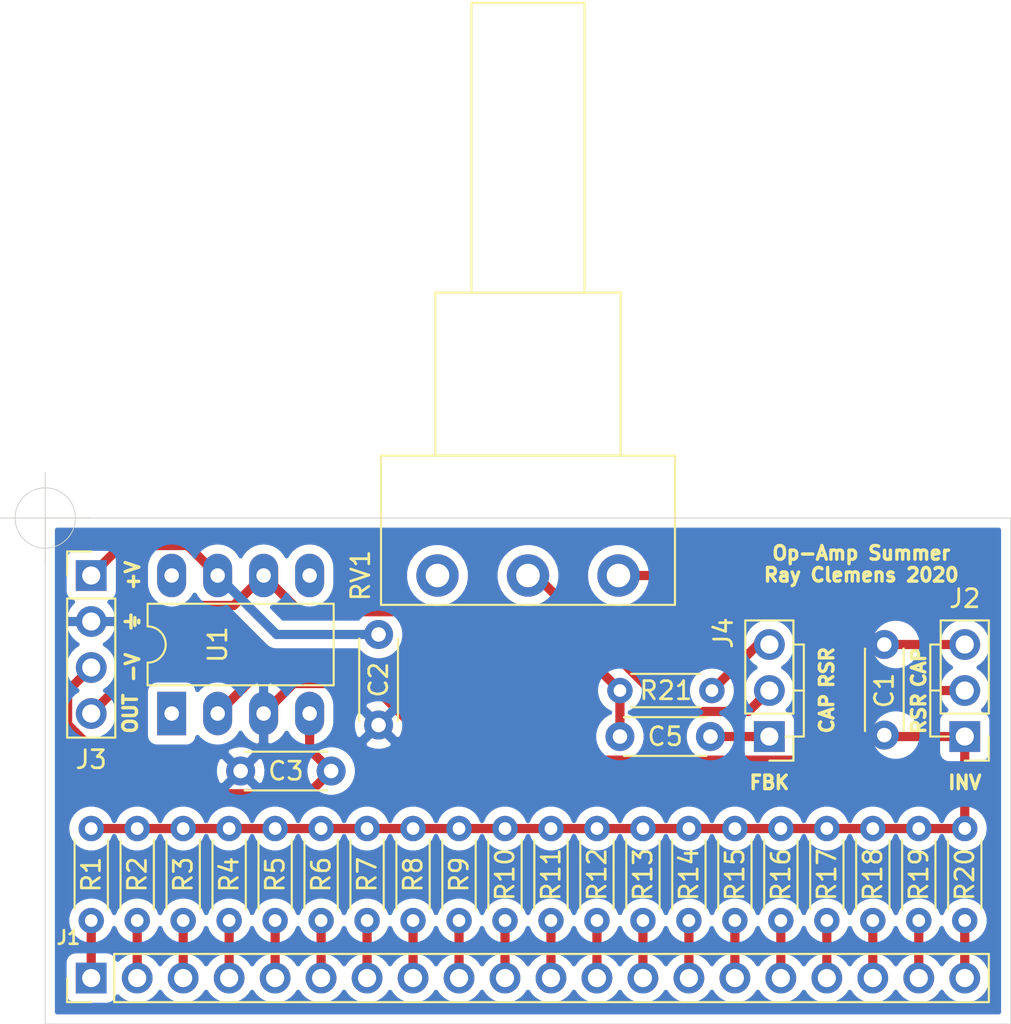
<source format=kicad_pcb>
(kicad_pcb (version 20171130) (host pcbnew "(5.1.6)-1")

  (general
    (thickness 1.6)
    (drawings 26)
    (tracks 70)
    (zones 0)
    (modules 31)
    (nets 35)
  )

  (page A4)
  (layers
    (0 F.Cu signal)
    (31 B.Cu signal)
    (32 B.Adhes user)
    (33 F.Adhes user)
    (34 B.Paste user)
    (35 F.Paste user)
    (36 B.SilkS user)
    (37 F.SilkS user)
    (38 B.Mask user)
    (39 F.Mask user)
    (40 Dwgs.User user)
    (41 Cmts.User user)
    (42 Eco1.User user)
    (43 Eco2.User user)
    (44 Edge.Cuts user)
    (45 Margin user)
    (46 B.CrtYd user)
    (47 F.CrtYd user)
    (48 B.Fab user hide)
    (49 F.Fab user hide)
  )

  (setup
    (last_trace_width 1.016)
    (user_trace_width 0.508)
    (user_trace_width 1.016)
    (trace_clearance 0.2)
    (zone_clearance 0.508)
    (zone_45_only no)
    (trace_min 0.16)
    (via_size 0.8)
    (via_drill 0.4)
    (via_min_size 0.6)
    (via_min_drill 0.3)
    (uvia_size 0.3)
    (uvia_drill 0.2)
    (uvias_allowed no)
    (uvia_min_size 0.3)
    (uvia_min_drill 0.2)
    (edge_width 0.05)
    (segment_width 0.2)
    (pcb_text_width 0.3)
    (pcb_text_size 1.5 1.5)
    (mod_edge_width 0.12)
    (mod_text_size 1 1)
    (mod_text_width 0.15)
    (pad_size 1.524 1.524)
    (pad_drill 0.762)
    (pad_to_mask_clearance 0.05)
    (aux_axis_origin 0 0)
    (visible_elements 7FFFFFFF)
    (pcbplotparams
      (layerselection 0x010fc_ffffffff)
      (usegerberextensions false)
      (usegerberattributes true)
      (usegerberadvancedattributes true)
      (creategerberjobfile true)
      (excludeedgelayer true)
      (linewidth 0.100000)
      (plotframeref false)
      (viasonmask false)
      (mode 1)
      (useauxorigin false)
      (hpglpennumber 1)
      (hpglpenspeed 20)
      (hpglpendiameter 15.000000)
      (psnegative false)
      (psa4output false)
      (plotreference true)
      (plotvalue true)
      (plotinvisibletext false)
      (padsonsilk false)
      (subtractmaskfromsilk false)
      (outputformat 1)
      (mirror false)
      (drillshape 1)
      (scaleselection 1)
      (outputdirectory ""))
  )

  (net 0 "")
  (net 1 "Net-(C1-Pad2)")
  (net 2 "Net-(C1-Pad1)")
  (net 3 GND)
  (net 4 +15V)
  (net 5 -15V)
  (net 6 "Net-(C5-Pad2)")
  (net 7 /OUT)
  (net 8 "Net-(J1-Pad20)")
  (net 9 "Net-(J1-Pad19)")
  (net 10 "Net-(J1-Pad18)")
  (net 11 "Net-(J1-Pad17)")
  (net 12 "Net-(J1-Pad16)")
  (net 13 "Net-(J1-Pad15)")
  (net 14 "Net-(J1-Pad14)")
  (net 15 "Net-(J1-Pad13)")
  (net 16 "Net-(J1-Pad12)")
  (net 17 "Net-(J1-Pad11)")
  (net 18 "Net-(J1-Pad10)")
  (net 19 "Net-(J1-Pad9)")
  (net 20 "Net-(J1-Pad8)")
  (net 21 "Net-(J1-Pad7)")
  (net 22 "Net-(J1-Pad6)")
  (net 23 "Net-(J1-Pad5)")
  (net 24 "Net-(J1-Pad4)")
  (net 25 "Net-(J1-Pad3)")
  (net 26 "Net-(J1-Pad2)")
  (net 27 "Net-(J1-Pad1)")
  (net 28 "Net-(J2-Pad2)")
  (net 29 "Net-(J4-Pad3)")
  (net 30 "Net-(J4-Pad2)")
  (net 31 "Net-(RV1-Pad3)")
  (net 32 "Net-(U1-Pad8)")
  (net 33 "Net-(U1-Pad5)")
  (net 34 "Net-(U1-Pad1)")

  (net_class Default "This is the default net class."
    (clearance 0.2)
    (trace_width 0.25)
    (via_dia 0.8)
    (via_drill 0.4)
    (uvia_dia 0.3)
    (uvia_drill 0.2)
    (add_net +15V)
    (add_net -15V)
    (add_net /OUT)
    (add_net GND)
    (add_net "Net-(C1-Pad1)")
    (add_net "Net-(C1-Pad2)")
    (add_net "Net-(C5-Pad2)")
    (add_net "Net-(J1-Pad1)")
    (add_net "Net-(J1-Pad10)")
    (add_net "Net-(J1-Pad11)")
    (add_net "Net-(J1-Pad12)")
    (add_net "Net-(J1-Pad13)")
    (add_net "Net-(J1-Pad14)")
    (add_net "Net-(J1-Pad15)")
    (add_net "Net-(J1-Pad16)")
    (add_net "Net-(J1-Pad17)")
    (add_net "Net-(J1-Pad18)")
    (add_net "Net-(J1-Pad19)")
    (add_net "Net-(J1-Pad2)")
    (add_net "Net-(J1-Pad20)")
    (add_net "Net-(J1-Pad3)")
    (add_net "Net-(J1-Pad4)")
    (add_net "Net-(J1-Pad5)")
    (add_net "Net-(J1-Pad6)")
    (add_net "Net-(J1-Pad7)")
    (add_net "Net-(J1-Pad8)")
    (add_net "Net-(J1-Pad9)")
    (add_net "Net-(J2-Pad2)")
    (add_net "Net-(J4-Pad2)")
    (add_net "Net-(J4-Pad3)")
    (add_net "Net-(RV1-Pad3)")
    (add_net "Net-(U1-Pad1)")
    (add_net "Net-(U1-Pad5)")
    (add_net "Net-(U1-Pad8)")
  )

  (module Resistor_THT:R_Axial_DIN0204_L3.6mm_D1.6mm_P5.08mm_Horizontal (layer F.Cu) (tedit 5AE5139B) (tstamp 5FDA5124)
    (at 82.55 123.19)
    (descr "Resistor, Axial_DIN0204 series, Axial, Horizontal, pin pitch=5.08mm, 0.167W, length*diameter=3.6*1.6mm^2, http://cdn-reichelt.de/documents/datenblatt/B400/1_4W%23YAG.pdf")
    (tags "Resistor Axial_DIN0204 series Axial Horizontal pin pitch 5.08mm 0.167W length 3.6mm diameter 1.6mm")
    (path /5FEA0FC2)
    (fp_text reference R21 (at 2.54 0) (layer F.SilkS)
      (effects (font (size 1 1) (thickness 0.15)))
    )
    (fp_text value R (at 2.54 1.92) (layer F.Fab)
      (effects (font (size 1 1) (thickness 0.15)))
    )
    (fp_line (start 6.03 -1.05) (end -0.95 -1.05) (layer F.CrtYd) (width 0.05))
    (fp_line (start 6.03 1.05) (end 6.03 -1.05) (layer F.CrtYd) (width 0.05))
    (fp_line (start -0.95 1.05) (end 6.03 1.05) (layer F.CrtYd) (width 0.05))
    (fp_line (start -0.95 -1.05) (end -0.95 1.05) (layer F.CrtYd) (width 0.05))
    (fp_line (start 0.62 0.92) (end 4.46 0.92) (layer F.SilkS) (width 0.12))
    (fp_line (start 0.62 -0.92) (end 4.46 -0.92) (layer F.SilkS) (width 0.12))
    (fp_line (start 5.08 0) (end 4.34 0) (layer F.Fab) (width 0.1))
    (fp_line (start 0 0) (end 0.74 0) (layer F.Fab) (width 0.1))
    (fp_line (start 4.34 -0.8) (end 0.74 -0.8) (layer F.Fab) (width 0.1))
    (fp_line (start 4.34 0.8) (end 4.34 -0.8) (layer F.Fab) (width 0.1))
    (fp_line (start 0.74 0.8) (end 4.34 0.8) (layer F.Fab) (width 0.1))
    (fp_line (start 0.74 -0.8) (end 0.74 0.8) (layer F.Fab) (width 0.1))
    (fp_text user %R (at 2.54 0) (layer F.Fab)
      (effects (font (size 0.72 0.72) (thickness 0.108)))
    )
    (pad 2 thru_hole oval (at 5.08 0) (size 1.4 1.4) (drill 0.7) (layers *.Cu *.Mask)
      (net 29 "Net-(J4-Pad3)"))
    (pad 1 thru_hole circle (at 0 0) (size 1.4 1.4) (drill 0.7) (layers *.Cu *.Mask)
      (net 7 /OUT))
    (model ${KISYS3DMOD}/Resistor_THT.3dshapes/R_Axial_DIN0204_L3.6mm_D1.6mm_P5.08mm_Horizontal.wrl
      (at (xyz 0 0 0))
      (scale (xyz 1 1 1))
      (rotate (xyz 0 0 0))
    )
  )

  (module Capacitor_THT:C_Disc_D4.3mm_W1.9mm_P5.00mm (layer F.Cu) (tedit 5AE50EF0) (tstamp 5FDA8459)
    (at 61.595 127.635)
    (descr "C, Disc series, Radial, pin pitch=5.00mm, , diameter*width=4.3*1.9mm^2, Capacitor, http://www.vishay.com/docs/45233/krseries.pdf")
    (tags "C Disc series Radial pin pitch 5.00mm  diameter 4.3mm width 1.9mm Capacitor")
    (path /5FFA4F04)
    (fp_text reference C3 (at 2.5 0) (layer F.SilkS)
      (effects (font (size 1 1) (thickness 0.15)))
    )
    (fp_text value 0.1uF (at 2.5 2.2) (layer F.Fab)
      (effects (font (size 1 1) (thickness 0.15)))
    )
    (fp_line (start 6.05 -1.2) (end -1.05 -1.2) (layer F.CrtYd) (width 0.05))
    (fp_line (start 6.05 1.2) (end 6.05 -1.2) (layer F.CrtYd) (width 0.05))
    (fp_line (start -1.05 1.2) (end 6.05 1.2) (layer F.CrtYd) (width 0.05))
    (fp_line (start -1.05 -1.2) (end -1.05 1.2) (layer F.CrtYd) (width 0.05))
    (fp_line (start 4.77 1.055) (end 4.77 1.07) (layer F.SilkS) (width 0.12))
    (fp_line (start 4.77 -1.07) (end 4.77 -1.055) (layer F.SilkS) (width 0.12))
    (fp_line (start 0.23 1.055) (end 0.23 1.07) (layer F.SilkS) (width 0.12))
    (fp_line (start 0.23 -1.07) (end 0.23 -1.055) (layer F.SilkS) (width 0.12))
    (fp_line (start 0.23 1.07) (end 4.77 1.07) (layer F.SilkS) (width 0.12))
    (fp_line (start 0.23 -1.07) (end 4.77 -1.07) (layer F.SilkS) (width 0.12))
    (fp_line (start 4.65 -0.95) (end 0.35 -0.95) (layer F.Fab) (width 0.1))
    (fp_line (start 4.65 0.95) (end 4.65 -0.95) (layer F.Fab) (width 0.1))
    (fp_line (start 0.35 0.95) (end 4.65 0.95) (layer F.Fab) (width 0.1))
    (fp_line (start 0.35 -0.95) (end 0.35 0.95) (layer F.Fab) (width 0.1))
    (fp_text user %R (at 2.5 0) (layer F.Fab)
      (effects (font (size 0.86 0.86) (thickness 0.129)))
    )
    (pad 2 thru_hole circle (at 5 0) (size 1.6 1.6) (drill 0.8) (layers *.Cu *.Mask)
      (net 5 -15V))
    (pad 1 thru_hole circle (at 0 0) (size 1.6 1.6) (drill 0.8) (layers *.Cu *.Mask)
      (net 3 GND))
    (model ${KISYS3DMOD}/Capacitor_THT.3dshapes/C_Disc_D4.3mm_W1.9mm_P5.00mm.wrl
      (at (xyz 0 0 0))
      (scale (xyz 1 1 1))
      (rotate (xyz 0 0 0))
    )
  )

  (module Capacitor_THT:C_Disc_D4.3mm_W1.9mm_P5.00mm (layer F.Cu) (tedit 5AE50EF0) (tstamp 5FDA8444)
    (at 69.215 120.095 270)
    (descr "C, Disc series, Radial, pin pitch=5.00mm, , diameter*width=4.3*1.9mm^2, Capacitor, http://www.vishay.com/docs/45233/krseries.pdf")
    (tags "C Disc series Radial pin pitch 5.00mm  diameter 4.3mm width 1.9mm Capacitor")
    (path /5FFA48CD)
    (fp_text reference C2 (at 2.5 0 90) (layer F.SilkS)
      (effects (font (size 1 1) (thickness 0.15)))
    )
    (fp_text value 0.1uF (at 2.5 2.2 90) (layer F.Fab)
      (effects (font (size 1 1) (thickness 0.15)))
    )
    (fp_line (start 6.05 -1.2) (end -1.05 -1.2) (layer F.CrtYd) (width 0.05))
    (fp_line (start 6.05 1.2) (end 6.05 -1.2) (layer F.CrtYd) (width 0.05))
    (fp_line (start -1.05 1.2) (end 6.05 1.2) (layer F.CrtYd) (width 0.05))
    (fp_line (start -1.05 -1.2) (end -1.05 1.2) (layer F.CrtYd) (width 0.05))
    (fp_line (start 4.77 1.055) (end 4.77 1.07) (layer F.SilkS) (width 0.12))
    (fp_line (start 4.77 -1.07) (end 4.77 -1.055) (layer F.SilkS) (width 0.12))
    (fp_line (start 0.23 1.055) (end 0.23 1.07) (layer F.SilkS) (width 0.12))
    (fp_line (start 0.23 -1.07) (end 0.23 -1.055) (layer F.SilkS) (width 0.12))
    (fp_line (start 0.23 1.07) (end 4.77 1.07) (layer F.SilkS) (width 0.12))
    (fp_line (start 0.23 -1.07) (end 4.77 -1.07) (layer F.SilkS) (width 0.12))
    (fp_line (start 4.65 -0.95) (end 0.35 -0.95) (layer F.Fab) (width 0.1))
    (fp_line (start 4.65 0.95) (end 4.65 -0.95) (layer F.Fab) (width 0.1))
    (fp_line (start 0.35 0.95) (end 4.65 0.95) (layer F.Fab) (width 0.1))
    (fp_line (start 0.35 -0.95) (end 0.35 0.95) (layer F.Fab) (width 0.1))
    (fp_text user %R (at 2.5 0 90) (layer F.Fab)
      (effects (font (size 0.86 0.86) (thickness 0.129)))
    )
    (pad 2 thru_hole circle (at 5 0 270) (size 1.6 1.6) (drill 0.8) (layers *.Cu *.Mask)
      (net 3 GND))
    (pad 1 thru_hole circle (at 0 0 270) (size 1.6 1.6) (drill 0.8) (layers *.Cu *.Mask)
      (net 4 +15V))
    (model ${KISYS3DMOD}/Capacitor_THT.3dshapes/C_Disc_D4.3mm_W1.9mm_P5.00mm.wrl
      (at (xyz 0 0 0))
      (scale (xyz 1 1 1))
      (rotate (xyz 0 0 0))
    )
  )

  (module Package_DIP:DIP-8_W7.62mm_LongPads (layer F.Cu) (tedit 5A02E8C5) (tstamp 5FDA5164)
    (at 57.785 124.46 90)
    (descr "8-lead though-hole mounted DIP package, row spacing 7.62 mm (300 mils), LongPads")
    (tags "THT DIP DIL PDIP 2.54mm 7.62mm 300mil LongPads")
    (path /5FE827A6)
    (fp_text reference U1 (at 3.81 2.54 90) (layer F.SilkS)
      (effects (font (size 1 1) (thickness 0.15)))
    )
    (fp_text value LM741 (at 3.81 9.95 90) (layer F.Fab)
      (effects (font (size 1 1) (thickness 0.15)))
    )
    (fp_line (start 9.1 -1.55) (end -1.45 -1.55) (layer F.CrtYd) (width 0.05))
    (fp_line (start 9.1 9.15) (end 9.1 -1.55) (layer F.CrtYd) (width 0.05))
    (fp_line (start -1.45 9.15) (end 9.1 9.15) (layer F.CrtYd) (width 0.05))
    (fp_line (start -1.45 -1.55) (end -1.45 9.15) (layer F.CrtYd) (width 0.05))
    (fp_line (start 6.06 -1.33) (end 4.81 -1.33) (layer F.SilkS) (width 0.12))
    (fp_line (start 6.06 8.95) (end 6.06 -1.33) (layer F.SilkS) (width 0.12))
    (fp_line (start 1.56 8.95) (end 6.06 8.95) (layer F.SilkS) (width 0.12))
    (fp_line (start 1.56 -1.33) (end 1.56 8.95) (layer F.SilkS) (width 0.12))
    (fp_line (start 2.81 -1.33) (end 1.56 -1.33) (layer F.SilkS) (width 0.12))
    (fp_line (start 0.635 -0.27) (end 1.635 -1.27) (layer F.Fab) (width 0.1))
    (fp_line (start 0.635 8.89) (end 0.635 -0.27) (layer F.Fab) (width 0.1))
    (fp_line (start 6.985 8.89) (end 0.635 8.89) (layer F.Fab) (width 0.1))
    (fp_line (start 6.985 -1.27) (end 6.985 8.89) (layer F.Fab) (width 0.1))
    (fp_line (start 1.635 -1.27) (end 6.985 -1.27) (layer F.Fab) (width 0.1))
    (fp_text user %R (at 3.81 3.81 90) (layer F.Fab)
      (effects (font (size 1 1) (thickness 0.15)))
    )
    (fp_arc (start 3.81 -1.33) (end 2.81 -1.33) (angle -180) (layer F.SilkS) (width 0.12))
    (pad 8 thru_hole oval (at 7.62 0 90) (size 2.4 1.6) (drill 0.8) (layers *.Cu *.Mask)
      (net 32 "Net-(U1-Pad8)"))
    (pad 4 thru_hole oval (at 0 7.62 90) (size 2.4 1.6) (drill 0.8) (layers *.Cu *.Mask)
      (net 5 -15V))
    (pad 7 thru_hole oval (at 7.62 2.54 90) (size 2.4 1.6) (drill 0.8) (layers *.Cu *.Mask)
      (net 4 +15V))
    (pad 3 thru_hole oval (at 0 5.08 90) (size 2.4 1.6) (drill 0.8) (layers *.Cu *.Mask)
      (net 3 GND))
    (pad 6 thru_hole oval (at 7.62 5.08 90) (size 2.4 1.6) (drill 0.8) (layers *.Cu *.Mask)
      (net 7 /OUT))
    (pad 2 thru_hole oval (at 0 2.54 90) (size 2.4 1.6) (drill 0.8) (layers *.Cu *.Mask)
      (net 28 "Net-(J2-Pad2)"))
    (pad 5 thru_hole oval (at 7.62 7.62 90) (size 2.4 1.6) (drill 0.8) (layers *.Cu *.Mask)
      (net 33 "Net-(U1-Pad5)"))
    (pad 1 thru_hole rect (at 0 0 90) (size 2.4 1.6) (drill 0.8) (layers *.Cu *.Mask)
      (net 34 "Net-(U1-Pad1)"))
    (model ${KISYS3DMOD}/Package_DIP.3dshapes/DIP-8_W7.62mm.wrl
      (at (xyz 0 0 0))
      (scale (xyz 1 1 1))
      (rotate (xyz 0 0 0))
    )
  )

  (module Potentiometer_THT:Potentiometer_Piher_PC-16_Single_Horizontal (layer F.Cu) (tedit 5A3D4993) (tstamp 5FDA5148)
    (at 82.47 116.84 90)
    (descr "Potentiometer, horizontal, Piher PC-16 Single, http://www.piher-nacesa.com/pdf/20-PC16v03.pdf")
    (tags "Potentiometer horizontal Piher PC-16 Single")
    (path /5FE831CE)
    (fp_text reference RV1 (at 0 -14.25 90) (layer F.SilkS)
      (effects (font (size 1 1) (thickness 0.15)))
    )
    (fp_text value R_POT (at 0 4.25 90) (layer F.Fab)
      (effects (font (size 1 1) (thickness 0.15)))
    )
    (fp_line (start 31.75 -13.25) (end -1.75 -13.25) (layer F.CrtYd) (width 0.05))
    (fp_line (start 31.75 3.25) (end 31.75 -13.25) (layer F.CrtYd) (width 0.05))
    (fp_line (start -1.75 3.25) (end 31.75 3.25) (layer F.CrtYd) (width 0.05))
    (fp_line (start -1.75 -13.25) (end -1.75 3.25) (layer F.CrtYd) (width 0.05))
    (fp_line (start 31.62 -8.12) (end 31.62 -1.879) (layer F.SilkS) (width 0.12))
    (fp_line (start 15.62 -8.12) (end 15.62 -1.879) (layer F.SilkS) (width 0.12))
    (fp_line (start 15.62 -1.879) (end 31.62 -1.879) (layer F.SilkS) (width 0.12))
    (fp_line (start 15.62 -8.12) (end 31.62 -8.12) (layer F.SilkS) (width 0.12))
    (fp_line (start 15.62 -10.12) (end 15.62 0.12) (layer F.SilkS) (width 0.12))
    (fp_line (start 6.62 -10.12) (end 6.62 0.12) (layer F.SilkS) (width 0.12))
    (fp_line (start 6.62 0.12) (end 15.62 0.12) (layer F.SilkS) (width 0.12))
    (fp_line (start 6.62 -10.12) (end 15.62 -10.12) (layer F.SilkS) (width 0.12))
    (fp_line (start 6.62 -13.12) (end 6.62 3.12) (layer F.SilkS) (width 0.12))
    (fp_line (start -1.62 -13.12) (end -1.62 3.12) (layer F.SilkS) (width 0.12))
    (fp_line (start -1.62 3.12) (end 6.62 3.12) (layer F.SilkS) (width 0.12))
    (fp_line (start -1.62 -13.12) (end 6.62 -13.12) (layer F.SilkS) (width 0.12))
    (fp_line (start 31.5 -8) (end 15.5 -8) (layer F.Fab) (width 0.1))
    (fp_line (start 31.5 -2) (end 31.5 -8) (layer F.Fab) (width 0.1))
    (fp_line (start 15.5 -2) (end 31.5 -2) (layer F.Fab) (width 0.1))
    (fp_line (start 15.5 -8) (end 15.5 -2) (layer F.Fab) (width 0.1))
    (fp_line (start 15.5 -10) (end 6.5 -10) (layer F.Fab) (width 0.1))
    (fp_line (start 15.5 0) (end 15.5 -10) (layer F.Fab) (width 0.1))
    (fp_line (start 6.5 0) (end 15.5 0) (layer F.Fab) (width 0.1))
    (fp_line (start 6.5 -10) (end 6.5 0) (layer F.Fab) (width 0.1))
    (fp_line (start 6.5 -13) (end -1.5 -13) (layer F.Fab) (width 0.1))
    (fp_line (start 6.5 3) (end 6.5 -13) (layer F.Fab) (width 0.1))
    (fp_line (start -1.5 3) (end 6.5 3) (layer F.Fab) (width 0.1))
    (fp_line (start -1.5 -13) (end -1.5 3) (layer F.Fab) (width 0.1))
    (fp_text user %R (at 2.5 -5 90) (layer F.Fab)
      (effects (font (size 1 1) (thickness 0.15)))
    )
    (pad 1 thru_hole circle (at 0 0 90) (size 2.34 2.34) (drill 1.3) (layers *.Cu *.Mask)
      (net 28 "Net-(J2-Pad2)"))
    (pad 2 thru_hole circle (at 0 -5 90) (size 2.34 2.34) (drill 1.3) (layers *.Cu *.Mask)
      (net 30 "Net-(J4-Pad2)"))
    (pad 3 thru_hole circle (at 0 -10 90) (size 2.34 2.34) (drill 1.3) (layers *.Cu *.Mask)
      (net 31 "Net-(RV1-Pad3)"))
    (model ${KISYS3DMOD}/Potentiometer_THT.3dshapes/Potentiometer_Piher_PC-16_Single_Horizontal.wrl
      (at (xyz 0 0 0))
      (scale (xyz 1 1 1))
      (rotate (xyz 0 0 0))
    )
  )

  (module Resistor_THT:R_Axial_DIN0204_L3.6mm_D1.6mm_P5.08mm_Horizontal (layer F.Cu) (tedit 5AE5139B) (tstamp 5FDA5111)
    (at 101.6 130.81 270)
    (descr "Resistor, Axial_DIN0204 series, Axial, Horizontal, pin pitch=5.08mm, 0.167W, length*diameter=3.6*1.6mm^2, http://cdn-reichelt.de/documents/datenblatt/B400/1_4W%23YAG.pdf")
    (tags "Resistor Axial_DIN0204 series Axial Horizontal pin pitch 5.08mm 0.167W length 3.6mm diameter 1.6mm")
    (path /5FE9FFFC)
    (fp_text reference R20 (at 2.54 0 90) (layer F.SilkS)
      (effects (font (size 1 1) (thickness 0.15)))
    )
    (fp_text value R (at 2.54 1.92 90) (layer F.Fab)
      (effects (font (size 1 1) (thickness 0.15)))
    )
    (fp_line (start 6.03 -1.05) (end -0.95 -1.05) (layer F.CrtYd) (width 0.05))
    (fp_line (start 6.03 1.05) (end 6.03 -1.05) (layer F.CrtYd) (width 0.05))
    (fp_line (start -0.95 1.05) (end 6.03 1.05) (layer F.CrtYd) (width 0.05))
    (fp_line (start -0.95 -1.05) (end -0.95 1.05) (layer F.CrtYd) (width 0.05))
    (fp_line (start 0.62 0.92) (end 4.46 0.92) (layer F.SilkS) (width 0.12))
    (fp_line (start 0.62 -0.92) (end 4.46 -0.92) (layer F.SilkS) (width 0.12))
    (fp_line (start 5.08 0) (end 4.34 0) (layer F.Fab) (width 0.1))
    (fp_line (start 0 0) (end 0.74 0) (layer F.Fab) (width 0.1))
    (fp_line (start 4.34 -0.8) (end 0.74 -0.8) (layer F.Fab) (width 0.1))
    (fp_line (start 4.34 0.8) (end 4.34 -0.8) (layer F.Fab) (width 0.1))
    (fp_line (start 0.74 0.8) (end 4.34 0.8) (layer F.Fab) (width 0.1))
    (fp_line (start 0.74 -0.8) (end 0.74 0.8) (layer F.Fab) (width 0.1))
    (fp_text user %R (at 2.54 0 90) (layer F.Fab)
      (effects (font (size 0.72 0.72) (thickness 0.108)))
    )
    (pad 2 thru_hole oval (at 5.08 0 270) (size 1.4 1.4) (drill 0.7) (layers *.Cu *.Mask)
      (net 8 "Net-(J1-Pad20)"))
    (pad 1 thru_hole circle (at 0 0 270) (size 1.4 1.4) (drill 0.7) (layers *.Cu *.Mask)
      (net 2 "Net-(C1-Pad1)"))
    (model ${KISYS3DMOD}/Resistor_THT.3dshapes/R_Axial_DIN0204_L3.6mm_D1.6mm_P5.08mm_Horizontal.wrl
      (at (xyz 0 0 0))
      (scale (xyz 1 1 1))
      (rotate (xyz 0 0 0))
    )
  )

  (module Resistor_THT:R_Axial_DIN0204_L3.6mm_D1.6mm_P5.08mm_Horizontal (layer F.Cu) (tedit 5AE5139B) (tstamp 5FDA50FE)
    (at 99.06 130.81 270)
    (descr "Resistor, Axial_DIN0204 series, Axial, Horizontal, pin pitch=5.08mm, 0.167W, length*diameter=3.6*1.6mm^2, http://cdn-reichelt.de/documents/datenblatt/B400/1_4W%23YAG.pdf")
    (tags "Resistor Axial_DIN0204 series Axial Horizontal pin pitch 5.08mm 0.167W length 3.6mm diameter 1.6mm")
    (path /5FF642BF)
    (fp_text reference R19 (at 2.54 0 90) (layer F.SilkS)
      (effects (font (size 1 1) (thickness 0.15)))
    )
    (fp_text value R (at 2.54 1.92 90) (layer F.Fab)
      (effects (font (size 1 1) (thickness 0.15)))
    )
    (fp_line (start 6.03 -1.05) (end -0.95 -1.05) (layer F.CrtYd) (width 0.05))
    (fp_line (start 6.03 1.05) (end 6.03 -1.05) (layer F.CrtYd) (width 0.05))
    (fp_line (start -0.95 1.05) (end 6.03 1.05) (layer F.CrtYd) (width 0.05))
    (fp_line (start -0.95 -1.05) (end -0.95 1.05) (layer F.CrtYd) (width 0.05))
    (fp_line (start 0.62 0.92) (end 4.46 0.92) (layer F.SilkS) (width 0.12))
    (fp_line (start 0.62 -0.92) (end 4.46 -0.92) (layer F.SilkS) (width 0.12))
    (fp_line (start 5.08 0) (end 4.34 0) (layer F.Fab) (width 0.1))
    (fp_line (start 0 0) (end 0.74 0) (layer F.Fab) (width 0.1))
    (fp_line (start 4.34 -0.8) (end 0.74 -0.8) (layer F.Fab) (width 0.1))
    (fp_line (start 4.34 0.8) (end 4.34 -0.8) (layer F.Fab) (width 0.1))
    (fp_line (start 0.74 0.8) (end 4.34 0.8) (layer F.Fab) (width 0.1))
    (fp_line (start 0.74 -0.8) (end 0.74 0.8) (layer F.Fab) (width 0.1))
    (fp_text user %R (at 2.54 0 90) (layer F.Fab)
      (effects (font (size 0.72 0.72) (thickness 0.108)))
    )
    (pad 2 thru_hole oval (at 5.08 0 270) (size 1.4 1.4) (drill 0.7) (layers *.Cu *.Mask)
      (net 9 "Net-(J1-Pad19)"))
    (pad 1 thru_hole circle (at 0 0 270) (size 1.4 1.4) (drill 0.7) (layers *.Cu *.Mask)
      (net 2 "Net-(C1-Pad1)"))
    (model ${KISYS3DMOD}/Resistor_THT.3dshapes/R_Axial_DIN0204_L3.6mm_D1.6mm_P5.08mm_Horizontal.wrl
      (at (xyz 0 0 0))
      (scale (xyz 1 1 1))
      (rotate (xyz 0 0 0))
    )
  )

  (module Resistor_THT:R_Axial_DIN0204_L3.6mm_D1.6mm_P5.08mm_Horizontal (layer F.Cu) (tedit 5AE5139B) (tstamp 5FDA50EB)
    (at 96.52 130.81 270)
    (descr "Resistor, Axial_DIN0204 series, Axial, Horizontal, pin pitch=5.08mm, 0.167W, length*diameter=3.6*1.6mm^2, http://cdn-reichelt.de/documents/datenblatt/B400/1_4W%23YAG.pdf")
    (tags "Resistor Axial_DIN0204 series Axial Horizontal pin pitch 5.08mm 0.167W length 3.6mm diameter 1.6mm")
    (path /5FF6459B)
    (fp_text reference R18 (at 2.54 0 90) (layer F.SilkS)
      (effects (font (size 1 1) (thickness 0.15)))
    )
    (fp_text value R (at 2.54 1.92 90) (layer F.Fab)
      (effects (font (size 1 1) (thickness 0.15)))
    )
    (fp_line (start 6.03 -1.05) (end -0.95 -1.05) (layer F.CrtYd) (width 0.05))
    (fp_line (start 6.03 1.05) (end 6.03 -1.05) (layer F.CrtYd) (width 0.05))
    (fp_line (start -0.95 1.05) (end 6.03 1.05) (layer F.CrtYd) (width 0.05))
    (fp_line (start -0.95 -1.05) (end -0.95 1.05) (layer F.CrtYd) (width 0.05))
    (fp_line (start 0.62 0.92) (end 4.46 0.92) (layer F.SilkS) (width 0.12))
    (fp_line (start 0.62 -0.92) (end 4.46 -0.92) (layer F.SilkS) (width 0.12))
    (fp_line (start 5.08 0) (end 4.34 0) (layer F.Fab) (width 0.1))
    (fp_line (start 0 0) (end 0.74 0) (layer F.Fab) (width 0.1))
    (fp_line (start 4.34 -0.8) (end 0.74 -0.8) (layer F.Fab) (width 0.1))
    (fp_line (start 4.34 0.8) (end 4.34 -0.8) (layer F.Fab) (width 0.1))
    (fp_line (start 0.74 0.8) (end 4.34 0.8) (layer F.Fab) (width 0.1))
    (fp_line (start 0.74 -0.8) (end 0.74 0.8) (layer F.Fab) (width 0.1))
    (fp_text user %R (at 2.54 0 90) (layer F.Fab)
      (effects (font (size 0.72 0.72) (thickness 0.108)))
    )
    (pad 2 thru_hole oval (at 5.08 0 270) (size 1.4 1.4) (drill 0.7) (layers *.Cu *.Mask)
      (net 10 "Net-(J1-Pad18)"))
    (pad 1 thru_hole circle (at 0 0 270) (size 1.4 1.4) (drill 0.7) (layers *.Cu *.Mask)
      (net 2 "Net-(C1-Pad1)"))
    (model ${KISYS3DMOD}/Resistor_THT.3dshapes/R_Axial_DIN0204_L3.6mm_D1.6mm_P5.08mm_Horizontal.wrl
      (at (xyz 0 0 0))
      (scale (xyz 1 1 1))
      (rotate (xyz 0 0 0))
    )
  )

  (module Resistor_THT:R_Axial_DIN0204_L3.6mm_D1.6mm_P5.08mm_Horizontal (layer F.Cu) (tedit 5AE5139B) (tstamp 5FDA50D8)
    (at 93.98 130.81 270)
    (descr "Resistor, Axial_DIN0204 series, Axial, Horizontal, pin pitch=5.08mm, 0.167W, length*diameter=3.6*1.6mm^2, http://cdn-reichelt.de/documents/datenblatt/B400/1_4W%23YAG.pdf")
    (tags "Resistor Axial_DIN0204 series Axial Horizontal pin pitch 5.08mm 0.167W length 3.6mm diameter 1.6mm")
    (path /5FF64808)
    (fp_text reference R17 (at 2.54 0 90) (layer F.SilkS)
      (effects (font (size 1 1) (thickness 0.15)))
    )
    (fp_text value R (at 2.54 1.92 90) (layer F.Fab)
      (effects (font (size 1 1) (thickness 0.15)))
    )
    (fp_line (start 6.03 -1.05) (end -0.95 -1.05) (layer F.CrtYd) (width 0.05))
    (fp_line (start 6.03 1.05) (end 6.03 -1.05) (layer F.CrtYd) (width 0.05))
    (fp_line (start -0.95 1.05) (end 6.03 1.05) (layer F.CrtYd) (width 0.05))
    (fp_line (start -0.95 -1.05) (end -0.95 1.05) (layer F.CrtYd) (width 0.05))
    (fp_line (start 0.62 0.92) (end 4.46 0.92) (layer F.SilkS) (width 0.12))
    (fp_line (start 0.62 -0.92) (end 4.46 -0.92) (layer F.SilkS) (width 0.12))
    (fp_line (start 5.08 0) (end 4.34 0) (layer F.Fab) (width 0.1))
    (fp_line (start 0 0) (end 0.74 0) (layer F.Fab) (width 0.1))
    (fp_line (start 4.34 -0.8) (end 0.74 -0.8) (layer F.Fab) (width 0.1))
    (fp_line (start 4.34 0.8) (end 4.34 -0.8) (layer F.Fab) (width 0.1))
    (fp_line (start 0.74 0.8) (end 4.34 0.8) (layer F.Fab) (width 0.1))
    (fp_line (start 0.74 -0.8) (end 0.74 0.8) (layer F.Fab) (width 0.1))
    (fp_text user %R (at 2.54 0 90) (layer F.Fab)
      (effects (font (size 0.72 0.72) (thickness 0.108)))
    )
    (pad 2 thru_hole oval (at 5.08 0 270) (size 1.4 1.4) (drill 0.7) (layers *.Cu *.Mask)
      (net 11 "Net-(J1-Pad17)"))
    (pad 1 thru_hole circle (at 0 0 270) (size 1.4 1.4) (drill 0.7) (layers *.Cu *.Mask)
      (net 2 "Net-(C1-Pad1)"))
    (model ${KISYS3DMOD}/Resistor_THT.3dshapes/R_Axial_DIN0204_L3.6mm_D1.6mm_P5.08mm_Horizontal.wrl
      (at (xyz 0 0 0))
      (scale (xyz 1 1 1))
      (rotate (xyz 0 0 0))
    )
  )

  (module Resistor_THT:R_Axial_DIN0204_L3.6mm_D1.6mm_P5.08mm_Horizontal (layer F.Cu) (tedit 5AE5139B) (tstamp 5FDA50C5)
    (at 91.44 130.81 270)
    (descr "Resistor, Axial_DIN0204 series, Axial, Horizontal, pin pitch=5.08mm, 0.167W, length*diameter=3.6*1.6mm^2, http://cdn-reichelt.de/documents/datenblatt/B400/1_4W%23YAG.pdf")
    (tags "Resistor Axial_DIN0204 series Axial Horizontal pin pitch 5.08mm 0.167W length 3.6mm diameter 1.6mm")
    (path /5FF64ABB)
    (fp_text reference R16 (at 2.54 0 90) (layer F.SilkS)
      (effects (font (size 1 1) (thickness 0.15)))
    )
    (fp_text value R (at 2.54 1.92 90) (layer F.Fab)
      (effects (font (size 1 1) (thickness 0.15)))
    )
    (fp_line (start 6.03 -1.05) (end -0.95 -1.05) (layer F.CrtYd) (width 0.05))
    (fp_line (start 6.03 1.05) (end 6.03 -1.05) (layer F.CrtYd) (width 0.05))
    (fp_line (start -0.95 1.05) (end 6.03 1.05) (layer F.CrtYd) (width 0.05))
    (fp_line (start -0.95 -1.05) (end -0.95 1.05) (layer F.CrtYd) (width 0.05))
    (fp_line (start 0.62 0.92) (end 4.46 0.92) (layer F.SilkS) (width 0.12))
    (fp_line (start 0.62 -0.92) (end 4.46 -0.92) (layer F.SilkS) (width 0.12))
    (fp_line (start 5.08 0) (end 4.34 0) (layer F.Fab) (width 0.1))
    (fp_line (start 0 0) (end 0.74 0) (layer F.Fab) (width 0.1))
    (fp_line (start 4.34 -0.8) (end 0.74 -0.8) (layer F.Fab) (width 0.1))
    (fp_line (start 4.34 0.8) (end 4.34 -0.8) (layer F.Fab) (width 0.1))
    (fp_line (start 0.74 0.8) (end 4.34 0.8) (layer F.Fab) (width 0.1))
    (fp_line (start 0.74 -0.8) (end 0.74 0.8) (layer F.Fab) (width 0.1))
    (fp_text user %R (at 2.54 0 90) (layer F.Fab)
      (effects (font (size 0.72 0.72) (thickness 0.108)))
    )
    (pad 2 thru_hole oval (at 5.08 0 270) (size 1.4 1.4) (drill 0.7) (layers *.Cu *.Mask)
      (net 12 "Net-(J1-Pad16)"))
    (pad 1 thru_hole circle (at 0 0 270) (size 1.4 1.4) (drill 0.7) (layers *.Cu *.Mask)
      (net 2 "Net-(C1-Pad1)"))
    (model ${KISYS3DMOD}/Resistor_THT.3dshapes/R_Axial_DIN0204_L3.6mm_D1.6mm_P5.08mm_Horizontal.wrl
      (at (xyz 0 0 0))
      (scale (xyz 1 1 1))
      (rotate (xyz 0 0 0))
    )
  )

  (module Resistor_THT:R_Axial_DIN0204_L3.6mm_D1.6mm_P5.08mm_Horizontal (layer F.Cu) (tedit 5AE5139B) (tstamp 5FDA50B2)
    (at 88.9 130.81 270)
    (descr "Resistor, Axial_DIN0204 series, Axial, Horizontal, pin pitch=5.08mm, 0.167W, length*diameter=3.6*1.6mm^2, http://cdn-reichelt.de/documents/datenblatt/B400/1_4W%23YAG.pdf")
    (tags "Resistor Axial_DIN0204 series Axial Horizontal pin pitch 5.08mm 0.167W length 3.6mm diameter 1.6mm")
    (path /5FF64D40)
    (fp_text reference R15 (at 2.54 0 90) (layer F.SilkS)
      (effects (font (size 1 1) (thickness 0.15)))
    )
    (fp_text value R (at 2.54 1.92 90) (layer F.Fab)
      (effects (font (size 1 1) (thickness 0.15)))
    )
    (fp_line (start 6.03 -1.05) (end -0.95 -1.05) (layer F.CrtYd) (width 0.05))
    (fp_line (start 6.03 1.05) (end 6.03 -1.05) (layer F.CrtYd) (width 0.05))
    (fp_line (start -0.95 1.05) (end 6.03 1.05) (layer F.CrtYd) (width 0.05))
    (fp_line (start -0.95 -1.05) (end -0.95 1.05) (layer F.CrtYd) (width 0.05))
    (fp_line (start 0.62 0.92) (end 4.46 0.92) (layer F.SilkS) (width 0.12))
    (fp_line (start 0.62 -0.92) (end 4.46 -0.92) (layer F.SilkS) (width 0.12))
    (fp_line (start 5.08 0) (end 4.34 0) (layer F.Fab) (width 0.1))
    (fp_line (start 0 0) (end 0.74 0) (layer F.Fab) (width 0.1))
    (fp_line (start 4.34 -0.8) (end 0.74 -0.8) (layer F.Fab) (width 0.1))
    (fp_line (start 4.34 0.8) (end 4.34 -0.8) (layer F.Fab) (width 0.1))
    (fp_line (start 0.74 0.8) (end 4.34 0.8) (layer F.Fab) (width 0.1))
    (fp_line (start 0.74 -0.8) (end 0.74 0.8) (layer F.Fab) (width 0.1))
    (fp_text user %R (at 2.54 0 90) (layer F.Fab)
      (effects (font (size 0.72 0.72) (thickness 0.108)))
    )
    (pad 2 thru_hole oval (at 5.08 0 270) (size 1.4 1.4) (drill 0.7) (layers *.Cu *.Mask)
      (net 13 "Net-(J1-Pad15)"))
    (pad 1 thru_hole circle (at 0 0 270) (size 1.4 1.4) (drill 0.7) (layers *.Cu *.Mask)
      (net 2 "Net-(C1-Pad1)"))
    (model ${KISYS3DMOD}/Resistor_THT.3dshapes/R_Axial_DIN0204_L3.6mm_D1.6mm_P5.08mm_Horizontal.wrl
      (at (xyz 0 0 0))
      (scale (xyz 1 1 1))
      (rotate (xyz 0 0 0))
    )
  )

  (module Resistor_THT:R_Axial_DIN0204_L3.6mm_D1.6mm_P5.08mm_Horizontal (layer F.Cu) (tedit 5AE5139B) (tstamp 5FDA509F)
    (at 86.36 130.81 270)
    (descr "Resistor, Axial_DIN0204 series, Axial, Horizontal, pin pitch=5.08mm, 0.167W, length*diameter=3.6*1.6mm^2, http://cdn-reichelt.de/documents/datenblatt/B400/1_4W%23YAG.pdf")
    (tags "Resistor Axial_DIN0204 series Axial Horizontal pin pitch 5.08mm 0.167W length 3.6mm diameter 1.6mm")
    (path /5FF658FF)
    (fp_text reference R14 (at 2.54 0 90) (layer F.SilkS)
      (effects (font (size 1 1) (thickness 0.15)))
    )
    (fp_text value R (at 2.54 1.92 90) (layer F.Fab)
      (effects (font (size 1 1) (thickness 0.15)))
    )
    (fp_line (start 6.03 -1.05) (end -0.95 -1.05) (layer F.CrtYd) (width 0.05))
    (fp_line (start 6.03 1.05) (end 6.03 -1.05) (layer F.CrtYd) (width 0.05))
    (fp_line (start -0.95 1.05) (end 6.03 1.05) (layer F.CrtYd) (width 0.05))
    (fp_line (start -0.95 -1.05) (end -0.95 1.05) (layer F.CrtYd) (width 0.05))
    (fp_line (start 0.62 0.92) (end 4.46 0.92) (layer F.SilkS) (width 0.12))
    (fp_line (start 0.62 -0.92) (end 4.46 -0.92) (layer F.SilkS) (width 0.12))
    (fp_line (start 5.08 0) (end 4.34 0) (layer F.Fab) (width 0.1))
    (fp_line (start 0 0) (end 0.74 0) (layer F.Fab) (width 0.1))
    (fp_line (start 4.34 -0.8) (end 0.74 -0.8) (layer F.Fab) (width 0.1))
    (fp_line (start 4.34 0.8) (end 4.34 -0.8) (layer F.Fab) (width 0.1))
    (fp_line (start 0.74 0.8) (end 4.34 0.8) (layer F.Fab) (width 0.1))
    (fp_line (start 0.74 -0.8) (end 0.74 0.8) (layer F.Fab) (width 0.1))
    (fp_text user %R (at 2.54 0 90) (layer F.Fab)
      (effects (font (size 0.72 0.72) (thickness 0.108)))
    )
    (pad 2 thru_hole oval (at 5.08 0 270) (size 1.4 1.4) (drill 0.7) (layers *.Cu *.Mask)
      (net 14 "Net-(J1-Pad14)"))
    (pad 1 thru_hole circle (at 0 0 270) (size 1.4 1.4) (drill 0.7) (layers *.Cu *.Mask)
      (net 2 "Net-(C1-Pad1)"))
    (model ${KISYS3DMOD}/Resistor_THT.3dshapes/R_Axial_DIN0204_L3.6mm_D1.6mm_P5.08mm_Horizontal.wrl
      (at (xyz 0 0 0))
      (scale (xyz 1 1 1))
      (rotate (xyz 0 0 0))
    )
  )

  (module Resistor_THT:R_Axial_DIN0204_L3.6mm_D1.6mm_P5.08mm_Horizontal (layer F.Cu) (tedit 5AE5139B) (tstamp 5FDA508C)
    (at 83.82 130.81 270)
    (descr "Resistor, Axial_DIN0204 series, Axial, Horizontal, pin pitch=5.08mm, 0.167W, length*diameter=3.6*1.6mm^2, http://cdn-reichelt.de/documents/datenblatt/B400/1_4W%23YAG.pdf")
    (tags "Resistor Axial_DIN0204 series Axial Horizontal pin pitch 5.08mm 0.167W length 3.6mm diameter 1.6mm")
    (path /5FF65B93)
    (fp_text reference R13 (at 2.54 0 90) (layer F.SilkS)
      (effects (font (size 1 1) (thickness 0.15)))
    )
    (fp_text value R (at 2.54 1.92 90) (layer F.Fab)
      (effects (font (size 1 1) (thickness 0.15)))
    )
    (fp_line (start 6.03 -1.05) (end -0.95 -1.05) (layer F.CrtYd) (width 0.05))
    (fp_line (start 6.03 1.05) (end 6.03 -1.05) (layer F.CrtYd) (width 0.05))
    (fp_line (start -0.95 1.05) (end 6.03 1.05) (layer F.CrtYd) (width 0.05))
    (fp_line (start -0.95 -1.05) (end -0.95 1.05) (layer F.CrtYd) (width 0.05))
    (fp_line (start 0.62 0.92) (end 4.46 0.92) (layer F.SilkS) (width 0.12))
    (fp_line (start 0.62 -0.92) (end 4.46 -0.92) (layer F.SilkS) (width 0.12))
    (fp_line (start 5.08 0) (end 4.34 0) (layer F.Fab) (width 0.1))
    (fp_line (start 0 0) (end 0.74 0) (layer F.Fab) (width 0.1))
    (fp_line (start 4.34 -0.8) (end 0.74 -0.8) (layer F.Fab) (width 0.1))
    (fp_line (start 4.34 0.8) (end 4.34 -0.8) (layer F.Fab) (width 0.1))
    (fp_line (start 0.74 0.8) (end 4.34 0.8) (layer F.Fab) (width 0.1))
    (fp_line (start 0.74 -0.8) (end 0.74 0.8) (layer F.Fab) (width 0.1))
    (fp_text user %R (at 2.54 0 90) (layer F.Fab)
      (effects (font (size 0.72 0.72) (thickness 0.108)))
    )
    (pad 2 thru_hole oval (at 5.08 0 270) (size 1.4 1.4) (drill 0.7) (layers *.Cu *.Mask)
      (net 15 "Net-(J1-Pad13)"))
    (pad 1 thru_hole circle (at 0 0 270) (size 1.4 1.4) (drill 0.7) (layers *.Cu *.Mask)
      (net 2 "Net-(C1-Pad1)"))
    (model ${KISYS3DMOD}/Resistor_THT.3dshapes/R_Axial_DIN0204_L3.6mm_D1.6mm_P5.08mm_Horizontal.wrl
      (at (xyz 0 0 0))
      (scale (xyz 1 1 1))
      (rotate (xyz 0 0 0))
    )
  )

  (module Resistor_THT:R_Axial_DIN0204_L3.6mm_D1.6mm_P5.08mm_Horizontal (layer F.Cu) (tedit 5AE5139B) (tstamp 5FDA5079)
    (at 81.28 130.81 270)
    (descr "Resistor, Axial_DIN0204 series, Axial, Horizontal, pin pitch=5.08mm, 0.167W, length*diameter=3.6*1.6mm^2, http://cdn-reichelt.de/documents/datenblatt/B400/1_4W%23YAG.pdf")
    (tags "Resistor Axial_DIN0204 series Axial Horizontal pin pitch 5.08mm 0.167W length 3.6mm diameter 1.6mm")
    (path /5FF65DAD)
    (fp_text reference R12 (at 2.54 0 90) (layer F.SilkS)
      (effects (font (size 1 1) (thickness 0.15)))
    )
    (fp_text value R (at 2.54 1.92 90) (layer F.Fab)
      (effects (font (size 1 1) (thickness 0.15)))
    )
    (fp_line (start 6.03 -1.05) (end -0.95 -1.05) (layer F.CrtYd) (width 0.05))
    (fp_line (start 6.03 1.05) (end 6.03 -1.05) (layer F.CrtYd) (width 0.05))
    (fp_line (start -0.95 1.05) (end 6.03 1.05) (layer F.CrtYd) (width 0.05))
    (fp_line (start -0.95 -1.05) (end -0.95 1.05) (layer F.CrtYd) (width 0.05))
    (fp_line (start 0.62 0.92) (end 4.46 0.92) (layer F.SilkS) (width 0.12))
    (fp_line (start 0.62 -0.92) (end 4.46 -0.92) (layer F.SilkS) (width 0.12))
    (fp_line (start 5.08 0) (end 4.34 0) (layer F.Fab) (width 0.1))
    (fp_line (start 0 0) (end 0.74 0) (layer F.Fab) (width 0.1))
    (fp_line (start 4.34 -0.8) (end 0.74 -0.8) (layer F.Fab) (width 0.1))
    (fp_line (start 4.34 0.8) (end 4.34 -0.8) (layer F.Fab) (width 0.1))
    (fp_line (start 0.74 0.8) (end 4.34 0.8) (layer F.Fab) (width 0.1))
    (fp_line (start 0.74 -0.8) (end 0.74 0.8) (layer F.Fab) (width 0.1))
    (fp_text user %R (at 2.54 0 90) (layer F.Fab)
      (effects (font (size 0.72 0.72) (thickness 0.108)))
    )
    (pad 2 thru_hole oval (at 5.08 0 270) (size 1.4 1.4) (drill 0.7) (layers *.Cu *.Mask)
      (net 16 "Net-(J1-Pad12)"))
    (pad 1 thru_hole circle (at 0 0 270) (size 1.4 1.4) (drill 0.7) (layers *.Cu *.Mask)
      (net 2 "Net-(C1-Pad1)"))
    (model ${KISYS3DMOD}/Resistor_THT.3dshapes/R_Axial_DIN0204_L3.6mm_D1.6mm_P5.08mm_Horizontal.wrl
      (at (xyz 0 0 0))
      (scale (xyz 1 1 1))
      (rotate (xyz 0 0 0))
    )
  )

  (module Resistor_THT:R_Axial_DIN0204_L3.6mm_D1.6mm_P5.08mm_Horizontal (layer F.Cu) (tedit 5AE5139B) (tstamp 5FDA5066)
    (at 78.74 130.81 270)
    (descr "Resistor, Axial_DIN0204 series, Axial, Horizontal, pin pitch=5.08mm, 0.167W, length*diameter=3.6*1.6mm^2, http://cdn-reichelt.de/documents/datenblatt/B400/1_4W%23YAG.pdf")
    (tags "Resistor Axial_DIN0204 series Axial Horizontal pin pitch 5.08mm 0.167W length 3.6mm diameter 1.6mm")
    (path /5FF661B1)
    (fp_text reference R11 (at 2.54 0 90) (layer F.SilkS)
      (effects (font (size 1 1) (thickness 0.15)))
    )
    (fp_text value R (at 2.54 1.92 90) (layer F.Fab)
      (effects (font (size 1 1) (thickness 0.15)))
    )
    (fp_line (start 6.03 -1.05) (end -0.95 -1.05) (layer F.CrtYd) (width 0.05))
    (fp_line (start 6.03 1.05) (end 6.03 -1.05) (layer F.CrtYd) (width 0.05))
    (fp_line (start -0.95 1.05) (end 6.03 1.05) (layer F.CrtYd) (width 0.05))
    (fp_line (start -0.95 -1.05) (end -0.95 1.05) (layer F.CrtYd) (width 0.05))
    (fp_line (start 0.62 0.92) (end 4.46 0.92) (layer F.SilkS) (width 0.12))
    (fp_line (start 0.62 -0.92) (end 4.46 -0.92) (layer F.SilkS) (width 0.12))
    (fp_line (start 5.08 0) (end 4.34 0) (layer F.Fab) (width 0.1))
    (fp_line (start 0 0) (end 0.74 0) (layer F.Fab) (width 0.1))
    (fp_line (start 4.34 -0.8) (end 0.74 -0.8) (layer F.Fab) (width 0.1))
    (fp_line (start 4.34 0.8) (end 4.34 -0.8) (layer F.Fab) (width 0.1))
    (fp_line (start 0.74 0.8) (end 4.34 0.8) (layer F.Fab) (width 0.1))
    (fp_line (start 0.74 -0.8) (end 0.74 0.8) (layer F.Fab) (width 0.1))
    (fp_text user %R (at 2.54 0 90) (layer F.Fab)
      (effects (font (size 0.72 0.72) (thickness 0.108)))
    )
    (pad 2 thru_hole oval (at 5.08 0 270) (size 1.4 1.4) (drill 0.7) (layers *.Cu *.Mask)
      (net 17 "Net-(J1-Pad11)"))
    (pad 1 thru_hole circle (at 0 0 270) (size 1.4 1.4) (drill 0.7) (layers *.Cu *.Mask)
      (net 2 "Net-(C1-Pad1)"))
    (model ${KISYS3DMOD}/Resistor_THT.3dshapes/R_Axial_DIN0204_L3.6mm_D1.6mm_P5.08mm_Horizontal.wrl
      (at (xyz 0 0 0))
      (scale (xyz 1 1 1))
      (rotate (xyz 0 0 0))
    )
  )

  (module Resistor_THT:R_Axial_DIN0204_L3.6mm_D1.6mm_P5.08mm_Horizontal (layer F.Cu) (tedit 5AE5139B) (tstamp 5FDA5053)
    (at 76.2 130.81 270)
    (descr "Resistor, Axial_DIN0204 series, Axial, Horizontal, pin pitch=5.08mm, 0.167W, length*diameter=3.6*1.6mm^2, http://cdn-reichelt.de/documents/datenblatt/B400/1_4W%23YAG.pdf")
    (tags "Resistor Axial_DIN0204 series Axial Horizontal pin pitch 5.08mm 0.167W length 3.6mm diameter 1.6mm")
    (path /5FF66396)
    (fp_text reference R10 (at 2.54 0 90) (layer F.SilkS)
      (effects (font (size 1 1) (thickness 0.15)))
    )
    (fp_text value R (at 2.54 1.92 90) (layer F.Fab)
      (effects (font (size 1 1) (thickness 0.15)))
    )
    (fp_line (start 6.03 -1.05) (end -0.95 -1.05) (layer F.CrtYd) (width 0.05))
    (fp_line (start 6.03 1.05) (end 6.03 -1.05) (layer F.CrtYd) (width 0.05))
    (fp_line (start -0.95 1.05) (end 6.03 1.05) (layer F.CrtYd) (width 0.05))
    (fp_line (start -0.95 -1.05) (end -0.95 1.05) (layer F.CrtYd) (width 0.05))
    (fp_line (start 0.62 0.92) (end 4.46 0.92) (layer F.SilkS) (width 0.12))
    (fp_line (start 0.62 -0.92) (end 4.46 -0.92) (layer F.SilkS) (width 0.12))
    (fp_line (start 5.08 0) (end 4.34 0) (layer F.Fab) (width 0.1))
    (fp_line (start 0 0) (end 0.74 0) (layer F.Fab) (width 0.1))
    (fp_line (start 4.34 -0.8) (end 0.74 -0.8) (layer F.Fab) (width 0.1))
    (fp_line (start 4.34 0.8) (end 4.34 -0.8) (layer F.Fab) (width 0.1))
    (fp_line (start 0.74 0.8) (end 4.34 0.8) (layer F.Fab) (width 0.1))
    (fp_line (start 0.74 -0.8) (end 0.74 0.8) (layer F.Fab) (width 0.1))
    (fp_text user %R (at 2.54 0 90) (layer F.Fab)
      (effects (font (size 0.72 0.72) (thickness 0.108)))
    )
    (pad 2 thru_hole oval (at 5.08 0 270) (size 1.4 1.4) (drill 0.7) (layers *.Cu *.Mask)
      (net 18 "Net-(J1-Pad10)"))
    (pad 1 thru_hole circle (at 0 0 270) (size 1.4 1.4) (drill 0.7) (layers *.Cu *.Mask)
      (net 2 "Net-(C1-Pad1)"))
    (model ${KISYS3DMOD}/Resistor_THT.3dshapes/R_Axial_DIN0204_L3.6mm_D1.6mm_P5.08mm_Horizontal.wrl
      (at (xyz 0 0 0))
      (scale (xyz 1 1 1))
      (rotate (xyz 0 0 0))
    )
  )

  (module Resistor_THT:R_Axial_DIN0204_L3.6mm_D1.6mm_P5.08mm_Horizontal (layer F.Cu) (tedit 5AE5139B) (tstamp 5FDA5040)
    (at 73.66 130.81 270)
    (descr "Resistor, Axial_DIN0204 series, Axial, Horizontal, pin pitch=5.08mm, 0.167W, length*diameter=3.6*1.6mm^2, http://cdn-reichelt.de/documents/datenblatt/B400/1_4W%23YAG.pdf")
    (tags "Resistor Axial_DIN0204 series Axial Horizontal pin pitch 5.08mm 0.167W length 3.6mm diameter 1.6mm")
    (path /5FF667B7)
    (fp_text reference R9 (at 2.54 0 90) (layer F.SilkS)
      (effects (font (size 1 1) (thickness 0.15)))
    )
    (fp_text value R (at 2.54 1.92 90) (layer F.Fab)
      (effects (font (size 1 1) (thickness 0.15)))
    )
    (fp_line (start 6.03 -1.05) (end -0.95 -1.05) (layer F.CrtYd) (width 0.05))
    (fp_line (start 6.03 1.05) (end 6.03 -1.05) (layer F.CrtYd) (width 0.05))
    (fp_line (start -0.95 1.05) (end 6.03 1.05) (layer F.CrtYd) (width 0.05))
    (fp_line (start -0.95 -1.05) (end -0.95 1.05) (layer F.CrtYd) (width 0.05))
    (fp_line (start 0.62 0.92) (end 4.46 0.92) (layer F.SilkS) (width 0.12))
    (fp_line (start 0.62 -0.92) (end 4.46 -0.92) (layer F.SilkS) (width 0.12))
    (fp_line (start 5.08 0) (end 4.34 0) (layer F.Fab) (width 0.1))
    (fp_line (start 0 0) (end 0.74 0) (layer F.Fab) (width 0.1))
    (fp_line (start 4.34 -0.8) (end 0.74 -0.8) (layer F.Fab) (width 0.1))
    (fp_line (start 4.34 0.8) (end 4.34 -0.8) (layer F.Fab) (width 0.1))
    (fp_line (start 0.74 0.8) (end 4.34 0.8) (layer F.Fab) (width 0.1))
    (fp_line (start 0.74 -0.8) (end 0.74 0.8) (layer F.Fab) (width 0.1))
    (fp_text user %R (at 2.54 0 90) (layer F.Fab)
      (effects (font (size 0.72 0.72) (thickness 0.108)))
    )
    (pad 2 thru_hole oval (at 5.08 0 270) (size 1.4 1.4) (drill 0.7) (layers *.Cu *.Mask)
      (net 19 "Net-(J1-Pad9)"))
    (pad 1 thru_hole circle (at 0 0 270) (size 1.4 1.4) (drill 0.7) (layers *.Cu *.Mask)
      (net 2 "Net-(C1-Pad1)"))
    (model ${KISYS3DMOD}/Resistor_THT.3dshapes/R_Axial_DIN0204_L3.6mm_D1.6mm_P5.08mm_Horizontal.wrl
      (at (xyz 0 0 0))
      (scale (xyz 1 1 1))
      (rotate (xyz 0 0 0))
    )
  )

  (module Resistor_THT:R_Axial_DIN0204_L3.6mm_D1.6mm_P5.08mm_Horizontal (layer F.Cu) (tedit 5AE5139B) (tstamp 5FDA502D)
    (at 71.12 130.81 270)
    (descr "Resistor, Axial_DIN0204 series, Axial, Horizontal, pin pitch=5.08mm, 0.167W, length*diameter=3.6*1.6mm^2, http://cdn-reichelt.de/documents/datenblatt/B400/1_4W%23YAG.pdf")
    (tags "Resistor Axial_DIN0204 series Axial Horizontal pin pitch 5.08mm 0.167W length 3.6mm diameter 1.6mm")
    (path /5FF66B31)
    (fp_text reference R8 (at 2.54 0 90) (layer F.SilkS)
      (effects (font (size 1 1) (thickness 0.15)))
    )
    (fp_text value R (at 2.54 1.92 90) (layer F.Fab)
      (effects (font (size 1 1) (thickness 0.15)))
    )
    (fp_line (start 6.03 -1.05) (end -0.95 -1.05) (layer F.CrtYd) (width 0.05))
    (fp_line (start 6.03 1.05) (end 6.03 -1.05) (layer F.CrtYd) (width 0.05))
    (fp_line (start -0.95 1.05) (end 6.03 1.05) (layer F.CrtYd) (width 0.05))
    (fp_line (start -0.95 -1.05) (end -0.95 1.05) (layer F.CrtYd) (width 0.05))
    (fp_line (start 0.62 0.92) (end 4.46 0.92) (layer F.SilkS) (width 0.12))
    (fp_line (start 0.62 -0.92) (end 4.46 -0.92) (layer F.SilkS) (width 0.12))
    (fp_line (start 5.08 0) (end 4.34 0) (layer F.Fab) (width 0.1))
    (fp_line (start 0 0) (end 0.74 0) (layer F.Fab) (width 0.1))
    (fp_line (start 4.34 -0.8) (end 0.74 -0.8) (layer F.Fab) (width 0.1))
    (fp_line (start 4.34 0.8) (end 4.34 -0.8) (layer F.Fab) (width 0.1))
    (fp_line (start 0.74 0.8) (end 4.34 0.8) (layer F.Fab) (width 0.1))
    (fp_line (start 0.74 -0.8) (end 0.74 0.8) (layer F.Fab) (width 0.1))
    (fp_text user %R (at 2.54 0 90) (layer F.Fab)
      (effects (font (size 0.72 0.72) (thickness 0.108)))
    )
    (pad 2 thru_hole oval (at 5.08 0 270) (size 1.4 1.4) (drill 0.7) (layers *.Cu *.Mask)
      (net 20 "Net-(J1-Pad8)"))
    (pad 1 thru_hole circle (at 0 0 270) (size 1.4 1.4) (drill 0.7) (layers *.Cu *.Mask)
      (net 2 "Net-(C1-Pad1)"))
    (model ${KISYS3DMOD}/Resistor_THT.3dshapes/R_Axial_DIN0204_L3.6mm_D1.6mm_P5.08mm_Horizontal.wrl
      (at (xyz 0 0 0))
      (scale (xyz 1 1 1))
      (rotate (xyz 0 0 0))
    )
  )

  (module Resistor_THT:R_Axial_DIN0204_L3.6mm_D1.6mm_P5.08mm_Horizontal (layer F.Cu) (tedit 5AE5139B) (tstamp 5FDA501A)
    (at 68.58 130.81 270)
    (descr "Resistor, Axial_DIN0204 series, Axial, Horizontal, pin pitch=5.08mm, 0.167W, length*diameter=3.6*1.6mm^2, http://cdn-reichelt.de/documents/datenblatt/B400/1_4W%23YAG.pdf")
    (tags "Resistor Axial_DIN0204 series Axial Horizontal pin pitch 5.08mm 0.167W length 3.6mm diameter 1.6mm")
    (path /5FF66DE7)
    (fp_text reference R7 (at 2.54 0 90) (layer F.SilkS)
      (effects (font (size 1 1) (thickness 0.15)))
    )
    (fp_text value R (at 2.54 1.92 90) (layer F.Fab)
      (effects (font (size 1 1) (thickness 0.15)))
    )
    (fp_line (start 6.03 -1.05) (end -0.95 -1.05) (layer F.CrtYd) (width 0.05))
    (fp_line (start 6.03 1.05) (end 6.03 -1.05) (layer F.CrtYd) (width 0.05))
    (fp_line (start -0.95 1.05) (end 6.03 1.05) (layer F.CrtYd) (width 0.05))
    (fp_line (start -0.95 -1.05) (end -0.95 1.05) (layer F.CrtYd) (width 0.05))
    (fp_line (start 0.62 0.92) (end 4.46 0.92) (layer F.SilkS) (width 0.12))
    (fp_line (start 0.62 -0.92) (end 4.46 -0.92) (layer F.SilkS) (width 0.12))
    (fp_line (start 5.08 0) (end 4.34 0) (layer F.Fab) (width 0.1))
    (fp_line (start 0 0) (end 0.74 0) (layer F.Fab) (width 0.1))
    (fp_line (start 4.34 -0.8) (end 0.74 -0.8) (layer F.Fab) (width 0.1))
    (fp_line (start 4.34 0.8) (end 4.34 -0.8) (layer F.Fab) (width 0.1))
    (fp_line (start 0.74 0.8) (end 4.34 0.8) (layer F.Fab) (width 0.1))
    (fp_line (start 0.74 -0.8) (end 0.74 0.8) (layer F.Fab) (width 0.1))
    (fp_text user %R (at 2.54 0 90) (layer F.Fab)
      (effects (font (size 0.72 0.72) (thickness 0.108)))
    )
    (pad 2 thru_hole oval (at 5.08 0 270) (size 1.4 1.4) (drill 0.7) (layers *.Cu *.Mask)
      (net 21 "Net-(J1-Pad7)"))
    (pad 1 thru_hole circle (at 0 0 270) (size 1.4 1.4) (drill 0.7) (layers *.Cu *.Mask)
      (net 2 "Net-(C1-Pad1)"))
    (model ${KISYS3DMOD}/Resistor_THT.3dshapes/R_Axial_DIN0204_L3.6mm_D1.6mm_P5.08mm_Horizontal.wrl
      (at (xyz 0 0 0))
      (scale (xyz 1 1 1))
      (rotate (xyz 0 0 0))
    )
  )

  (module Resistor_THT:R_Axial_DIN0204_L3.6mm_D1.6mm_P5.08mm_Horizontal (layer F.Cu) (tedit 5AE5139B) (tstamp 5FDA5007)
    (at 66.04 130.81 270)
    (descr "Resistor, Axial_DIN0204 series, Axial, Horizontal, pin pitch=5.08mm, 0.167W, length*diameter=3.6*1.6mm^2, http://cdn-reichelt.de/documents/datenblatt/B400/1_4W%23YAG.pdf")
    (tags "Resistor Axial_DIN0204 series Axial Horizontal pin pitch 5.08mm 0.167W length 3.6mm diameter 1.6mm")
    (path /5FF67198)
    (fp_text reference R6 (at 2.54 0 90) (layer F.SilkS)
      (effects (font (size 1 1) (thickness 0.15)))
    )
    (fp_text value R (at 2.54 1.92 90) (layer F.Fab)
      (effects (font (size 1 1) (thickness 0.15)))
    )
    (fp_line (start 6.03 -1.05) (end -0.95 -1.05) (layer F.CrtYd) (width 0.05))
    (fp_line (start 6.03 1.05) (end 6.03 -1.05) (layer F.CrtYd) (width 0.05))
    (fp_line (start -0.95 1.05) (end 6.03 1.05) (layer F.CrtYd) (width 0.05))
    (fp_line (start -0.95 -1.05) (end -0.95 1.05) (layer F.CrtYd) (width 0.05))
    (fp_line (start 0.62 0.92) (end 4.46 0.92) (layer F.SilkS) (width 0.12))
    (fp_line (start 0.62 -0.92) (end 4.46 -0.92) (layer F.SilkS) (width 0.12))
    (fp_line (start 5.08 0) (end 4.34 0) (layer F.Fab) (width 0.1))
    (fp_line (start 0 0) (end 0.74 0) (layer F.Fab) (width 0.1))
    (fp_line (start 4.34 -0.8) (end 0.74 -0.8) (layer F.Fab) (width 0.1))
    (fp_line (start 4.34 0.8) (end 4.34 -0.8) (layer F.Fab) (width 0.1))
    (fp_line (start 0.74 0.8) (end 4.34 0.8) (layer F.Fab) (width 0.1))
    (fp_line (start 0.74 -0.8) (end 0.74 0.8) (layer F.Fab) (width 0.1))
    (fp_text user %R (at 2.54 0 90) (layer F.Fab)
      (effects (font (size 0.72 0.72) (thickness 0.108)))
    )
    (pad 2 thru_hole oval (at 5.08 0 270) (size 1.4 1.4) (drill 0.7) (layers *.Cu *.Mask)
      (net 22 "Net-(J1-Pad6)"))
    (pad 1 thru_hole circle (at 0 0 270) (size 1.4 1.4) (drill 0.7) (layers *.Cu *.Mask)
      (net 2 "Net-(C1-Pad1)"))
    (model ${KISYS3DMOD}/Resistor_THT.3dshapes/R_Axial_DIN0204_L3.6mm_D1.6mm_P5.08mm_Horizontal.wrl
      (at (xyz 0 0 0))
      (scale (xyz 1 1 1))
      (rotate (xyz 0 0 0))
    )
  )

  (module Resistor_THT:R_Axial_DIN0204_L3.6mm_D1.6mm_P5.08mm_Horizontal (layer F.Cu) (tedit 5AE5139B) (tstamp 5FDA5F6D)
    (at 63.5 130.81 270)
    (descr "Resistor, Axial_DIN0204 series, Axial, Horizontal, pin pitch=5.08mm, 0.167W, length*diameter=3.6*1.6mm^2, http://cdn-reichelt.de/documents/datenblatt/B400/1_4W%23YAG.pdf")
    (tags "Resistor Axial_DIN0204 series Axial Horizontal pin pitch 5.08mm 0.167W length 3.6mm diameter 1.6mm")
    (path /5FF685A3)
    (fp_text reference R5 (at 2.54 0 90) (layer F.SilkS)
      (effects (font (size 1 1) (thickness 0.15)))
    )
    (fp_text value R (at 2.54 1.92 90) (layer F.Fab)
      (effects (font (size 1 1) (thickness 0.15)))
    )
    (fp_line (start 6.03 -1.05) (end -0.95 -1.05) (layer F.CrtYd) (width 0.05))
    (fp_line (start 6.03 1.05) (end 6.03 -1.05) (layer F.CrtYd) (width 0.05))
    (fp_line (start -0.95 1.05) (end 6.03 1.05) (layer F.CrtYd) (width 0.05))
    (fp_line (start -0.95 -1.05) (end -0.95 1.05) (layer F.CrtYd) (width 0.05))
    (fp_line (start 0.62 0.92) (end 4.46 0.92) (layer F.SilkS) (width 0.12))
    (fp_line (start 0.62 -0.92) (end 4.46 -0.92) (layer F.SilkS) (width 0.12))
    (fp_line (start 5.08 0) (end 4.34 0) (layer F.Fab) (width 0.1))
    (fp_line (start 0 0) (end 0.74 0) (layer F.Fab) (width 0.1))
    (fp_line (start 4.34 -0.8) (end 0.74 -0.8) (layer F.Fab) (width 0.1))
    (fp_line (start 4.34 0.8) (end 4.34 -0.8) (layer F.Fab) (width 0.1))
    (fp_line (start 0.74 0.8) (end 4.34 0.8) (layer F.Fab) (width 0.1))
    (fp_line (start 0.74 -0.8) (end 0.74 0.8) (layer F.Fab) (width 0.1))
    (fp_text user %R (at 2.54 0 90) (layer F.Fab)
      (effects (font (size 0.72 0.72) (thickness 0.108)))
    )
    (pad 2 thru_hole oval (at 5.08 0 270) (size 1.4 1.4) (drill 0.7) (layers *.Cu *.Mask)
      (net 23 "Net-(J1-Pad5)"))
    (pad 1 thru_hole circle (at 0 0 270) (size 1.4 1.4) (drill 0.7) (layers *.Cu *.Mask)
      (net 2 "Net-(C1-Pad1)"))
    (model ${KISYS3DMOD}/Resistor_THT.3dshapes/R_Axial_DIN0204_L3.6mm_D1.6mm_P5.08mm_Horizontal.wrl
      (at (xyz 0 0 0))
      (scale (xyz 1 1 1))
      (rotate (xyz 0 0 0))
    )
  )

  (module Resistor_THT:R_Axial_DIN0204_L3.6mm_D1.6mm_P5.08mm_Horizontal (layer F.Cu) (tedit 5AE5139B) (tstamp 5FDA4FE1)
    (at 60.96 130.81 270)
    (descr "Resistor, Axial_DIN0204 series, Axial, Horizontal, pin pitch=5.08mm, 0.167W, length*diameter=3.6*1.6mm^2, http://cdn-reichelt.de/documents/datenblatt/B400/1_4W%23YAG.pdf")
    (tags "Resistor Axial_DIN0204 series Axial Horizontal pin pitch 5.08mm 0.167W length 3.6mm diameter 1.6mm")
    (path /5FF687DE)
    (fp_text reference R4 (at 2.54 0 90) (layer F.SilkS)
      (effects (font (size 1 1) (thickness 0.15)))
    )
    (fp_text value R (at 2.54 1.92 90) (layer F.Fab)
      (effects (font (size 1 1) (thickness 0.15)))
    )
    (fp_line (start 6.03 -1.05) (end -0.95 -1.05) (layer F.CrtYd) (width 0.05))
    (fp_line (start 6.03 1.05) (end 6.03 -1.05) (layer F.CrtYd) (width 0.05))
    (fp_line (start -0.95 1.05) (end 6.03 1.05) (layer F.CrtYd) (width 0.05))
    (fp_line (start -0.95 -1.05) (end -0.95 1.05) (layer F.CrtYd) (width 0.05))
    (fp_line (start 0.62 0.92) (end 4.46 0.92) (layer F.SilkS) (width 0.12))
    (fp_line (start 0.62 -0.92) (end 4.46 -0.92) (layer F.SilkS) (width 0.12))
    (fp_line (start 5.08 0) (end 4.34 0) (layer F.Fab) (width 0.1))
    (fp_line (start 0 0) (end 0.74 0) (layer F.Fab) (width 0.1))
    (fp_line (start 4.34 -0.8) (end 0.74 -0.8) (layer F.Fab) (width 0.1))
    (fp_line (start 4.34 0.8) (end 4.34 -0.8) (layer F.Fab) (width 0.1))
    (fp_line (start 0.74 0.8) (end 4.34 0.8) (layer F.Fab) (width 0.1))
    (fp_line (start 0.74 -0.8) (end 0.74 0.8) (layer F.Fab) (width 0.1))
    (fp_text user %R (at 2.54 0 90) (layer F.Fab)
      (effects (font (size 0.72 0.72) (thickness 0.108)))
    )
    (pad 2 thru_hole oval (at 5.08 0 270) (size 1.4 1.4) (drill 0.7) (layers *.Cu *.Mask)
      (net 24 "Net-(J1-Pad4)"))
    (pad 1 thru_hole circle (at 0 0 270) (size 1.4 1.4) (drill 0.7) (layers *.Cu *.Mask)
      (net 2 "Net-(C1-Pad1)"))
    (model ${KISYS3DMOD}/Resistor_THT.3dshapes/R_Axial_DIN0204_L3.6mm_D1.6mm_P5.08mm_Horizontal.wrl
      (at (xyz 0 0 0))
      (scale (xyz 1 1 1))
      (rotate (xyz 0 0 0))
    )
  )

  (module Resistor_THT:R_Axial_DIN0204_L3.6mm_D1.6mm_P5.08mm_Horizontal (layer F.Cu) (tedit 5AE5139B) (tstamp 5FDA4FCE)
    (at 58.42 130.81 270)
    (descr "Resistor, Axial_DIN0204 series, Axial, Horizontal, pin pitch=5.08mm, 0.167W, length*diameter=3.6*1.6mm^2, http://cdn-reichelt.de/documents/datenblatt/B400/1_4W%23YAG.pdf")
    (tags "Resistor Axial_DIN0204 series Axial Horizontal pin pitch 5.08mm 0.167W length 3.6mm diameter 1.6mm")
    (path /5FF68A97)
    (fp_text reference R3 (at 2.54 0 90) (layer F.SilkS)
      (effects (font (size 1 1) (thickness 0.15)))
    )
    (fp_text value R (at 2.54 1.92 90) (layer F.Fab)
      (effects (font (size 1 1) (thickness 0.15)))
    )
    (fp_line (start 6.03 -1.05) (end -0.95 -1.05) (layer F.CrtYd) (width 0.05))
    (fp_line (start 6.03 1.05) (end 6.03 -1.05) (layer F.CrtYd) (width 0.05))
    (fp_line (start -0.95 1.05) (end 6.03 1.05) (layer F.CrtYd) (width 0.05))
    (fp_line (start -0.95 -1.05) (end -0.95 1.05) (layer F.CrtYd) (width 0.05))
    (fp_line (start 0.62 0.92) (end 4.46 0.92) (layer F.SilkS) (width 0.12))
    (fp_line (start 0.62 -0.92) (end 4.46 -0.92) (layer F.SilkS) (width 0.12))
    (fp_line (start 5.08 0) (end 4.34 0) (layer F.Fab) (width 0.1))
    (fp_line (start 0 0) (end 0.74 0) (layer F.Fab) (width 0.1))
    (fp_line (start 4.34 -0.8) (end 0.74 -0.8) (layer F.Fab) (width 0.1))
    (fp_line (start 4.34 0.8) (end 4.34 -0.8) (layer F.Fab) (width 0.1))
    (fp_line (start 0.74 0.8) (end 4.34 0.8) (layer F.Fab) (width 0.1))
    (fp_line (start 0.74 -0.8) (end 0.74 0.8) (layer F.Fab) (width 0.1))
    (fp_text user %R (at 2.54 0 90) (layer F.Fab)
      (effects (font (size 0.72 0.72) (thickness 0.108)))
    )
    (pad 2 thru_hole oval (at 5.08 0 270) (size 1.4 1.4) (drill 0.7) (layers *.Cu *.Mask)
      (net 25 "Net-(J1-Pad3)"))
    (pad 1 thru_hole circle (at 0 0 270) (size 1.4 1.4) (drill 0.7) (layers *.Cu *.Mask)
      (net 2 "Net-(C1-Pad1)"))
    (model ${KISYS3DMOD}/Resistor_THT.3dshapes/R_Axial_DIN0204_L3.6mm_D1.6mm_P5.08mm_Horizontal.wrl
      (at (xyz 0 0 0))
      (scale (xyz 1 1 1))
      (rotate (xyz 0 0 0))
    )
  )

  (module Resistor_THT:R_Axial_DIN0204_L3.6mm_D1.6mm_P5.08mm_Horizontal (layer F.Cu) (tedit 5AE5139B) (tstamp 5FDA4FBB)
    (at 55.88 130.81 270)
    (descr "Resistor, Axial_DIN0204 series, Axial, Horizontal, pin pitch=5.08mm, 0.167W, length*diameter=3.6*1.6mm^2, http://cdn-reichelt.de/documents/datenblatt/B400/1_4W%23YAG.pdf")
    (tags "Resistor Axial_DIN0204 series Axial Horizontal pin pitch 5.08mm 0.167W length 3.6mm diameter 1.6mm")
    (path /5FF69A80)
    (fp_text reference R2 (at 2.54 0 90) (layer F.SilkS)
      (effects (font (size 1 1) (thickness 0.15)))
    )
    (fp_text value R (at 2.54 1.92 90) (layer F.Fab)
      (effects (font (size 1 1) (thickness 0.15)))
    )
    (fp_line (start 6.03 -1.05) (end -0.95 -1.05) (layer F.CrtYd) (width 0.05))
    (fp_line (start 6.03 1.05) (end 6.03 -1.05) (layer F.CrtYd) (width 0.05))
    (fp_line (start -0.95 1.05) (end 6.03 1.05) (layer F.CrtYd) (width 0.05))
    (fp_line (start -0.95 -1.05) (end -0.95 1.05) (layer F.CrtYd) (width 0.05))
    (fp_line (start 0.62 0.92) (end 4.46 0.92) (layer F.SilkS) (width 0.12))
    (fp_line (start 0.62 -0.92) (end 4.46 -0.92) (layer F.SilkS) (width 0.12))
    (fp_line (start 5.08 0) (end 4.34 0) (layer F.Fab) (width 0.1))
    (fp_line (start 0 0) (end 0.74 0) (layer F.Fab) (width 0.1))
    (fp_line (start 4.34 -0.8) (end 0.74 -0.8) (layer F.Fab) (width 0.1))
    (fp_line (start 4.34 0.8) (end 4.34 -0.8) (layer F.Fab) (width 0.1))
    (fp_line (start 0.74 0.8) (end 4.34 0.8) (layer F.Fab) (width 0.1))
    (fp_line (start 0.74 -0.8) (end 0.74 0.8) (layer F.Fab) (width 0.1))
    (fp_text user %R (at 2.54 0 90) (layer F.Fab)
      (effects (font (size 0.72 0.72) (thickness 0.108)))
    )
    (pad 2 thru_hole oval (at 5.08 0 270) (size 1.4 1.4) (drill 0.7) (layers *.Cu *.Mask)
      (net 26 "Net-(J1-Pad2)"))
    (pad 1 thru_hole circle (at 0 0 270) (size 1.4 1.4) (drill 0.7) (layers *.Cu *.Mask)
      (net 2 "Net-(C1-Pad1)"))
    (model ${KISYS3DMOD}/Resistor_THT.3dshapes/R_Axial_DIN0204_L3.6mm_D1.6mm_P5.08mm_Horizontal.wrl
      (at (xyz 0 0 0))
      (scale (xyz 1 1 1))
      (rotate (xyz 0 0 0))
    )
  )

  (module Resistor_THT:R_Axial_DIN0204_L3.6mm_D1.6mm_P5.08mm_Horizontal (layer F.Cu) (tedit 5AE5139B) (tstamp 5FDA4FA8)
    (at 53.34 130.81 270)
    (descr "Resistor, Axial_DIN0204 series, Axial, Horizontal, pin pitch=5.08mm, 0.167W, length*diameter=3.6*1.6mm^2, http://cdn-reichelt.de/documents/datenblatt/B400/1_4W%23YAG.pdf")
    (tags "Resistor Axial_DIN0204 series Axial Horizontal pin pitch 5.08mm 0.167W length 3.6mm diameter 1.6mm")
    (path /5FF69D23)
    (fp_text reference R1 (at 2.54 0 90) (layer F.SilkS)
      (effects (font (size 1 1) (thickness 0.15)))
    )
    (fp_text value R (at 2.54 1.92 90) (layer F.Fab)
      (effects (font (size 1 1) (thickness 0.15)))
    )
    (fp_line (start 6.03 -1.05) (end -0.95 -1.05) (layer F.CrtYd) (width 0.05))
    (fp_line (start 6.03 1.05) (end 6.03 -1.05) (layer F.CrtYd) (width 0.05))
    (fp_line (start -0.95 1.05) (end 6.03 1.05) (layer F.CrtYd) (width 0.05))
    (fp_line (start -0.95 -1.05) (end -0.95 1.05) (layer F.CrtYd) (width 0.05))
    (fp_line (start 0.62 0.92) (end 4.46 0.92) (layer F.SilkS) (width 0.12))
    (fp_line (start 0.62 -0.92) (end 4.46 -0.92) (layer F.SilkS) (width 0.12))
    (fp_line (start 5.08 0) (end 4.34 0) (layer F.Fab) (width 0.1))
    (fp_line (start 0 0) (end 0.74 0) (layer F.Fab) (width 0.1))
    (fp_line (start 4.34 -0.8) (end 0.74 -0.8) (layer F.Fab) (width 0.1))
    (fp_line (start 4.34 0.8) (end 4.34 -0.8) (layer F.Fab) (width 0.1))
    (fp_line (start 0.74 0.8) (end 4.34 0.8) (layer F.Fab) (width 0.1))
    (fp_line (start 0.74 -0.8) (end 0.74 0.8) (layer F.Fab) (width 0.1))
    (fp_text user %R (at 2.54 0 90) (layer F.Fab)
      (effects (font (size 0.72 0.72) (thickness 0.108)))
    )
    (pad 2 thru_hole oval (at 5.08 0 270) (size 1.4 1.4) (drill 0.7) (layers *.Cu *.Mask)
      (net 27 "Net-(J1-Pad1)"))
    (pad 1 thru_hole circle (at 0 0 270) (size 1.4 1.4) (drill 0.7) (layers *.Cu *.Mask)
      (net 2 "Net-(C1-Pad1)"))
    (model ${KISYS3DMOD}/Resistor_THT.3dshapes/R_Axial_DIN0204_L3.6mm_D1.6mm_P5.08mm_Horizontal.wrl
      (at (xyz 0 0 0))
      (scale (xyz 1 1 1))
      (rotate (xyz 0 0 0))
    )
  )

  (module Connector_PinHeader_2.54mm:PinHeader_1x03_P2.54mm_Vertical (layer F.Cu) (tedit 59FED5CC) (tstamp 5FDA4F95)
    (at 90.805 125.73 180)
    (descr "Through hole straight pin header, 1x03, 2.54mm pitch, single row")
    (tags "Through hole pin header THT 1x03 2.54mm single row")
    (path /5FEA38ED)
    (fp_text reference J4 (at 2.54 5.715 90) (layer F.SilkS)
      (effects (font (size 1 1) (thickness 0.15)))
    )
    (fp_text value Conn_01x03_Male (at 0 7.41) (layer F.Fab)
      (effects (font (size 1 1) (thickness 0.15)))
    )
    (fp_line (start 1.8 -1.8) (end -1.8 -1.8) (layer F.CrtYd) (width 0.05))
    (fp_line (start 1.8 6.85) (end 1.8 -1.8) (layer F.CrtYd) (width 0.05))
    (fp_line (start -1.8 6.85) (end 1.8 6.85) (layer F.CrtYd) (width 0.05))
    (fp_line (start -1.8 -1.8) (end -1.8 6.85) (layer F.CrtYd) (width 0.05))
    (fp_line (start -1.33 -1.33) (end 0 -1.33) (layer F.SilkS) (width 0.12))
    (fp_line (start -1.33 0) (end -1.33 -1.33) (layer F.SilkS) (width 0.12))
    (fp_line (start -1.33 1.27) (end 1.33 1.27) (layer F.SilkS) (width 0.12))
    (fp_line (start 1.33 1.27) (end 1.33 6.41) (layer F.SilkS) (width 0.12))
    (fp_line (start -1.33 1.27) (end -1.33 6.41) (layer F.SilkS) (width 0.12))
    (fp_line (start -1.33 6.41) (end 1.33 6.41) (layer F.SilkS) (width 0.12))
    (fp_line (start -1.27 -0.635) (end -0.635 -1.27) (layer F.Fab) (width 0.1))
    (fp_line (start -1.27 6.35) (end -1.27 -0.635) (layer F.Fab) (width 0.1))
    (fp_line (start 1.27 6.35) (end -1.27 6.35) (layer F.Fab) (width 0.1))
    (fp_line (start 1.27 -1.27) (end 1.27 6.35) (layer F.Fab) (width 0.1))
    (fp_line (start -0.635 -1.27) (end 1.27 -1.27) (layer F.Fab) (width 0.1))
    (fp_text user %R (at 0 2.54 90) (layer F.Fab)
      (effects (font (size 1 1) (thickness 0.15)))
    )
    (pad 3 thru_hole oval (at 0 5.08 180) (size 1.7 1.7) (drill 1) (layers *.Cu *.Mask)
      (net 29 "Net-(J4-Pad3)"))
    (pad 2 thru_hole oval (at 0 2.54 180) (size 1.7 1.7) (drill 1) (layers *.Cu *.Mask)
      (net 30 "Net-(J4-Pad2)"))
    (pad 1 thru_hole rect (at 0 0 180) (size 1.7 1.7) (drill 1) (layers *.Cu *.Mask)
      (net 6 "Net-(C5-Pad2)"))
    (model ${KISYS3DMOD}/Connector_PinHeader_2.54mm.3dshapes/PinHeader_1x03_P2.54mm_Vertical.wrl
      (at (xyz 0 0 0))
      (scale (xyz 1 1 1))
      (rotate (xyz 0 0 0))
    )
  )

  (module Connector_PinHeader_2.54mm:PinHeader_1x04_P2.54mm_Vertical (layer F.Cu) (tedit 59FED5CC) (tstamp 5FDA4F7E)
    (at 53.34 116.84)
    (descr "Through hole straight pin header, 1x04, 2.54mm pitch, single row")
    (tags "Through hole pin header THT 1x04 2.54mm single row")
    (path /5FEE556C)
    (fp_text reference J3 (at 0 10.16) (layer F.SilkS)
      (effects (font (size 1 1) (thickness 0.15)))
    )
    (fp_text value Conn_01x04_Male (at 0 9.95) (layer F.Fab)
      (effects (font (size 1 1) (thickness 0.15)))
    )
    (fp_line (start 1.8 -1.8) (end -1.8 -1.8) (layer F.CrtYd) (width 0.05))
    (fp_line (start 1.8 9.4) (end 1.8 -1.8) (layer F.CrtYd) (width 0.05))
    (fp_line (start -1.8 9.4) (end 1.8 9.4) (layer F.CrtYd) (width 0.05))
    (fp_line (start -1.8 -1.8) (end -1.8 9.4) (layer F.CrtYd) (width 0.05))
    (fp_line (start -1.33 -1.33) (end 0 -1.33) (layer F.SilkS) (width 0.12))
    (fp_line (start -1.33 0) (end -1.33 -1.33) (layer F.SilkS) (width 0.12))
    (fp_line (start -1.33 1.27) (end 1.33 1.27) (layer F.SilkS) (width 0.12))
    (fp_line (start 1.33 1.27) (end 1.33 8.95) (layer F.SilkS) (width 0.12))
    (fp_line (start -1.33 1.27) (end -1.33 8.95) (layer F.SilkS) (width 0.12))
    (fp_line (start -1.33 8.95) (end 1.33 8.95) (layer F.SilkS) (width 0.12))
    (fp_line (start -1.27 -0.635) (end -0.635 -1.27) (layer F.Fab) (width 0.1))
    (fp_line (start -1.27 8.89) (end -1.27 -0.635) (layer F.Fab) (width 0.1))
    (fp_line (start 1.27 8.89) (end -1.27 8.89) (layer F.Fab) (width 0.1))
    (fp_line (start 1.27 -1.27) (end 1.27 8.89) (layer F.Fab) (width 0.1))
    (fp_line (start -0.635 -1.27) (end 1.27 -1.27) (layer F.Fab) (width 0.1))
    (fp_text user %R (at 0 3.81 90) (layer F.Fab)
      (effects (font (size 1 1) (thickness 0.15)))
    )
    (pad 4 thru_hole oval (at 0 7.62) (size 1.7 1.7) (drill 1) (layers *.Cu *.Mask)
      (net 7 /OUT))
    (pad 3 thru_hole oval (at 0 5.08) (size 1.7 1.7) (drill 1) (layers *.Cu *.Mask)
      (net 5 -15V))
    (pad 2 thru_hole oval (at 0 2.54) (size 1.7 1.7) (drill 1) (layers *.Cu *.Mask)
      (net 3 GND))
    (pad 1 thru_hole rect (at 0 0) (size 1.7 1.7) (drill 1) (layers *.Cu *.Mask)
      (net 4 +15V))
    (model ${KISYS3DMOD}/Connector_PinHeader_2.54mm.3dshapes/PinHeader_1x04_P2.54mm_Vertical.wrl
      (at (xyz 0 0 0))
      (scale (xyz 1 1 1))
      (rotate (xyz 0 0 0))
    )
  )

  (module Connector_PinHeader_2.54mm:PinHeader_1x03_P2.54mm_Vertical (layer F.Cu) (tedit 59FED5CC) (tstamp 5FDA946D)
    (at 101.6 125.73 180)
    (descr "Through hole straight pin header, 1x03, 2.54mm pitch, single row")
    (tags "Through hole pin header THT 1x03 2.54mm single row")
    (path /5FEA3164)
    (fp_text reference J2 (at 0 7.62) (layer F.SilkS)
      (effects (font (size 1 1) (thickness 0.15)))
    )
    (fp_text value Conn_01x03_Male (at 0 7.41) (layer F.Fab)
      (effects (font (size 1 1) (thickness 0.15)))
    )
    (fp_line (start 1.8 -1.8) (end -1.8 -1.8) (layer F.CrtYd) (width 0.05))
    (fp_line (start 1.8 6.85) (end 1.8 -1.8) (layer F.CrtYd) (width 0.05))
    (fp_line (start -1.8 6.85) (end 1.8 6.85) (layer F.CrtYd) (width 0.05))
    (fp_line (start -1.8 -1.8) (end -1.8 6.85) (layer F.CrtYd) (width 0.05))
    (fp_line (start -1.33 -1.33) (end 0 -1.33) (layer F.SilkS) (width 0.12))
    (fp_line (start -1.33 0) (end -1.33 -1.33) (layer F.SilkS) (width 0.12))
    (fp_line (start -1.33 1.27) (end 1.33 1.27) (layer F.SilkS) (width 0.12))
    (fp_line (start 1.33 1.27) (end 1.33 6.41) (layer F.SilkS) (width 0.12))
    (fp_line (start -1.33 1.27) (end -1.33 6.41) (layer F.SilkS) (width 0.12))
    (fp_line (start -1.33 6.41) (end 1.33 6.41) (layer F.SilkS) (width 0.12))
    (fp_line (start -1.27 -0.635) (end -0.635 -1.27) (layer F.Fab) (width 0.1))
    (fp_line (start -1.27 6.35) (end -1.27 -0.635) (layer F.Fab) (width 0.1))
    (fp_line (start 1.27 6.35) (end -1.27 6.35) (layer F.Fab) (width 0.1))
    (fp_line (start 1.27 -1.27) (end 1.27 6.35) (layer F.Fab) (width 0.1))
    (fp_line (start -0.635 -1.27) (end 1.27 -1.27) (layer F.Fab) (width 0.1))
    (fp_text user %R (at 0 2.54 90) (layer F.Fab)
      (effects (font (size 1 1) (thickness 0.15)))
    )
    (pad 3 thru_hole oval (at 0 5.08 180) (size 1.7 1.7) (drill 1) (layers *.Cu *.Mask)
      (net 1 "Net-(C1-Pad2)"))
    (pad 2 thru_hole oval (at 0 2.54 180) (size 1.7 1.7) (drill 1) (layers *.Cu *.Mask)
      (net 28 "Net-(J2-Pad2)"))
    (pad 1 thru_hole rect (at 0 0 180) (size 1.7 1.7) (drill 1) (layers *.Cu *.Mask)
      (net 2 "Net-(C1-Pad1)"))
    (model ${KISYS3DMOD}/Connector_PinHeader_2.54mm.3dshapes/PinHeader_1x03_P2.54mm_Vertical.wrl
      (at (xyz 0 0 0))
      (scale (xyz 1 1 1))
      (rotate (xyz 0 0 0))
    )
  )

  (module Connector_PinHeader_2.54mm:PinHeader_1x20_P2.54mm_Vertical (layer F.Cu) (tedit 59FED5CC) (tstamp 5FDA4F4F)
    (at 53.34 139.065 90)
    (descr "Through hole straight pin header, 1x20, 2.54mm pitch, single row")
    (tags "Through hole pin header THT 1x20 2.54mm single row")
    (path /5FE83AD2)
    (fp_text reference J1 (at 2.233967 -1.259305) (layer F.SilkS)
      (effects (font (size 0.75 0.75) (thickness 0.15)))
    )
    (fp_text value Conn_01x20_Male (at 0 50.59 90) (layer F.Fab)
      (effects (font (size 1 1) (thickness 0.15)))
    )
    (fp_line (start 1.8 -1.8) (end -1.8 -1.8) (layer F.CrtYd) (width 0.05))
    (fp_line (start 1.8 50.05) (end 1.8 -1.8) (layer F.CrtYd) (width 0.05))
    (fp_line (start -1.8 50.05) (end 1.8 50.05) (layer F.CrtYd) (width 0.05))
    (fp_line (start -1.8 -1.8) (end -1.8 50.05) (layer F.CrtYd) (width 0.05))
    (fp_line (start -1.33 -1.33) (end 0 -1.33) (layer F.SilkS) (width 0.12))
    (fp_line (start -1.33 0) (end -1.33 -1.33) (layer F.SilkS) (width 0.12))
    (fp_line (start -1.33 1.27) (end 1.33 1.27) (layer F.SilkS) (width 0.12))
    (fp_line (start 1.33 1.27) (end 1.33 49.59) (layer F.SilkS) (width 0.12))
    (fp_line (start -1.33 1.27) (end -1.33 49.59) (layer F.SilkS) (width 0.12))
    (fp_line (start -1.33 49.59) (end 1.33 49.59) (layer F.SilkS) (width 0.12))
    (fp_line (start -1.27 -0.635) (end -0.635 -1.27) (layer F.Fab) (width 0.1))
    (fp_line (start -1.27 49.53) (end -1.27 -0.635) (layer F.Fab) (width 0.1))
    (fp_line (start 1.27 49.53) (end -1.27 49.53) (layer F.Fab) (width 0.1))
    (fp_line (start 1.27 -1.27) (end 1.27 49.53) (layer F.Fab) (width 0.1))
    (fp_line (start -0.635 -1.27) (end 1.27 -1.27) (layer F.Fab) (width 0.1))
    (fp_text user %R (at 0 24.13) (layer F.Fab)
      (effects (font (size 1 1) (thickness 0.15)))
    )
    (pad 20 thru_hole oval (at 0 48.26 90) (size 1.7 1.7) (drill 1) (layers *.Cu *.Mask)
      (net 8 "Net-(J1-Pad20)"))
    (pad 19 thru_hole oval (at 0 45.72 90) (size 1.7 1.7) (drill 1) (layers *.Cu *.Mask)
      (net 9 "Net-(J1-Pad19)"))
    (pad 18 thru_hole oval (at 0 43.18 90) (size 1.7 1.7) (drill 1) (layers *.Cu *.Mask)
      (net 10 "Net-(J1-Pad18)"))
    (pad 17 thru_hole oval (at 0 40.64 90) (size 1.7 1.7) (drill 1) (layers *.Cu *.Mask)
      (net 11 "Net-(J1-Pad17)"))
    (pad 16 thru_hole oval (at 0 38.1 90) (size 1.7 1.7) (drill 1) (layers *.Cu *.Mask)
      (net 12 "Net-(J1-Pad16)"))
    (pad 15 thru_hole oval (at 0 35.56 90) (size 1.7 1.7) (drill 1) (layers *.Cu *.Mask)
      (net 13 "Net-(J1-Pad15)"))
    (pad 14 thru_hole oval (at 0 33.02 90) (size 1.7 1.7) (drill 1) (layers *.Cu *.Mask)
      (net 14 "Net-(J1-Pad14)"))
    (pad 13 thru_hole oval (at 0 30.48 90) (size 1.7 1.7) (drill 1) (layers *.Cu *.Mask)
      (net 15 "Net-(J1-Pad13)"))
    (pad 12 thru_hole oval (at 0 27.94 90) (size 1.7 1.7) (drill 1) (layers *.Cu *.Mask)
      (net 16 "Net-(J1-Pad12)"))
    (pad 11 thru_hole oval (at 0 25.4 90) (size 1.7 1.7) (drill 1) (layers *.Cu *.Mask)
      (net 17 "Net-(J1-Pad11)"))
    (pad 10 thru_hole oval (at 0 22.86 90) (size 1.7 1.7) (drill 1) (layers *.Cu *.Mask)
      (net 18 "Net-(J1-Pad10)"))
    (pad 9 thru_hole oval (at 0 20.32 90) (size 1.7 1.7) (drill 1) (layers *.Cu *.Mask)
      (net 19 "Net-(J1-Pad9)"))
    (pad 8 thru_hole oval (at 0 17.78 90) (size 1.7 1.7) (drill 1) (layers *.Cu *.Mask)
      (net 20 "Net-(J1-Pad8)"))
    (pad 7 thru_hole oval (at 0 15.24 90) (size 1.7 1.7) (drill 1) (layers *.Cu *.Mask)
      (net 21 "Net-(J1-Pad7)"))
    (pad 6 thru_hole oval (at 0 12.7 90) (size 1.7 1.7) (drill 1) (layers *.Cu *.Mask)
      (net 22 "Net-(J1-Pad6)"))
    (pad 5 thru_hole oval (at 0 10.16 90) (size 1.7 1.7) (drill 1) (layers *.Cu *.Mask)
      (net 23 "Net-(J1-Pad5)"))
    (pad 4 thru_hole oval (at 0 7.62 90) (size 1.7 1.7) (drill 1) (layers *.Cu *.Mask)
      (net 24 "Net-(J1-Pad4)"))
    (pad 3 thru_hole oval (at 0 5.08 90) (size 1.7 1.7) (drill 1) (layers *.Cu *.Mask)
      (net 25 "Net-(J1-Pad3)"))
    (pad 2 thru_hole oval (at 0 2.54 90) (size 1.7 1.7) (drill 1) (layers *.Cu *.Mask)
      (net 26 "Net-(J1-Pad2)"))
    (pad 1 thru_hole rect (at 0 0 90) (size 1.7 1.7) (drill 1) (layers *.Cu *.Mask)
      (net 27 "Net-(J1-Pad1)"))
    (model ${KISYS3DMOD}/Connector_PinHeader_2.54mm.3dshapes/PinHeader_1x20_P2.54mm_Vertical.wrl
      (at (xyz 0 0 0))
      (scale (xyz 1 1 1))
      (rotate (xyz 0 0 0))
    )
  )

  (module Capacitor_THT:C_Disc_D4.3mm_W1.9mm_P5.00mm (layer F.Cu) (tedit 5AE50EF0) (tstamp 5FDA4F27)
    (at 82.55 125.73)
    (descr "C, Disc series, Radial, pin pitch=5.00mm, , diameter*width=4.3*1.9mm^2, Capacitor, http://www.vishay.com/docs/45233/krseries.pdf")
    (tags "C Disc series Radial pin pitch 5.00mm  diameter 4.3mm width 1.9mm Capacitor")
    (path /5FEA1469)
    (fp_text reference C5 (at 2.5 0) (layer F.SilkS)
      (effects (font (size 1 1) (thickness 0.15)))
    )
    (fp_text value C (at 2.5 2.2) (layer F.Fab)
      (effects (font (size 1 1) (thickness 0.15)))
    )
    (fp_line (start 6.05 -1.2) (end -1.05 -1.2) (layer F.CrtYd) (width 0.05))
    (fp_line (start 6.05 1.2) (end 6.05 -1.2) (layer F.CrtYd) (width 0.05))
    (fp_line (start -1.05 1.2) (end 6.05 1.2) (layer F.CrtYd) (width 0.05))
    (fp_line (start -1.05 -1.2) (end -1.05 1.2) (layer F.CrtYd) (width 0.05))
    (fp_line (start 4.77 1.055) (end 4.77 1.07) (layer F.SilkS) (width 0.12))
    (fp_line (start 4.77 -1.07) (end 4.77 -1.055) (layer F.SilkS) (width 0.12))
    (fp_line (start 0.23 1.055) (end 0.23 1.07) (layer F.SilkS) (width 0.12))
    (fp_line (start 0.23 -1.07) (end 0.23 -1.055) (layer F.SilkS) (width 0.12))
    (fp_line (start 0.23 1.07) (end 4.77 1.07) (layer F.SilkS) (width 0.12))
    (fp_line (start 0.23 -1.07) (end 4.77 -1.07) (layer F.SilkS) (width 0.12))
    (fp_line (start 4.65 -0.95) (end 0.35 -0.95) (layer F.Fab) (width 0.1))
    (fp_line (start 4.65 0.95) (end 4.65 -0.95) (layer F.Fab) (width 0.1))
    (fp_line (start 0.35 0.95) (end 4.65 0.95) (layer F.Fab) (width 0.1))
    (fp_line (start 0.35 -0.95) (end 0.35 0.95) (layer F.Fab) (width 0.1))
    (fp_text user %R (at 2.5 0) (layer F.Fab)
      (effects (font (size 0.86 0.86) (thickness 0.129)))
    )
    (pad 2 thru_hole circle (at 5 0) (size 1.6 1.6) (drill 0.8) (layers *.Cu *.Mask)
      (net 6 "Net-(C5-Pad2)"))
    (pad 1 thru_hole circle (at 0 0) (size 1.6 1.6) (drill 0.8) (layers *.Cu *.Mask)
      (net 7 /OUT))
    (model ${KISYS3DMOD}/Capacitor_THT.3dshapes/C_Disc_D4.3mm_W1.9mm_P5.00mm.wrl
      (at (xyz 0 0 0))
      (scale (xyz 1 1 1))
      (rotate (xyz 0 0 0))
    )
  )

  (module Capacitor_THT:C_Disc_D4.3mm_W1.9mm_P5.00mm (layer F.Cu) (tedit 5AE50EF0) (tstamp 5FDA4DAB)
    (at 97.155 125.65 90)
    (descr "C, Disc series, Radial, pin pitch=5.00mm, , diameter*width=4.3*1.9mm^2, Capacitor, http://www.vishay.com/docs/45233/krseries.pdf")
    (tags "C Disc series Radial pin pitch 5.00mm  diameter 4.3mm width 1.9mm Capacitor")
    (path /5FEEC728)
    (fp_text reference C1 (at 2.46 0 90) (layer F.SilkS)
      (effects (font (size 1 1) (thickness 0.15)))
    )
    (fp_text value C (at 2.5 2.2 90) (layer F.Fab)
      (effects (font (size 1 1) (thickness 0.15)))
    )
    (fp_line (start 6.05 -1.2) (end -1.05 -1.2) (layer F.CrtYd) (width 0.05))
    (fp_line (start 6.05 1.2) (end 6.05 -1.2) (layer F.CrtYd) (width 0.05))
    (fp_line (start -1.05 1.2) (end 6.05 1.2) (layer F.CrtYd) (width 0.05))
    (fp_line (start -1.05 -1.2) (end -1.05 1.2) (layer F.CrtYd) (width 0.05))
    (fp_line (start 4.77 1.055) (end 4.77 1.07) (layer F.SilkS) (width 0.12))
    (fp_line (start 4.77 -1.07) (end 4.77 -1.055) (layer F.SilkS) (width 0.12))
    (fp_line (start 0.23 1.055) (end 0.23 1.07) (layer F.SilkS) (width 0.12))
    (fp_line (start 0.23 -1.07) (end 0.23 -1.055) (layer F.SilkS) (width 0.12))
    (fp_line (start 0.23 1.07) (end 4.77 1.07) (layer F.SilkS) (width 0.12))
    (fp_line (start 0.23 -1.07) (end 4.77 -1.07) (layer F.SilkS) (width 0.12))
    (fp_line (start 4.65 -0.95) (end 0.35 -0.95) (layer F.Fab) (width 0.1))
    (fp_line (start 4.65 0.95) (end 4.65 -0.95) (layer F.Fab) (width 0.1))
    (fp_line (start 0.35 0.95) (end 4.65 0.95) (layer F.Fab) (width 0.1))
    (fp_line (start 0.35 -0.95) (end 0.35 0.95) (layer F.Fab) (width 0.1))
    (fp_text user %R (at 2.5 0 90) (layer F.Fab)
      (effects (font (size 0.86 0.86) (thickness 0.129)))
    )
    (pad 2 thru_hole circle (at 5 0 90) (size 1.6 1.6) (drill 0.8) (layers *.Cu *.Mask)
      (net 1 "Net-(C1-Pad2)"))
    (pad 1 thru_hole circle (at 0 0 90) (size 1.6 1.6) (drill 0.8) (layers *.Cu *.Mask)
      (net 2 "Net-(C1-Pad1)"))
    (model ${KISYS3DMOD}/Capacitor_THT.3dshapes/C_Disc_D4.3mm_W1.9mm_P5.00mm.wrl
      (at (xyz 0 0 0))
      (scale (xyz 1 1 1))
      (rotate (xyz 0 0 0))
    )
  )

  (gr_text -V (at 55.626 121.92 90) (layer F.SilkS) (tstamp 5FDAAA93)
    (effects (font (size 0.75 0.75) (thickness 0.1875)))
  )
  (gr_text +V (at 55.626 116.84 90) (layer F.SilkS) (tstamp 5FDAAA93)
    (effects (font (size 0.75 0.75) (thickness 0.1875)))
  )
  (gr_text ⏚ (at 55.626 119.38 90) (layer F.SilkS) (tstamp 5FDAAA93)
    (effects (font (size 0.75 0.75) (thickness 0.1875)))
  )
  (gr_text OUT (at 55.499 124.46 90) (layer F.SilkS) (tstamp 5FDAAA93)
    (effects (font (size 0.75 0.75) (thickness 0.1875)))
  )
  (gr_line (start 99.695 123.19) (end 99.695 125.73) (layer F.SilkS) (width 0.12) (tstamp 5FDAA73C))
  (gr_line (start 99.695 125.73) (end 100.711 125.73) (layer F.SilkS) (width 0.12))
  (gr_line (start 100.203 123.19) (end 99.695 123.19) (layer F.SilkS) (width 0.12) (tstamp 5FDAA73B))
  (gr_line (start 99.695 120.65) (end 99.695 123.19) (layer F.SilkS) (width 0.12))
  (gr_line (start 100.203 120.65) (end 99.695 120.65) (layer F.SilkS) (width 0.12))
  (gr_line (start 92.71 125.73) (end 92.71 123.19) (layer F.SilkS) (width 0.12) (tstamp 5FDAA73A))
  (gr_line (start 91.694 125.73) (end 92.71 125.73) (layer F.SilkS) (width 0.12))
  (gr_line (start 92.202 123.19) (end 92.71 123.19) (layer F.SilkS) (width 0.12) (tstamp 5FDAA6EE))
  (gr_line (start 92.71 120.65) (end 92.71 123.19) (layer F.SilkS) (width 0.12))
  (gr_line (start 92.202 120.65) (end 92.71 120.65) (layer F.SilkS) (width 0.12))
  (gr_text INV (at 101.6 128.27) (layer F.SilkS) (tstamp 5FDAA5FD)
    (effects (font (size 0.75 0.75) (thickness 0.1875)))
  )
  (gr_text FBK (at 90.805 128.27) (layer F.SilkS) (tstamp 5FDAA5FD)
    (effects (font (size 0.75 0.75) (thickness 0.1875)))
  )
  (gr_text RSR (at 99.06 124.46 90) (layer F.SilkS) (tstamp 5FDAA5FD)
    (effects (font (size 0.75 0.75) (thickness 0.1875)))
  )
  (gr_text CAP (at 99.06 121.92 90) (layer F.SilkS) (tstamp 5FDAA5FD)
    (effects (font (size 0.75 0.75) (thickness 0.1875)))
  )
  (gr_text CAP (at 93.98 124.46 90) (layer F.SilkS) (tstamp 5FDAA5FD)
    (effects (font (size 0.75 0.75) (thickness 0.1875)))
  )
  (gr_text RSR (at 93.98 121.92 90) (layer F.SilkS)
    (effects (font (size 0.75 0.75) (thickness 0.1875)))
  )
  (gr_text "Op-Amp Summer\nRay Clemens 2020" (at 95.885 116.205) (layer F.SilkS)
    (effects (font (size 0.75 0.75) (thickness 0.1875)))
  )
  (target plus (at 50.8 113.665) (size 5) (width 0.05) (layer Edge.Cuts))
  (gr_line (start 104.14 113.665) (end 50.8 113.665) (layer Edge.Cuts) (width 0.05) (tstamp 5FDA9E75))
  (gr_line (start 104.14 141.605) (end 104.14 113.665) (layer Edge.Cuts) (width 0.05))
  (gr_line (start 50.8 141.605) (end 104.14 141.605) (layer Edge.Cuts) (width 0.05))
  (gr_line (start 50.8 113.665) (end 50.8 141.605) (layer Edge.Cuts) (width 0.05))

  (segment (start 97.155 120.65) (end 101.6 120.65) (width 0.508) (layer F.Cu) (net 1))
  (segment (start 101.6 130.81) (end 53.34 130.81) (width 0.508) (layer F.Cu) (net 2))
  (segment (start 101.52 125.65) (end 101.6 125.73) (width 0.508) (layer F.Cu) (net 2))
  (segment (start 101.6 125.73) (end 101.6 130.81) (width 0.508) (layer F.Cu) (net 2))
  (segment (start 97.235 125.73) (end 97.155 125.65) (width 0.508) (layer F.Cu) (net 2))
  (segment (start 101.6 125.73) (end 97.235 125.73) (width 0.508) (layer F.Cu) (net 2))
  (segment (start 62.865 126.365) (end 61.595 127.635) (width 0.508) (layer F.Cu) (net 3))
  (segment (start 62.865 124.46) (end 62.865 126.365) (width 0.508) (layer F.Cu) (net 3))
  (segment (start 64.51901 122.80599) (end 62.865 124.46) (width 0.508) (layer F.Cu) (net 3))
  (segment (start 66.92599 122.80599) (end 64.51901 122.80599) (width 0.508) (layer F.Cu) (net 3))
  (segment (start 69.215 125.095) (end 66.92599 122.80599) (width 0.508) (layer F.Cu) (net 3))
  (segment (start 58.67099 115.18599) (end 60.325 116.84) (width 0.508) (layer F.Cu) (net 4))
  (segment (start 54.99401 115.18599) (end 58.67099 115.18599) (width 0.508) (layer F.Cu) (net 4))
  (segment (start 53.34 116.84) (end 54.99401 115.18599) (width 0.508) (layer F.Cu) (net 4))
  (segment (start 63.58 120.095) (end 69.215 120.095) (width 0.508) (layer B.Cu) (net 4))
  (segment (start 60.325 116.84) (end 63.58 120.095) (width 0.508) (layer B.Cu) (net 4))
  (segment (start 65.405 126.445) (end 66.595 127.635) (width 0.508) (layer F.Cu) (net 5))
  (segment (start 65.405 124.46) (end 65.405 126.445) (width 0.508) (layer F.Cu) (net 5))
  (segment (start 65.340999 128.889001) (end 55.864001 128.889001) (width 0.508) (layer F.Cu) (net 5))
  (segment (start 66.595 127.635) (end 65.340999 128.889001) (width 0.508) (layer F.Cu) (net 5))
  (segment (start 52.035999 123.224001) (end 53.34 121.92) (width 0.508) (layer F.Cu) (net 5))
  (segment (start 52.035999 125.060999) (end 52.035999 123.224001) (width 0.508) (layer F.Cu) (net 5))
  (segment (start 55.864001 128.889001) (end 52.035999 125.060999) (width 0.508) (layer F.Cu) (net 5))
  (segment (start 90.805 125.73) (end 87.55 125.73) (width 0.508) (layer F.Cu) (net 6))
  (segment (start 59.30599 118.49401) (end 53.34 124.46) (width 0.508) (layer F.Cu) (net 7))
  (segment (start 61.21099 118.49401) (end 59.30599 118.49401) (width 0.508) (layer F.Cu) (net 7))
  (segment (start 62.865 116.84) (end 61.21099 118.49401) (width 0.508) (layer F.Cu) (net 7))
  (segment (start 82.55 123.19) (end 82.55 125.73) (width 0.508) (layer F.Cu) (net 7))
  (segment (start 64.865999 118.840999) (end 62.865 116.84) (width 0.508) (layer F.Cu) (net 7))
  (segment (start 78.200999 118.840999) (end 64.865999 118.840999) (width 0.508) (layer F.Cu) (net 7))
  (segment (start 82.55 123.19) (end 78.200999 118.840999) (width 0.508) (layer F.Cu) (net 7))
  (segment (start 101.6 139.065) (end 101.6 135.89) (width 0.508) (layer F.Cu) (net 8))
  (segment (start 99.06 135.89) (end 99.06 139.065) (width 0.508) (layer F.Cu) (net 9))
  (segment (start 96.52 139.065) (end 96.52 135.89) (width 0.508) (layer F.Cu) (net 10))
  (segment (start 93.98 135.89) (end 93.98 139.065) (width 0.508) (layer F.Cu) (net 11))
  (segment (start 91.44 139.065) (end 91.44 135.89) (width 0.508) (layer F.Cu) (net 12))
  (segment (start 88.9 135.89) (end 88.9 139.065) (width 0.508) (layer F.Cu) (net 13))
  (segment (start 86.36 139.065) (end 86.36 135.89) (width 0.508) (layer F.Cu) (net 14))
  (segment (start 83.82 135.89) (end 83.82 139.065) (width 0.508) (layer F.Cu) (net 15))
  (segment (start 81.28 139.065) (end 81.28 135.89) (width 0.508) (layer F.Cu) (net 16))
  (segment (start 78.74 135.89) (end 78.74 139.065) (width 0.508) (layer F.Cu) (net 17))
  (segment (start 76.2 139.065) (end 76.2 135.89) (width 0.508) (layer F.Cu) (net 18))
  (segment (start 73.66 135.89) (end 73.66 139.065) (width 0.508) (layer F.Cu) (net 19))
  (segment (start 71.12 139.065) (end 71.12 135.89) (width 0.508) (layer F.Cu) (net 20))
  (segment (start 68.58 135.89) (end 68.58 139.065) (width 0.508) (layer F.Cu) (net 21))
  (segment (start 66.04 139.065) (end 66.04 135.89) (width 0.508) (layer F.Cu) (net 22))
  (segment (start 63.5 135.89) (end 63.5 139.065) (width 0.508) (layer F.Cu) (net 23))
  (segment (start 60.96 139.065) (end 60.96 135.89) (width 0.508) (layer F.Cu) (net 24))
  (segment (start 58.42 135.89) (end 58.42 139.065) (width 0.508) (layer F.Cu) (net 25))
  (segment (start 55.88 139.065) (end 55.88 135.89) (width 0.508) (layer F.Cu) (net 26))
  (segment (start 53.34 135.89) (end 53.34 139.065) (width 0.508) (layer F.Cu) (net 27))
  (segment (start 98.474078 123.19) (end 101.6 123.19) (width 0.508) (layer F.Cu) (net 28))
  (segment (start 73.025 127.049078) (end 69.215 123.239078) (width 0.508) (layer F.Cu) (net 28))
  (segment (start 69.215 123.239078) (end 69.215 123.19) (width 0.508) (layer F.Cu) (net 28))
  (segment (start 69.215 123.19) (end 67.945 121.92) (width 0.508) (layer F.Cu) (net 28))
  (segment (start 62.865 121.92) (end 60.325 124.46) (width 0.508) (layer F.Cu) (net 28))
  (segment (start 67.945 121.92) (end 62.865 121.92) (width 0.508) (layer F.Cu) (net 28))
  (segment (start 91.489078 116.84) (end 97.839078 123.19) (width 0.508) (layer F.Cu) (net 28))
  (segment (start 97.839078 123.19) (end 98.474078 123.19) (width 0.508) (layer F.Cu) (net 28))
  (segment (start 82.47 116.84) (end 91.489078 116.84) (width 0.508) (layer F.Cu) (net 28))
  (segment (start 97.839078 123.19) (end 97.79 123.19) (width 0.508) (layer F.Cu) (net 28))
  (segment (start 73.040077 127.034001) (end 73.025 127.049078) (width 0.508) (layer F.Cu) (net 28))
  (segment (start 93.945999 127.034001) (end 73.040077 127.034001) (width 0.508) (layer F.Cu) (net 28))
  (segment (start 97.79 123.19) (end 93.945999 127.034001) (width 0.508) (layer F.Cu) (net 28))
  (segment (start 90.17 120.65) (end 87.63 123.19) (width 0.508) (layer F.Cu) (net 29))
  (segment (start 90.805 120.65) (end 90.17 120.65) (width 0.508) (layer F.Cu) (net 29))
  (segment (start 77.907922 116.84) (end 77.47 116.84) (width 0.508) (layer F.Cu) (net 30))
  (segment (start 85.411923 124.344001) (end 77.907922 116.84) (width 0.508) (layer F.Cu) (net 30))
  (segment (start 89.650999 124.344001) (end 85.411923 124.344001) (width 0.508) (layer F.Cu) (net 30))
  (segment (start 90.805 123.19) (end 89.650999 124.344001) (width 0.508) (layer F.Cu) (net 30))

  (zone (net 3) (net_name GND) (layer B.Cu) (tstamp 5FDAA709) (hatch edge 0.508)
    (connect_pads (clearance 0.508))
    (min_thickness 0.254)
    (fill yes (arc_segments 32) (thermal_gap 0.508) (thermal_bridge_width 0.508))
    (polygon
      (pts
        (xy 104.14 141.605) (xy 50.8 141.605) (xy 50.8 113.665) (xy 104.14 113.665)
      )
    )
    (filled_polygon
      (pts
        (xy 103.48 140.945) (xy 51.46 140.945) (xy 51.46 138.215) (xy 51.851928 138.215) (xy 51.851928 139.915)
        (xy 51.864188 140.039482) (xy 51.900498 140.15918) (xy 51.959463 140.269494) (xy 52.038815 140.366185) (xy 52.135506 140.445537)
        (xy 52.24582 140.504502) (xy 52.365518 140.540812) (xy 52.49 140.553072) (xy 54.19 140.553072) (xy 54.314482 140.540812)
        (xy 54.43418 140.504502) (xy 54.544494 140.445537) (xy 54.641185 140.366185) (xy 54.720537 140.269494) (xy 54.779502 140.15918)
        (xy 54.801513 140.08662) (xy 54.933368 140.218475) (xy 55.176589 140.38099) (xy 55.446842 140.492932) (xy 55.73374 140.55)
        (xy 56.02626 140.55) (xy 56.313158 140.492932) (xy 56.583411 140.38099) (xy 56.826632 140.218475) (xy 57.033475 140.011632)
        (xy 57.15 139.83724) (xy 57.266525 140.011632) (xy 57.473368 140.218475) (xy 57.716589 140.38099) (xy 57.986842 140.492932)
        (xy 58.27374 140.55) (xy 58.56626 140.55) (xy 58.853158 140.492932) (xy 59.123411 140.38099) (xy 59.366632 140.218475)
        (xy 59.573475 140.011632) (xy 59.69 139.83724) (xy 59.806525 140.011632) (xy 60.013368 140.218475) (xy 60.256589 140.38099)
        (xy 60.526842 140.492932) (xy 60.81374 140.55) (xy 61.10626 140.55) (xy 61.393158 140.492932) (xy 61.663411 140.38099)
        (xy 61.906632 140.218475) (xy 62.113475 140.011632) (xy 62.23 139.83724) (xy 62.346525 140.011632) (xy 62.553368 140.218475)
        (xy 62.796589 140.38099) (xy 63.066842 140.492932) (xy 63.35374 140.55) (xy 63.64626 140.55) (xy 63.933158 140.492932)
        (xy 64.203411 140.38099) (xy 64.446632 140.218475) (xy 64.653475 140.011632) (xy 64.77 139.83724) (xy 64.886525 140.011632)
        (xy 65.093368 140.218475) (xy 65.336589 140.38099) (xy 65.606842 140.492932) (xy 65.89374 140.55) (xy 66.18626 140.55)
        (xy 66.473158 140.492932) (xy 66.743411 140.38099) (xy 66.986632 140.218475) (xy 67.193475 140.011632) (xy 67.31 139.83724)
        (xy 67.426525 140.011632) (xy 67.633368 140.218475) (xy 67.876589 140.38099) (xy 68.146842 140.492932) (xy 68.43374 140.55)
        (xy 68.72626 140.55) (xy 69.013158 140.492932) (xy 69.283411 140.38099) (xy 69.526632 140.218475) (xy 69.733475 140.011632)
        (xy 69.85 139.83724) (xy 69.966525 140.011632) (xy 70.173368 140.218475) (xy 70.416589 140.38099) (xy 70.686842 140.492932)
        (xy 70.97374 140.55) (xy 71.26626 140.55) (xy 71.553158 140.492932) (xy 71.823411 140.38099) (xy 72.066632 140.218475)
        (xy 72.273475 140.011632) (xy 72.39 139.83724) (xy 72.506525 140.011632) (xy 72.713368 140.218475) (xy 72.956589 140.38099)
        (xy 73.226842 140.492932) (xy 73.51374 140.55) (xy 73.80626 140.55) (xy 74.093158 140.492932) (xy 74.363411 140.38099)
        (xy 74.606632 140.218475) (xy 74.813475 140.011632) (xy 74.93 139.83724) (xy 75.046525 140.011632) (xy 75.253368 140.218475)
        (xy 75.496589 140.38099) (xy 75.766842 140.492932) (xy 76.05374 140.55) (xy 76.34626 140.55) (xy 76.633158 140.492932)
        (xy 76.903411 140.38099) (xy 77.146632 140.218475) (xy 77.353475 140.011632) (xy 77.47 139.83724) (xy 77.586525 140.011632)
        (xy 77.793368 140.218475) (xy 78.036589 140.38099) (xy 78.306842 140.492932) (xy 78.59374 140.55) (xy 78.88626 140.55)
        (xy 79.173158 140.492932) (xy 79.443411 140.38099) (xy 79.686632 140.218475) (xy 79.893475 140.011632) (xy 80.01 139.83724)
        (xy 80.126525 140.011632) (xy 80.333368 140.218475) (xy 80.576589 140.38099) (xy 80.846842 140.492932) (xy 81.13374 140.55)
        (xy 81.42626 140.55) (xy 81.713158 140.492932) (xy 81.983411 140.38099) (xy 82.226632 140.218475) (xy 82.433475 140.011632)
        (xy 82.55 139.83724) (xy 82.666525 140.011632) (xy 82.873368 140.218475) (xy 83.116589 140.38099) (xy 83.386842 140.492932)
        (xy 83.67374 140.55) (xy 83.96626 140.55) (xy 84.253158 140.492932) (xy 84.523411 140.38099) (xy 84.766632 140.218475)
        (xy 84.973475 140.011632) (xy 85.09 139.83724) (xy 85.206525 140.011632) (xy 85.413368 140.218475) (xy 85.656589 140.38099)
        (xy 85.926842 140.492932) (xy 86.21374 140.55) (xy 86.50626 140.55) (xy 86.793158 140.492932) (xy 87.063411 140.38099)
        (xy 87.306632 140.218475) (xy 87.513475 140.011632) (xy 87.63 139.83724) (xy 87.746525 140.011632) (xy 87.953368 140.218475)
        (xy 88.196589 140.38099) (xy 88.466842 140.492932) (xy 88.75374 140.55) (xy 89.04626 140.55) (xy 89.333158 140.492932)
        (xy 89.603411 140.38099) (xy 89.846632 140.218475) (xy 90.053475 140.011632) (xy 90.17 139.83724) (xy 90.286525 140.011632)
        (xy 90.493368 140.218475) (xy 90.736589 140.38099) (xy 91.006842 140.492932) (xy 91.29374 140.55) (xy 91.58626 140.55)
        (xy 91.873158 140.492932) (xy 92.143411 140.38099) (xy 92.386632 140.218475) (xy 92.593475 140.011632) (xy 92.71 139.83724)
        (xy 92.826525 140.011632) (xy 93.033368 140.218475) (xy 93.276589 140.38099) (xy 93.546842 140.492932) (xy 93.83374 140.55)
        (xy 94.12626 140.55) (xy 94.413158 140.492932) (xy 94.683411 140.38099) (xy 94.926632 140.218475) (xy 95.133475 140.011632)
        (xy 95.25 139.83724) (xy 95.366525 140.011632) (xy 95.573368 140.218475) (xy 95.816589 140.38099) (xy 96.086842 140.492932)
        (xy 96.37374 140.55) (xy 96.66626 140.55) (xy 96.953158 140.492932) (xy 97.223411 140.38099) (xy 97.466632 140.218475)
        (xy 97.673475 140.011632) (xy 97.79 139.83724) (xy 97.906525 140.011632) (xy 98.113368 140.218475) (xy 98.356589 140.38099)
        (xy 98.626842 140.492932) (xy 98.91374 140.55) (xy 99.20626 140.55) (xy 99.493158 140.492932) (xy 99.763411 140.38099)
        (xy 100.006632 140.218475) (xy 100.213475 140.011632) (xy 100.33 139.83724) (xy 100.446525 140.011632) (xy 100.653368 140.218475)
        (xy 100.896589 140.38099) (xy 101.166842 140.492932) (xy 101.45374 140.55) (xy 101.74626 140.55) (xy 102.033158 140.492932)
        (xy 102.303411 140.38099) (xy 102.546632 140.218475) (xy 102.753475 140.011632) (xy 102.91599 139.768411) (xy 103.027932 139.498158)
        (xy 103.085 139.21126) (xy 103.085 138.91874) (xy 103.027932 138.631842) (xy 102.91599 138.361589) (xy 102.753475 138.118368)
        (xy 102.546632 137.911525) (xy 102.303411 137.74901) (xy 102.033158 137.637068) (xy 101.74626 137.58) (xy 101.45374 137.58)
        (xy 101.166842 137.637068) (xy 100.896589 137.74901) (xy 100.653368 137.911525) (xy 100.446525 138.118368) (xy 100.33 138.29276)
        (xy 100.213475 138.118368) (xy 100.006632 137.911525) (xy 99.763411 137.74901) (xy 99.493158 137.637068) (xy 99.20626 137.58)
        (xy 98.91374 137.58) (xy 98.626842 137.637068) (xy 98.356589 137.74901) (xy 98.113368 137.911525) (xy 97.906525 138.118368)
        (xy 97.79 138.29276) (xy 97.673475 138.118368) (xy 97.466632 137.911525) (xy 97.223411 137.74901) (xy 96.953158 137.637068)
        (xy 96.66626 137.58) (xy 96.37374 137.58) (xy 96.086842 137.637068) (xy 95.816589 137.74901) (xy 95.573368 137.911525)
        (xy 95.366525 138.118368) (xy 95.25 138.29276) (xy 95.133475 138.118368) (xy 94.926632 137.911525) (xy 94.683411 137.74901)
        (xy 94.413158 137.637068) (xy 94.12626 137.58) (xy 93.83374 137.58) (xy 93.546842 137.637068) (xy 93.276589 137.74901)
        (xy 93.033368 137.911525) (xy 92.826525 138.118368) (xy 92.71 138.29276) (xy 92.593475 138.118368) (xy 92.386632 137.911525)
        (xy 92.143411 137.74901) (xy 91.873158 137.637068) (xy 91.58626 137.58) (xy 91.29374 137.58) (xy 91.006842 137.637068)
        (xy 90.736589 137.74901) (xy 90.493368 137.911525) (xy 90.286525 138.118368) (xy 90.17 138.29276) (xy 90.053475 138.118368)
        (xy 89.846632 137.911525) (xy 89.603411 137.74901) (xy 89.333158 137.637068) (xy 89.04626 137.58) (xy 88.75374 137.58)
        (xy 88.466842 137.637068) (xy 88.196589 137.74901) (xy 87.953368 137.911525) (xy 87.746525 138.118368) (xy 87.63 138.29276)
        (xy 87.513475 138.118368) (xy 87.306632 137.911525) (xy 87.063411 137.74901) (xy 86.793158 137.637068) (xy 86.50626 137.58)
        (xy 86.21374 137.58) (xy 85.926842 137.637068) (xy 85.656589 137.74901) (xy 85.413368 137.911525) (xy 85.206525 138.118368)
        (xy 85.09 138.29276) (xy 84.973475 138.118368) (xy 84.766632 137.911525) (xy 84.523411 137.74901) (xy 84.253158 137.637068)
        (xy 83.96626 137.58) (xy 83.67374 137.58) (xy 83.386842 137.637068) (xy 83.116589 137.74901) (xy 82.873368 137.911525)
        (xy 82.666525 138.118368) (xy 82.55 138.29276) (xy 82.433475 138.118368) (xy 82.226632 137.911525) (xy 81.983411 137.74901)
        (xy 81.713158 137.637068) (xy 81.42626 137.58) (xy 81.13374 137.58) (xy 80.846842 137.637068) (xy 80.576589 137.74901)
        (xy 80.333368 137.911525) (xy 80.126525 138.118368) (xy 80.01 138.29276) (xy 79.893475 138.118368) (xy 79.686632 137.911525)
        (xy 79.443411 137.74901) (xy 79.173158 137.637068) (xy 78.88626 137.58) (xy 78.59374 137.58) (xy 78.306842 137.637068)
        (xy 78.036589 137.74901) (xy 77.793368 137.911525) (xy 77.586525 138.118368) (xy 77.47 138.29276) (xy 77.353475 138.118368)
        (xy 77.146632 137.911525) (xy 76.903411 137.74901) (xy 76.633158 137.637068) (xy 76.34626 137.58) (xy 76.05374 137.58)
        (xy 75.766842 137.637068) (xy 75.496589 137.74901) (xy 75.253368 137.911525) (xy 75.046525 138.118368) (xy 74.93 138.29276)
        (xy 74.813475 138.118368) (xy 74.606632 137.911525) (xy 74.363411 137.74901) (xy 74.093158 137.637068) (xy 73.80626 137.58)
        (xy 73.51374 137.58) (xy 73.226842 137.637068) (xy 72.956589 137.74901) (xy 72.713368 137.911525) (xy 72.506525 138.118368)
        (xy 72.39 138.29276) (xy 72.273475 138.118368) (xy 72.066632 137.911525) (xy 71.823411 137.74901) (xy 71.553158 137.637068)
        (xy 71.26626 137.58) (xy 70.97374 137.58) (xy 70.686842 137.637068) (xy 70.416589 137.74901) (xy 70.173368 137.911525)
        (xy 69.966525 138.118368) (xy 69.85 138.29276) (xy 69.733475 138.118368) (xy 69.526632 137.911525) (xy 69.283411 137.74901)
        (xy 69.013158 137.637068) (xy 68.72626 137.58) (xy 68.43374 137.58) (xy 68.146842 137.637068) (xy 67.876589 137.74901)
        (xy 67.633368 137.911525) (xy 67.426525 138.118368) (xy 67.31 138.29276) (xy 67.193475 138.118368) (xy 66.986632 137.911525)
        (xy 66.743411 137.74901) (xy 66.473158 137.637068) (xy 66.18626 137.58) (xy 65.89374 137.58) (xy 65.606842 137.637068)
        (xy 65.336589 137.74901) (xy 65.093368 137.911525) (xy 64.886525 138.118368) (xy 64.77 138.29276) (xy 64.653475 138.118368)
        (xy 64.446632 137.911525) (xy 64.203411 137.74901) (xy 63.933158 137.637068) (xy 63.64626 137.58) (xy 63.35374 137.58)
        (xy 63.066842 137.637068) (xy 62.796589 137.74901) (xy 62.553368 137.911525) (xy 62.346525 138.118368) (xy 62.23 138.29276)
        (xy 62.113475 138.118368) (xy 61.906632 137.911525) (xy 61.663411 137.74901) (xy 61.393158 137.637068) (xy 61.10626 137.58)
        (xy 60.81374 137.58) (xy 60.526842 137.637068) (xy 60.256589 137.74901) (xy 60.013368 137.911525) (xy 59.806525 138.118368)
        (xy 59.69 138.29276) (xy 59.573475 138.118368) (xy 59.366632 137.911525) (xy 59.123411 137.74901) (xy 58.853158 137.637068)
        (xy 58.56626 137.58) (xy 58.27374 137.58) (xy 57.986842 137.637068) (xy 57.716589 137.74901) (xy 57.473368 137.911525)
        (xy 57.266525 138.118368) (xy 57.15 138.29276) (xy 57.033475 138.118368) (xy 56.826632 137.911525) (xy 56.583411 137.74901)
        (xy 56.313158 137.637068) (xy 56.02626 137.58) (xy 55.73374 137.58) (xy 55.446842 137.637068) (xy 55.176589 137.74901)
        (xy 54.933368 137.911525) (xy 54.801513 138.04338) (xy 54.779502 137.97082) (xy 54.720537 137.860506) (xy 54.641185 137.763815)
        (xy 54.544494 137.684463) (xy 54.43418 137.625498) (xy 54.314482 137.589188) (xy 54.19 137.576928) (xy 52.49 137.576928)
        (xy 52.365518 137.589188) (xy 52.24582 137.625498) (xy 52.135506 137.684463) (xy 52.038815 137.763815) (xy 51.959463 137.860506)
        (xy 51.900498 137.97082) (xy 51.864188 138.090518) (xy 51.851928 138.215) (xy 51.46 138.215) (xy 51.46 135.758514)
        (xy 52.005 135.758514) (xy 52.005 136.021486) (xy 52.056304 136.279405) (xy 52.156939 136.522359) (xy 52.303038 136.741013)
        (xy 52.488987 136.926962) (xy 52.707641 137.073061) (xy 52.950595 137.173696) (xy 53.208514 137.225) (xy 53.471486 137.225)
        (xy 53.729405 137.173696) (xy 53.972359 137.073061) (xy 54.191013 136.926962) (xy 54.376962 136.741013) (xy 54.523061 136.522359)
        (xy 54.61 136.31247) (xy 54.696939 136.522359) (xy 54.843038 136.741013) (xy 55.028987 136.926962) (xy 55.247641 137.073061)
        (xy 55.490595 137.173696) (xy 55.748514 137.225) (xy 56.011486 137.225) (xy 56.269405 137.173696) (xy 56.512359 137.073061)
        (xy 56.731013 136.926962) (xy 56.916962 136.741013) (xy 57.063061 136.522359) (xy 57.15 136.31247) (xy 57.236939 136.522359)
        (xy 57.383038 136.741013) (xy 57.568987 136.926962) (xy 57.787641 137.073061) (xy 58.030595 137.173696) (xy 58.288514 137.225)
        (xy 58.551486 137.225) (xy 58.809405 137.173696) (xy 59.052359 137.073061) (xy 59.271013 136.926962) (xy 59.456962 136.741013)
        (xy 59.603061 136.522359) (xy 59.69 136.31247) (xy 59.776939 136.522359) (xy 59.923038 136.741013) (xy 60.108987 136.926962)
        (xy 60.327641 137.073061) (xy 60.570595 137.173696) (xy 60.828514 137.225) (xy 61.091486 137.225) (xy 61.349405 137.173696)
        (xy 61.592359 137.073061) (xy 61.811013 136.926962) (xy 61.996962 136.741013) (xy 62.143061 136.522359) (xy 62.23 136.31247)
        (xy 62.316939 136.522359) (xy 62.463038 136.741013) (xy 62.648987 136.926962) (xy 62.867641 137.073061) (xy 63.110595 137.173696)
        (xy 63.368514 137.225) (xy 63.631486 137.225) (xy 63.889405 137.173696) (xy 64.132359 137.073061) (xy 64.351013 136.926962)
        (xy 64.536962 136.741013) (xy 64.683061 136.522359) (xy 64.77 136.31247) (xy 64.856939 136.522359) (xy 65.003038 136.741013)
        (xy 65.188987 136.926962) (xy 65.407641 137.073061) (xy 65.650595 137.173696) (xy 65.908514 137.225) (xy 66.171486 137.225)
        (xy 66.429405 137.173696) (xy 66.672359 137.073061) (xy 66.891013 136.926962) (xy 67.076962 136.741013) (xy 67.223061 136.522359)
        (xy 67.31 136.31247) (xy 67.396939 136.522359) (xy 67.543038 136.741013) (xy 67.728987 136.926962) (xy 67.947641 137.073061)
        (xy 68.190595 137.173696) (xy 68.448514 137.225) (xy 68.711486 137.225) (xy 68.969405 137.173696) (xy 69.212359 137.073061)
        (xy 69.431013 136.926962) (xy 69.616962 136.741013) (xy 69.763061 136.522359) (xy 69.85 136.31247) (xy 69.936939 136.522359)
        (xy 70.083038 136.741013) (xy 70.268987 136.926962) (xy 70.487641 137.073061) (xy 70.730595 137.173696) (xy 70.988514 137.225)
        (xy 71.251486 137.225) (xy 71.509405 137.173696) (xy 71.752359 137.073061) (xy 71.971013 136.926962) (xy 72.156962 136.741013)
        (xy 72.303061 136.522359) (xy 72.39 136.31247) (xy 72.476939 136.522359) (xy 72.623038 136.741013) (xy 72.808987 136.926962)
        (xy 73.027641 137.073061) (xy 73.270595 137.173696) (xy 73.528514 137.225) (xy 73.791486 137.225) (xy 74.049405 137.173696)
        (xy 74.292359 137.073061) (xy 74.511013 136.926962) (xy 74.696962 136.741013) (xy 74.843061 136.522359) (xy 74.93 136.31247)
        (xy 75.016939 136.522359) (xy 75.163038 136.741013) (xy 75.348987 136.926962) (xy 75.567641 137.073061) (xy 75.810595 137.173696)
        (xy 76.068514 137.225) (xy 76.331486 137.225) (xy 76.589405 137.173696) (xy 76.832359 137.073061) (xy 77.051013 136.926962)
        (xy 77.236962 136.741013) (xy 77.383061 136.522359) (xy 77.47 136.31247) (xy 77.556939 136.522359) (xy 77.703038 136.741013)
        (xy 77.888987 136.926962) (xy 78.107641 137.073061) (xy 78.350595 137.173696) (xy 78.608514 137.225) (xy 78.871486 137.225)
        (xy 79.129405 137.173696) (xy 79.372359 137.073061) (xy 79.591013 136.926962) (xy 79.776962 136.741013) (xy 79.923061 136.522359)
        (xy 80.01 136.31247) (xy 80.096939 136.522359) (xy 80.243038 136.741013) (xy 80.428987 136.926962) (xy 80.647641 137.073061)
        (xy 80.890595 137.173696) (xy 81.148514 137.225) (xy 81.411486 137.225) (xy 81.669405 137.173696) (xy 81.912359 137.073061)
        (xy 82.131013 136.926962) (xy 82.316962 136.741013) (xy 82.463061 136.522359) (xy 82.55 136.31247) (xy 82.636939 136.522359)
        (xy 82.783038 136.741013) (xy 82.968987 136.926962) (xy 83.187641 137.073061) (xy 83.430595 137.173696) (xy 83.688514 137.225)
        (xy 83.951486 137.225) (xy 84.209405 137.173696) (xy 84.452359 137.073061) (xy 84.671013 136.926962) (xy 84.856962 136.741013)
        (xy 85.003061 136.522359) (xy 85.09 136.31247) (xy 85.176939 136.522359) (xy 85.323038 136.741013) (xy 85.508987 136.926962)
        (xy 85.727641 137.073061) (xy 85.970595 137.173696) (xy 86.228514 137.225) (xy 86.491486 137.225) (xy 86.749405 137.173696)
        (xy 86.992359 137.073061) (xy 87.211013 136.926962) (xy 87.396962 136.741013) (xy 87.543061 136.522359) (xy 87.63 136.31247)
        (xy 87.716939 136.522359) (xy 87.863038 136.741013) (xy 88.048987 136.926962) (xy 88.267641 137.073061) (xy 88.510595 137.173696)
        (xy 88.768514 137.225) (xy 89.031486 137.225) (xy 89.289405 137.173696) (xy 89.532359 137.073061) (xy 89.751013 136.926962)
        (xy 89.936962 136.741013) (xy 90.083061 136.522359) (xy 90.17 136.31247) (xy 90.256939 136.522359) (xy 90.403038 136.741013)
        (xy 90.588987 136.926962) (xy 90.807641 137.073061) (xy 91.050595 137.173696) (xy 91.308514 137.225) (xy 91.571486 137.225)
        (xy 91.829405 137.173696) (xy 92.072359 137.073061) (xy 92.291013 136.926962) (xy 92.476962 136.741013) (xy 92.623061 136.522359)
        (xy 92.71 136.31247) (xy 92.796939 136.522359) (xy 92.943038 136.741013) (xy 93.128987 136.926962) (xy 93.347641 137.073061)
        (xy 93.590595 137.173696) (xy 93.848514 137.225) (xy 94.111486 137.225) (xy 94.369405 137.173696) (xy 94.612359 137.073061)
        (xy 94.831013 136.926962) (xy 95.016962 136.741013) (xy 95.163061 136.522359) (xy 95.25 136.31247) (xy 95.336939 136.522359)
        (xy 95.483038 136.741013) (xy 95.668987 136.926962) (xy 95.887641 137.073061) (xy 96.130595 137.173696) (xy 96.388514 137.225)
        (xy 96.651486 137.225) (xy 96.909405 137.173696) (xy 97.152359 137.073061) (xy 97.371013 136.926962) (xy 97.556962 136.741013)
        (xy 97.703061 136.522359) (xy 97.79 136.31247) (xy 97.876939 136.522359) (xy 98.023038 136.741013) (xy 98.208987 136.926962)
        (xy 98.427641 137.073061) (xy 98.670595 137.173696) (xy 98.928514 137.225) (xy 99.191486 137.225) (xy 99.449405 137.173696)
        (xy 99.692359 137.073061) (xy 99.911013 136.926962) (xy 100.096962 136.741013) (xy 100.243061 136.522359) (xy 100.33 136.31247)
        (xy 100.416939 136.522359) (xy 100.563038 136.741013) (xy 100.748987 136.926962) (xy 100.967641 137.073061) (xy 101.210595 137.173696)
        (xy 101.468514 137.225) (xy 101.731486 137.225) (xy 101.989405 137.173696) (xy 102.232359 137.073061) (xy 102.451013 136.926962)
        (xy 102.636962 136.741013) (xy 102.783061 136.522359) (xy 102.883696 136.279405) (xy 102.935 136.021486) (xy 102.935 135.758514)
        (xy 102.883696 135.500595) (xy 102.783061 135.257641) (xy 102.636962 135.038987) (xy 102.451013 134.853038) (xy 102.232359 134.706939)
        (xy 101.989405 134.606304) (xy 101.731486 134.555) (xy 101.468514 134.555) (xy 101.210595 134.606304) (xy 100.967641 134.706939)
        (xy 100.748987 134.853038) (xy 100.563038 135.038987) (xy 100.416939 135.257641) (xy 100.33 135.46753) (xy 100.243061 135.257641)
        (xy 100.096962 135.038987) (xy 99.911013 134.853038) (xy 99.692359 134.706939) (xy 99.449405 134.606304) (xy 99.191486 134.555)
        (xy 98.928514 134.555) (xy 98.670595 134.606304) (xy 98.427641 134.706939) (xy 98.208987 134.853038) (xy 98.023038 135.038987)
        (xy 97.876939 135.257641) (xy 97.79 135.46753) (xy 97.703061 135.257641) (xy 97.556962 135.038987) (xy 97.371013 134.853038)
        (xy 97.152359 134.706939) (xy 96.909405 134.606304) (xy 96.651486 134.555) (xy 96.388514 134.555) (xy 96.130595 134.606304)
        (xy 95.887641 134.706939) (xy 95.668987 134.853038) (xy 95.483038 135.038987) (xy 95.336939 135.257641) (xy 95.25 135.46753)
        (xy 95.163061 135.257641) (xy 95.016962 135.038987) (xy 94.831013 134.853038) (xy 94.612359 134.706939) (xy 94.369405 134.606304)
        (xy 94.111486 134.555) (xy 93.848514 134.555) (xy 93.590595 134.606304) (xy 93.347641 134.706939) (xy 93.128987 134.853038)
        (xy 92.943038 135.038987) (xy 92.796939 135.257641) (xy 92.71 135.46753) (xy 92.623061 135.257641) (xy 92.476962 135.038987)
        (xy 92.291013 134.853038) (xy 92.072359 134.706939) (xy 91.829405 134.606304) (xy 91.571486 134.555) (xy 91.308514 134.555)
        (xy 91.050595 134.606304) (xy 90.807641 134.706939) (xy 90.588987 134.853038) (xy 90.403038 135.038987) (xy 90.256939 135.257641)
        (xy 90.17 135.46753) (xy 90.083061 135.257641) (xy 89.936962 135.038987) (xy 89.751013 134.853038) (xy 89.532359 134.706939)
        (xy 89.289405 134.606304) (xy 89.031486 134.555) (xy 88.768514 134.555) (xy 88.510595 134.606304) (xy 88.267641 134.706939)
        (xy 88.048987 134.853038) (xy 87.863038 135.038987) (xy 87.716939 135.257641) (xy 87.63 135.46753) (xy 87.543061 135.257641)
        (xy 87.396962 135.038987) (xy 87.211013 134.853038) (xy 86.992359 134.706939) (xy 86.749405 134.606304) (xy 86.491486 134.555)
        (xy 86.228514 134.555) (xy 85.970595 134.606304) (xy 85.727641 134.706939) (xy 85.508987 134.853038) (xy 85.323038 135.038987)
        (xy 85.176939 135.257641) (xy 85.09 135.46753) (xy 85.003061 135.257641) (xy 84.856962 135.038987) (xy 84.671013 134.853038)
        (xy 84.452359 134.706939) (xy 84.209405 134.606304) (xy 83.951486 134.555) (xy 83.688514 134.555) (xy 83.430595 134.606304)
        (xy 83.187641 134.706939) (xy 82.968987 134.853038) (xy 82.783038 135.038987) (xy 82.636939 135.257641) (xy 82.55 135.46753)
        (xy 82.463061 135.257641) (xy 82.316962 135.038987) (xy 82.131013 134.853038) (xy 81.912359 134.706939) (xy 81.669405 134.606304)
        (xy 81.411486 134.555) (xy 81.148514 134.555) (xy 80.890595 134.606304) (xy 80.647641 134.706939) (xy 80.428987 134.853038)
        (xy 80.243038 135.038987) (xy 80.096939 135.257641) (xy 80.01 135.46753) (xy 79.923061 135.257641) (xy 79.776962 135.038987)
        (xy 79.591013 134.853038) (xy 79.372359 134.706939) (xy 79.129405 134.606304) (xy 78.871486 134.555) (xy 78.608514 134.555)
        (xy 78.350595 134.606304) (xy 78.107641 134.706939) (xy 77.888987 134.853038) (xy 77.703038 135.038987) (xy 77.556939 135.257641)
        (xy 77.47 135.46753) (xy 77.383061 135.257641) (xy 77.236962 135.038987) (xy 77.051013 134.853038) (xy 76.832359 134.706939)
        (xy 76.589405 134.606304) (xy 76.331486 134.555) (xy 76.068514 134.555) (xy 75.810595 134.606304) (xy 75.567641 134.706939)
        (xy 75.348987 134.853038) (xy 75.163038 135.038987) (xy 75.016939 135.257641) (xy 74.93 135.46753) (xy 74.843061 135.257641)
        (xy 74.696962 135.038987) (xy 74.511013 134.853038) (xy 74.292359 134.706939) (xy 74.049405 134.606304) (xy 73.791486 134.555)
        (xy 73.528514 134.555) (xy 73.270595 134.606304) (xy 73.027641 134.706939) (xy 72.808987 134.853038) (xy 72.623038 135.038987)
        (xy 72.476939 135.257641) (xy 72.39 135.46753) (xy 72.303061 135.257641) (xy 72.156962 135.038987) (xy 71.971013 134.853038)
        (xy 71.752359 134.706939) (xy 71.509405 134.606304) (xy 71.251486 134.555) (xy 70.988514 134.555) (xy 70.730595 134.606304)
        (xy 70.487641 134.706939) (xy 70.268987 134.853038) (xy 70.083038 135.038987) (xy 69.936939 135.257641) (xy 69.85 135.46753)
        (xy 69.763061 135.257641) (xy 69.616962 135.038987) (xy 69.431013 134.853038) (xy 69.212359 134.706939) (xy 68.969405 134.606304)
        (xy 68.711486 134.555) (xy 68.448514 134.555) (xy 68.190595 134.606304) (xy 67.947641 134.706939) (xy 67.728987 134.853038)
        (xy 67.543038 135.038987) (xy 67.396939 135.257641) (xy 67.31 135.46753) (xy 67.223061 135.257641) (xy 67.076962 135.038987)
        (xy 66.891013 134.853038) (xy 66.672359 134.706939) (xy 66.429405 134.606304) (xy 66.171486 134.555) (xy 65.908514 134.555)
        (xy 65.650595 134.606304) (xy 65.407641 134.706939) (xy 65.188987 134.853038) (xy 65.003038 135.038987) (xy 64.856939 135.257641)
        (xy 64.77 135.46753) (xy 64.683061 135.257641) (xy 64.536962 135.038987) (xy 64.351013 134.853038) (xy 64.132359 134.706939)
        (xy 63.889405 134.606304) (xy 63.631486 134.555) (xy 63.368514 134.555) (xy 63.110595 134.606304) (xy 62.867641 134.706939)
        (xy 62.648987 134.853038) (xy 62.463038 135.038987) (xy 62.316939 135.257641) (xy 62.23 135.46753) (xy 62.143061 135.257641)
        (xy 61.996962 135.038987) (xy 61.811013 134.853038) (xy 61.592359 134.706939) (xy 61.349405 134.606304) (xy 61.091486 134.555)
        (xy 60.828514 134.555) (xy 60.570595 134.606304) (xy 60.327641 134.706939) (xy 60.108987 134.853038) (xy 59.923038 135.038987)
        (xy 59.776939 135.257641) (xy 59.69 135.46753) (xy 59.603061 135.257641) (xy 59.456962 135.038987) (xy 59.271013 134.853038)
        (xy 59.052359 134.706939) (xy 58.809405 134.606304) (xy 58.551486 134.555) (xy 58.288514 134.555) (xy 58.030595 134.606304)
        (xy 57.787641 134.706939) (xy 57.568987 134.853038) (xy 57.383038 135.038987) (xy 57.236939 135.257641) (xy 57.15 135.46753)
        (xy 57.063061 135.257641) (xy 56.916962 135.038987) (xy 56.731013 134.853038) (xy 56.512359 134.706939) (xy 56.269405 134.606304)
        (xy 56.011486 134.555) (xy 55.748514 134.555) (xy 55.490595 134.606304) (xy 55.247641 134.706939) (xy 55.028987 134.853038)
        (xy 54.843038 135.038987) (xy 54.696939 135.257641) (xy 54.61 135.46753) (xy 54.523061 135.257641) (xy 54.376962 135.038987)
        (xy 54.191013 134.853038) (xy 53.972359 134.706939) (xy 53.729405 134.606304) (xy 53.471486 134.555) (xy 53.208514 134.555)
        (xy 52.950595 134.606304) (xy 52.707641 134.706939) (xy 52.488987 134.853038) (xy 52.303038 135.038987) (xy 52.156939 135.257641)
        (xy 52.056304 135.500595) (xy 52.005 135.758514) (xy 51.46 135.758514) (xy 51.46 130.678514) (xy 52.005 130.678514)
        (xy 52.005 130.941486) (xy 52.056304 131.199405) (xy 52.156939 131.442359) (xy 52.303038 131.661013) (xy 52.488987 131.846962)
        (xy 52.707641 131.993061) (xy 52.950595 132.093696) (xy 53.208514 132.145) (xy 53.471486 132.145) (xy 53.729405 132.093696)
        (xy 53.972359 131.993061) (xy 54.191013 131.846962) (xy 54.376962 131.661013) (xy 54.523061 131.442359) (xy 54.61 131.23247)
        (xy 54.696939 131.442359) (xy 54.843038 131.661013) (xy 55.028987 131.846962) (xy 55.247641 131.993061) (xy 55.490595 132.093696)
        (xy 55.748514 132.145) (xy 56.011486 132.145) (xy 56.269405 132.093696) (xy 56.512359 131.993061) (xy 56.731013 131.846962)
        (xy 56.916962 131.661013) (xy 57.063061 131.442359) (xy 57.15 131.23247) (xy 57.236939 131.442359) (xy 57.383038 131.661013)
        (xy 57.568987 131.846962) (xy 57.787641 131.993061) (xy 58.030595 132.093696) (xy 58.288514 132.145) (xy 58.551486 132.145)
        (xy 58.809405 132.093696) (xy 59.052359 131.993061) (xy 59.271013 131.846962) (xy 59.456962 131.661013) (xy 59.603061 131.442359)
        (xy 59.69 131.23247) (xy 59.776939 131.442359) (xy 59.923038 131.661013) (xy 60.108987 131.846962) (xy 60.327641 131.993061)
        (xy 60.570595 132.093696) (xy 60.828514 132.145) (xy 61.091486 132.145) (xy 61.349405 132.093696) (xy 61.592359 131.993061)
        (xy 61.811013 131.846962) (xy 61.996962 131.661013) (xy 62.143061 131.442359) (xy 62.23 131.23247) (xy 62.316939 131.442359)
        (xy 62.463038 131.661013) (xy 62.648987 131.846962) (xy 62.867641 131.993061) (xy 63.110595 132.093696) (xy 63.368514 132.145)
        (xy 63.631486 132.145) (xy 63.889405 132.093696) (xy 64.132359 131.993061) (xy 64.351013 131.846962) (xy 64.536962 131.661013)
        (xy 64.683061 131.442359) (xy 64.77 131.23247) (xy 64.856939 131.442359) (xy 65.003038 131.661013) (xy 65.188987 131.846962)
        (xy 65.407641 131.993061) (xy 65.650595 132.093696) (xy 65.908514 132.145) (xy 66.171486 132.145) (xy 66.429405 132.093696)
        (xy 66.672359 131.993061) (xy 66.891013 131.846962) (xy 67.076962 131.661013) (xy 67.223061 131.442359) (xy 67.31 131.23247)
        (xy 67.396939 131.442359) (xy 67.543038 131.661013) (xy 67.728987 131.846962) (xy 67.947641 131.993061) (xy 68.190595 132.093696)
        (xy 68.448514 132.145) (xy 68.711486 132.145) (xy 68.969405 132.093696) (xy 69.212359 131.993061) (xy 69.431013 131.846962)
        (xy 69.616962 131.661013) (xy 69.763061 131.442359) (xy 69.85 131.23247) (xy 69.936939 131.442359) (xy 70.083038 131.661013)
        (xy 70.268987 131.846962) (xy 70.487641 131.993061) (xy 70.730595 132.093696) (xy 70.988514 132.145) (xy 71.251486 132.145)
        (xy 71.509405 132.093696) (xy 71.752359 131.993061) (xy 71.971013 131.846962) (xy 72.156962 131.661013) (xy 72.303061 131.442359)
        (xy 72.39 131.23247) (xy 72.476939 131.442359) (xy 72.623038 131.661013) (xy 72.808987 131.846962) (xy 73.027641 131.993061)
        (xy 73.270595 132.093696) (xy 73.528514 132.145) (xy 73.791486 132.145) (xy 74.049405 132.093696) (xy 74.292359 131.993061)
        (xy 74.511013 131.846962) (xy 74.696962 131.661013) (xy 74.843061 131.442359) (xy 74.93 131.23247) (xy 75.016939 131.442359)
        (xy 75.163038 131.661013) (xy 75.348987 131.846962) (xy 75.567641 131.993061) (xy 75.810595 132.093696) (xy 76.068514 132.145)
        (xy 76.331486 132.145) (xy 76.589405 132.093696) (xy 76.832359 131.993061) (xy 77.051013 131.846962) (xy 77.236962 131.661013)
        (xy 77.383061 131.442359) (xy 77.47 131.23247) (xy 77.556939 131.442359) (xy 77.703038 131.661013) (xy 77.888987 131.846962)
        (xy 78.107641 131.993061) (xy 78.350595 132.093696) (xy 78.608514 132.145) (xy 78.871486 132.145) (xy 79.129405 132.093696)
        (xy 79.372359 131.993061) (xy 79.591013 131.846962) (xy 79.776962 131.661013) (xy 79.923061 131.442359) (xy 80.01 131.23247)
        (xy 80.096939 131.442359) (xy 80.243038 131.661013) (xy 80.428987 131.846962) (xy 80.647641 131.993061) (xy 80.890595 132.093696)
        (xy 81.148514 132.145) (xy 81.411486 132.145) (xy 81.669405 132.093696) (xy 81.912359 131.993061) (xy 82.131013 131.846962)
        (xy 82.316962 131.661013) (xy 82.463061 131.442359) (xy 82.55 131.23247) (xy 82.636939 131.442359) (xy 82.783038 131.661013)
        (xy 82.968987 131.846962) (xy 83.187641 131.993061) (xy 83.430595 132.093696) (xy 83.688514 132.145) (xy 83.951486 132.145)
        (xy 84.209405 132.093696) (xy 84.452359 131.993061) (xy 84.671013 131.846962) (xy 84.856962 131.661013) (xy 85.003061 131.442359)
        (xy 85.09 131.23247) (xy 85.176939 131.442359) (xy 85.323038 131.661013) (xy 85.508987 131.846962) (xy 85.727641 131.993061)
        (xy 85.970595 132.093696) (xy 86.228514 132.145) (xy 86.491486 132.145) (xy 86.749405 132.093696) (xy 86.992359 131.993061)
        (xy 87.211013 131.846962) (xy 87.396962 131.661013) (xy 87.543061 131.442359) (xy 87.63 131.23247) (xy 87.716939 131.442359)
        (xy 87.863038 131.661013) (xy 88.048987 131.846962) (xy 88.267641 131.993061) (xy 88.510595 132.093696) (xy 88.768514 132.145)
        (xy 89.031486 132.145) (xy 89.289405 132.093696) (xy 89.532359 131.993061) (xy 89.751013 131.846962) (xy 89.936962 131.661013)
        (xy 90.083061 131.442359) (xy 90.17 131.23247) (xy 90.256939 131.442359) (xy 90.403038 131.661013) (xy 90.588987 131.846962)
        (xy 90.807641 131.993061) (xy 91.050595 132.093696) (xy 91.308514 132.145) (xy 91.571486 132.145) (xy 91.829405 132.093696)
        (xy 92.072359 131.993061) (xy 92.291013 131.846962) (xy 92.476962 131.661013) (xy 92.623061 131.442359) (xy 92.71 131.23247)
        (xy 92.796939 131.442359) (xy 92.943038 131.661013) (xy 93.128987 131.846962) (xy 93.347641 131.993061) (xy 93.590595 132.093696)
        (xy 93.848514 132.145) (xy 94.111486 132.145) (xy 94.369405 132.093696) (xy 94.612359 131.993061) (xy 94.831013 131.846962)
        (xy 95.016962 131.661013) (xy 95.163061 131.442359) (xy 95.25 131.23247) (xy 95.336939 131.442359) (xy 95.483038 131.661013)
        (xy 95.668987 131.846962) (xy 95.887641 131.993061) (xy 96.130595 132.093696) (xy 96.388514 132.145) (xy 96.651486 132.145)
        (xy 96.909405 132.093696) (xy 97.152359 131.993061) (xy 97.371013 131.846962) (xy 97.556962 131.661013) (xy 97.703061 131.442359)
        (xy 97.79 131.23247) (xy 97.876939 131.442359) (xy 98.023038 131.661013) (xy 98.208987 131.846962) (xy 98.427641 131.993061)
        (xy 98.670595 132.093696) (xy 98.928514 132.145) (xy 99.191486 132.145) (xy 99.449405 132.093696) (xy 99.692359 131.993061)
        (xy 99.911013 131.846962) (xy 100.096962 131.661013) (xy 100.243061 131.442359) (xy 100.33 131.23247) (xy 100.416939 131.442359)
        (xy 100.563038 131.661013) (xy 100.748987 131.846962) (xy 100.967641 131.993061) (xy 101.210595 132.093696) (xy 101.468514 132.145)
        (xy 101.731486 132.145) (xy 101.989405 132.093696) (xy 102.232359 131.993061) (xy 102.451013 131.846962) (xy 102.636962 131.661013)
        (xy 102.783061 131.442359) (xy 102.883696 131.199405) (xy 102.935 130.941486) (xy 102.935 130.678514) (xy 102.883696 130.420595)
        (xy 102.783061 130.177641) (xy 102.636962 129.958987) (xy 102.451013 129.773038) (xy 102.232359 129.626939) (xy 101.989405 129.526304)
        (xy 101.731486 129.475) (xy 101.468514 129.475) (xy 101.210595 129.526304) (xy 100.967641 129.626939) (xy 100.748987 129.773038)
        (xy 100.563038 129.958987) (xy 100.416939 130.177641) (xy 100.33 130.38753) (xy 100.243061 130.177641) (xy 100.096962 129.958987)
        (xy 99.911013 129.773038) (xy 99.692359 129.626939) (xy 99.449405 129.526304) (xy 99.191486 129.475) (xy 98.928514 129.475)
        (xy 98.670595 129.526304) (xy 98.427641 129.626939) (xy 98.208987 129.773038) (xy 98.023038 129.958987) (xy 97.876939 130.177641)
        (xy 97.79 130.38753) (xy 97.703061 130.177641) (xy 97.556962 129.958987) (xy 97.371013 129.773038) (xy 97.152359 129.626939)
        (xy 96.909405 129.526304) (xy 96.651486 129.475) (xy 96.388514 129.475) (xy 96.130595 129.526304) (xy 95.887641 129.626939)
        (xy 95.668987 129.773038) (xy 95.483038 129.958987) (xy 95.336939 130.177641) (xy 95.25 130.38753) (xy 95.163061 130.177641)
        (xy 95.016962 129.958987) (xy 94.831013 129.773038) (xy 94.612359 129.626939) (xy 94.369405 129.526304) (xy 94.111486 129.475)
        (xy 93.848514 129.475) (xy 93.590595 129.526304) (xy 93.347641 129.626939) (xy 93.128987 129.773038) (xy 92.943038 129.958987)
        (xy 92.796939 130.177641) (xy 92.71 130.38753) (xy 92.623061 130.177641) (xy 92.476962 129.958987) (xy 92.291013 129.773038)
        (xy 92.072359 129.626939) (xy 91.829405 129.526304) (xy 91.571486 129.475) (xy 91.308514 129.475) (xy 91.050595 129.526304)
        (xy 90.807641 129.626939) (xy 90.588987 129.773038) (xy 90.403038 129.958987) (xy 90.256939 130.177641) (xy 90.17 130.38753)
        (xy 90.083061 130.177641) (xy 89.936962 129.958987) (xy 89.751013 129.773038) (xy 89.532359 129.626939) (xy 89.289405 129.526304)
        (xy 89.031486 129.475) (xy 88.768514 129.475) (xy 88.510595 129.526304) (xy 88.267641 129.626939) (xy 88.048987 129.773038)
        (xy 87.863038 129.958987) (xy 87.716939 130.177641) (xy 87.63 130.38753) (xy 87.543061 130.177641) (xy 87.396962 129.958987)
        (xy 87.211013 129.773038) (xy 86.992359 129.626939) (xy 86.749405 129.526304) (xy 86.491486 129.475) (xy 86.228514 129.475)
        (xy 85.970595 129.526304) (xy 85.727641 129.626939) (xy 85.508987 129.773038) (xy 85.323038 129.958987) (xy 85.176939 130.177641)
        (xy 85.09 130.38753) (xy 85.003061 130.177641) (xy 84.856962 129.958987) (xy 84.671013 129.773038) (xy 84.452359 129.626939)
        (xy 84.209405 129.526304) (xy 83.951486 129.475) (xy 83.688514 129.475) (xy 83.430595 129.526304) (xy 83.187641 129.626939)
        (xy 82.968987 129.773038) (xy 82.783038 129.958987) (xy 82.636939 130.177641) (xy 82.55 130.38753) (xy 82.463061 130.177641)
        (xy 82.316962 129.958987) (xy 82.131013 129.773038) (xy 81.912359 129.626939) (xy 81.669405 129.526304) (xy 81.411486 129.475)
        (xy 81.148514 129.475) (xy 80.890595 129.526304) (xy 80.647641 129.626939) (xy 80.428987 129.773038) (xy 80.243038 129.958987)
        (xy 80.096939 130.177641) (xy 80.01 130.38753) (xy 79.923061 130.177641) (xy 79.776962 129.958987) (xy 79.591013 129.773038)
        (xy 79.372359 129.626939) (xy 79.129405 129.526304) (xy 78.871486 129.475) (xy 78.608514 129.475) (xy 78.350595 129.526304)
        (xy 78.107641 129.626939) (xy 77.888987 129.773038) (xy 77.703038 129.958987) (xy 77.556939 130.177641) (xy 77.47 130.38753)
        (xy 77.383061 130.177641) (xy 77.236962 129.958987) (xy 77.051013 129.773038) (xy 76.832359 129.626939) (xy 76.589405 129.526304)
        (xy 76.331486 129.475) (xy 76.068514 129.475) (xy 75.810595 129.526304) (xy 75.567641 129.626939) (xy 75.348987 129.773038)
        (xy 75.163038 129.958987) (xy 75.016939 130.177641) (xy 74.93 130.38753) (xy 74.843061 130.177641) (xy 74.696962 129.958987)
        (xy 74.511013 129.773038) (xy 74.292359 129.626939) (xy 74.049405 129.526304) (xy 73.791486 129.475) (xy 73.528514 129.475)
        (xy 73.270595 129.526304) (xy 73.027641 129.626939) (xy 72.808987 129.773038) (xy 72.623038 129.958987) (xy 72.476939 130.177641)
        (xy 72.39 130.38753) (xy 72.303061 130.177641) (xy 72.156962 129.958987) (xy 71.971013 129.773038) (xy 71.752359 129.626939)
        (xy 71.509405 129.526304) (xy 71.251486 129.475) (xy 70.988514 129.475) (xy 70.730595 129.526304) (xy 70.487641 129.626939)
        (xy 70.268987 129.773038) (xy 70.083038 129.958987) (xy 69.936939 130.177641) (xy 69.85 130.38753) (xy 69.763061 130.177641)
        (xy 69.616962 129.958987) (xy 69.431013 129.773038) (xy 69.212359 129.626939) (xy 68.969405 129.526304) (xy 68.711486 129.475)
        (xy 68.448514 129.475) (xy 68.190595 129.526304) (xy 67.947641 129.626939) (xy 67.728987 129.773038) (xy 67.543038 129.958987)
        (xy 67.396939 130.177641) (xy 67.31 130.38753) (xy 67.223061 130.177641) (xy 67.076962 129.958987) (xy 66.891013 129.773038)
        (xy 66.672359 129.626939) (xy 66.429405 129.526304) (xy 66.171486 129.475) (xy 65.908514 129.475) (xy 65.650595 129.526304)
        (xy 65.407641 129.626939) (xy 65.188987 129.773038) (xy 65.003038 129.958987) (xy 64.856939 130.177641) (xy 64.77 130.38753)
        (xy 64.683061 130.177641) (xy 64.536962 129.958987) (xy 64.351013 129.773038) (xy 64.132359 129.626939) (xy 63.889405 129.526304)
        (xy 63.631486 129.475) (xy 63.368514 129.475) (xy 63.110595 129.526304) (xy 62.867641 129.626939) (xy 62.648987 129.773038)
        (xy 62.463038 129.958987) (xy 62.316939 130.177641) (xy 62.23 130.38753) (xy 62.143061 130.177641) (xy 61.996962 129.958987)
        (xy 61.811013 129.773038) (xy 61.592359 129.626939) (xy 61.349405 129.526304) (xy 61.091486 129.475) (xy 60.828514 129.475)
        (xy 60.570595 129.526304) (xy 60.327641 129.626939) (xy 60.108987 129.773038) (xy 59.923038 129.958987) (xy 59.776939 130.177641)
        (xy 59.69 130.38753) (xy 59.603061 130.177641) (xy 59.456962 129.958987) (xy 59.271013 129.773038) (xy 59.052359 129.626939)
        (xy 58.809405 129.526304) (xy 58.551486 129.475) (xy 58.288514 129.475) (xy 58.030595 129.526304) (xy 57.787641 129.626939)
        (xy 57.568987 129.773038) (xy 57.383038 129.958987) (xy 57.236939 130.177641) (xy 57.15 130.38753) (xy 57.063061 130.177641)
        (xy 56.916962 129.958987) (xy 56.731013 129.773038) (xy 56.512359 129.626939) (xy 56.269405 129.526304) (xy 56.011486 129.475)
        (xy 55.748514 129.475) (xy 55.490595 129.526304) (xy 55.247641 129.626939) (xy 55.028987 129.773038) (xy 54.843038 129.958987)
        (xy 54.696939 130.177641) (xy 54.61 130.38753) (xy 54.523061 130.177641) (xy 54.376962 129.958987) (xy 54.191013 129.773038)
        (xy 53.972359 129.626939) (xy 53.729405 129.526304) (xy 53.471486 129.475) (xy 53.208514 129.475) (xy 52.950595 129.526304)
        (xy 52.707641 129.626939) (xy 52.488987 129.773038) (xy 52.303038 129.958987) (xy 52.156939 130.177641) (xy 52.056304 130.420595)
        (xy 52.005 130.678514) (xy 51.46 130.678514) (xy 51.46 128.627702) (xy 60.781903 128.627702) (xy 60.853486 128.871671)
        (xy 61.108996 128.992571) (xy 61.383184 129.0613) (xy 61.665512 129.075217) (xy 61.94513 129.033787) (xy 62.211292 128.938603)
        (xy 62.336514 128.871671) (xy 62.408097 128.627702) (xy 61.595 127.814605) (xy 60.781903 128.627702) (xy 51.46 128.627702)
        (xy 51.46 127.705512) (xy 60.154783 127.705512) (xy 60.196213 127.98513) (xy 60.291397 128.251292) (xy 60.358329 128.376514)
        (xy 60.602298 128.448097) (xy 61.415395 127.635) (xy 61.774605 127.635) (xy 62.587702 128.448097) (xy 62.831671 128.376514)
        (xy 62.952571 128.121004) (xy 63.0213 127.846816) (xy 63.035217 127.564488) (xy 63.024724 127.493665) (xy 65.16 127.493665)
        (xy 65.16 127.776335) (xy 65.215147 128.053574) (xy 65.32332 128.314727) (xy 65.480363 128.549759) (xy 65.680241 128.749637)
        (xy 65.915273 128.90668) (xy 66.176426 129.014853) (xy 66.453665 129.07) (xy 66.736335 129.07) (xy 67.013574 129.014853)
        (xy 67.274727 128.90668) (xy 67.509759 128.749637) (xy 67.709637 128.549759) (xy 67.86668 128.314727) (xy 67.974853 128.053574)
        (xy 68.03 127.776335) (xy 68.03 127.493665) (xy 67.974853 127.216426) (xy 67.86668 126.955273) (xy 67.709637 126.720241)
        (xy 67.509759 126.520363) (xy 67.274727 126.36332) (xy 67.013574 126.255147) (xy 66.736335 126.2) (xy 66.453665 126.2)
        (xy 66.176426 126.255147) (xy 65.915273 126.36332) (xy 65.680241 126.520363) (xy 65.480363 126.720241) (xy 65.32332 126.955273)
        (xy 65.215147 127.216426) (xy 65.16 127.493665) (xy 63.024724 127.493665) (xy 62.993787 127.28487) (xy 62.898603 127.018708)
        (xy 62.831671 126.893486) (xy 62.587702 126.821903) (xy 61.774605 127.635) (xy 61.415395 127.635) (xy 60.602298 126.821903)
        (xy 60.358329 126.893486) (xy 60.237429 127.148996) (xy 60.1687 127.423184) (xy 60.154783 127.705512) (xy 51.46 127.705512)
        (xy 51.46 126.642298) (xy 60.781903 126.642298) (xy 61.595 127.455395) (xy 62.408097 126.642298) (xy 62.336514 126.398329)
        (xy 62.081004 126.277429) (xy 61.806816 126.2087) (xy 61.524488 126.194783) (xy 61.24487 126.236213) (xy 60.978708 126.331397)
        (xy 60.853486 126.398329) (xy 60.781903 126.642298) (xy 51.46 126.642298) (xy 51.46 121.77374) (xy 51.855 121.77374)
        (xy 51.855 122.06626) (xy 51.912068 122.353158) (xy 52.02401 122.623411) (xy 52.186525 122.866632) (xy 52.393368 123.073475)
        (xy 52.56776 123.19) (xy 52.393368 123.306525) (xy 52.186525 123.513368) (xy 52.02401 123.756589) (xy 51.912068 124.026842)
        (xy 51.855 124.31374) (xy 51.855 124.60626) (xy 51.912068 124.893158) (xy 52.02401 125.163411) (xy 52.186525 125.406632)
        (xy 52.393368 125.613475) (xy 52.636589 125.77599) (xy 52.906842 125.887932) (xy 53.19374 125.945) (xy 53.48626 125.945)
        (xy 53.773158 125.887932) (xy 54.043411 125.77599) (xy 54.286632 125.613475) (xy 54.493475 125.406632) (xy 54.65599 125.163411)
        (xy 54.767932 124.893158) (xy 54.825 124.60626) (xy 54.825 124.31374) (xy 54.767932 124.026842) (xy 54.65599 123.756589)
        (xy 54.493475 123.513368) (xy 54.286632 123.306525) (xy 54.217003 123.26) (xy 56.346928 123.26) (xy 56.346928 125.66)
        (xy 56.359188 125.784482) (xy 56.395498 125.90418) (xy 56.454463 126.014494) (xy 56.533815 126.111185) (xy 56.630506 126.190537)
        (xy 56.74082 126.249502) (xy 56.860518 126.285812) (xy 56.985 126.298072) (xy 58.585 126.298072) (xy 58.709482 126.285812)
        (xy 58.82918 126.249502) (xy 58.939494 126.190537) (xy 59.036185 126.111185) (xy 59.115537 126.014494) (xy 59.174502 125.90418)
        (xy 59.210812 125.784482) (xy 59.212581 125.766517) (xy 59.305393 125.879608) (xy 59.5239 126.058932) (xy 59.773193 126.192182)
        (xy 60.043692 126.274236) (xy 60.325 126.301943) (xy 60.606309 126.274236) (xy 60.876808 126.192182) (xy 61.126101 126.058932)
        (xy 61.344608 125.879608) (xy 61.523932 125.661101) (xy 61.592265 125.533259) (xy 61.742399 125.762839) (xy 61.940105 125.9645)
        (xy 62.173354 126.123715) (xy 62.433182 126.234367) (xy 62.515961 126.251904) (xy 62.738 126.129915) (xy 62.738 124.587)
        (xy 62.718 124.587) (xy 62.718 124.333) (xy 62.738 124.333) (xy 62.738 122.790085) (xy 62.992 122.790085)
        (xy 62.992 124.333) (xy 63.012 124.333) (xy 63.012 124.587) (xy 62.992 124.587) (xy 62.992 126.129915)
        (xy 63.214039 126.251904) (xy 63.296818 126.234367) (xy 63.556646 126.123715) (xy 63.789895 125.9645) (xy 63.987601 125.762839)
        (xy 64.137735 125.533259) (xy 64.206068 125.661101) (xy 64.385393 125.879608) (xy 64.6039 126.058932) (xy 64.853193 126.192182)
        (xy 65.123692 126.274236) (xy 65.405 126.301943) (xy 65.686309 126.274236) (xy 65.956808 126.192182) (xy 66.152276 126.087702)
        (xy 68.401903 126.087702) (xy 68.473486 126.331671) (xy 68.728996 126.452571) (xy 69.003184 126.5213) (xy 69.285512 126.535217)
        (xy 69.56513 126.493787) (xy 69.831292 126.398603) (xy 69.956514 126.331671) (xy 70.028097 126.087702) (xy 69.215 125.274605)
        (xy 68.401903 126.087702) (xy 66.152276 126.087702) (xy 66.206101 126.058932) (xy 66.424608 125.879608) (xy 66.603932 125.661101)
        (xy 66.737182 125.411808) (xy 66.811894 125.165512) (xy 67.774783 125.165512) (xy 67.816213 125.44513) (xy 67.911397 125.711292)
        (xy 67.978329 125.836514) (xy 68.222298 125.908097) (xy 69.035395 125.095) (xy 69.394605 125.095) (xy 70.207702 125.908097)
        (xy 70.451671 125.836514) (xy 70.568946 125.588665) (xy 81.115 125.588665) (xy 81.115 125.871335) (xy 81.170147 126.148574)
        (xy 81.27832 126.409727) (xy 81.435363 126.644759) (xy 81.635241 126.844637) (xy 81.870273 127.00168) (xy 82.131426 127.109853)
        (xy 82.408665 127.165) (xy 82.691335 127.165) (xy 82.968574 127.109853) (xy 83.229727 127.00168) (xy 83.464759 126.844637)
        (xy 83.664637 126.644759) (xy 83.82168 126.409727) (xy 83.929853 126.148574) (xy 83.985 125.871335) (xy 83.985 125.588665)
        (xy 86.115 125.588665) (xy 86.115 125.871335) (xy 86.170147 126.148574) (xy 86.27832 126.409727) (xy 86.435363 126.644759)
        (xy 86.635241 126.844637) (xy 86.870273 127.00168) (xy 87.131426 127.109853) (xy 87.408665 127.165) (xy 87.691335 127.165)
        (xy 87.968574 127.109853) (xy 88.229727 127.00168) (xy 88.464759 126.844637) (xy 88.664637 126.644759) (xy 88.82168 126.409727)
        (xy 88.929853 126.148574) (xy 88.985 125.871335) (xy 88.985 125.588665) (xy 88.929853 125.311426) (xy 88.82168 125.050273)
        (xy 88.707908 124.88) (xy 89.316928 124.88) (xy 89.316928 126.58) (xy 89.329188 126.704482) (xy 89.365498 126.82418)
        (xy 89.424463 126.934494) (xy 89.503815 127.031185) (xy 89.600506 127.110537) (xy 89.71082 127.169502) (xy 89.830518 127.205812)
        (xy 89.955 127.218072) (xy 91.655 127.218072) (xy 91.779482 127.205812) (xy 91.89918 127.169502) (xy 92.009494 127.110537)
        (xy 92.106185 127.031185) (xy 92.185537 126.934494) (xy 92.244502 126.82418) (xy 92.280812 126.704482) (xy 92.293072 126.58)
        (xy 92.293072 125.508665) (xy 96.355 125.508665) (xy 96.355 125.791335) (xy 96.410147 126.068574) (xy 96.51832 126.329727)
        (xy 96.675363 126.564759) (xy 96.875241 126.764637) (xy 97.110273 126.92168) (xy 97.371426 127.029853) (xy 97.648665 127.085)
        (xy 97.931335 127.085) (xy 98.208574 127.029853) (xy 98.469727 126.92168) (xy 98.704759 126.764637) (xy 98.904637 126.564759)
        (xy 99.06168 126.329727) (xy 99.169853 126.068574) (xy 99.225 125.791335) (xy 99.225 125.508665) (xy 99.169853 125.231426)
        (xy 99.06168 124.970273) (xy 99.001362 124.88) (xy 100.111928 124.88) (xy 100.111928 126.58) (xy 100.124188 126.704482)
        (xy 100.160498 126.82418) (xy 100.219463 126.934494) (xy 100.298815 127.031185) (xy 100.395506 127.110537) (xy 100.50582 127.169502)
        (xy 100.625518 127.205812) (xy 100.75 127.218072) (xy 102.45 127.218072) (xy 102.574482 127.205812) (xy 102.69418 127.169502)
        (xy 102.804494 127.110537) (xy 102.901185 127.031185) (xy 102.980537 126.934494) (xy 103.039502 126.82418) (xy 103.075812 126.704482)
        (xy 103.088072 126.58) (xy 103.088072 124.88) (xy 103.075812 124.755518) (xy 103.039502 124.63582) (xy 102.980537 124.525506)
        (xy 102.901185 124.428815) (xy 102.804494 124.349463) (xy 102.69418 124.290498) (xy 102.62162 124.268487) (xy 102.753475 124.136632)
        (xy 102.91599 123.893411) (xy 103.027932 123.623158) (xy 103.085 123.33626) (xy 103.085 123.04374) (xy 103.027932 122.756842)
        (xy 102.91599 122.486589) (xy 102.753475 122.243368) (xy 102.546632 122.036525) (xy 102.37224 121.92) (xy 102.546632 121.803475)
        (xy 102.753475 121.596632) (xy 102.91599 121.353411) (xy 103.027932 121.083158) (xy 103.085 120.79626) (xy 103.085 120.50374)
        (xy 103.027932 120.216842) (xy 102.91599 119.946589) (xy 102.753475 119.703368) (xy 102.546632 119.496525) (xy 102.303411 119.33401)
        (xy 102.033158 119.222068) (xy 101.74626 119.165) (xy 101.45374 119.165) (xy 101.166842 119.222068) (xy 100.896589 119.33401)
        (xy 100.653368 119.496525) (xy 100.446525 119.703368) (xy 100.28401 119.946589) (xy 100.172068 120.216842) (xy 100.115 120.50374)
        (xy 100.115 120.79626) (xy 100.172068 121.083158) (xy 100.28401 121.353411) (xy 100.446525 121.596632) (xy 100.653368 121.803475)
        (xy 100.82776 121.92) (xy 100.653368 122.036525) (xy 100.446525 122.243368) (xy 100.28401 122.486589) (xy 100.172068 122.756842)
        (xy 100.115 123.04374) (xy 100.115 123.33626) (xy 100.172068 123.623158) (xy 100.28401 123.893411) (xy 100.446525 124.136632)
        (xy 100.57838 124.268487) (xy 100.50582 124.290498) (xy 100.395506 124.349463) (xy 100.298815 124.428815) (xy 100.219463 124.525506)
        (xy 100.160498 124.63582) (xy 100.124188 124.755518) (xy 100.111928 124.88) (xy 99.001362 124.88) (xy 98.904637 124.735241)
        (xy 98.704759 124.535363) (xy 98.469727 124.37832) (xy 98.208574 124.270147) (xy 97.931335 124.215) (xy 97.648665 124.215)
        (xy 97.371426 124.270147) (xy 97.110273 124.37832) (xy 96.875241 124.535363) (xy 96.675363 124.735241) (xy 96.51832 124.970273)
        (xy 96.410147 125.231426) (xy 96.355 125.508665) (xy 92.293072 125.508665) (xy 92.293072 124.88) (xy 92.280812 124.755518)
        (xy 92.244502 124.63582) (xy 92.185537 124.525506) (xy 92.106185 124.428815) (xy 92.009494 124.349463) (xy 91.89918 124.290498)
        (xy 91.82662 124.268487) (xy 91.958475 124.136632) (xy 92.12099 123.893411) (xy 92.232932 123.623158) (xy 92.29 123.33626)
        (xy 92.29 123.04374) (xy 92.232932 122.756842) (xy 92.12099 122.486589) (xy 91.958475 122.243368) (xy 91.751632 122.036525)
        (xy 91.57724 121.92) (xy 91.751632 121.803475) (xy 91.958475 121.596632) (xy 92.12099 121.353411) (xy 92.232932 121.083158)
        (xy 92.29 120.79626) (xy 92.29 120.508665) (xy 96.355 120.508665) (xy 96.355 120.791335) (xy 96.410147 121.068574)
        (xy 96.51832 121.329727) (xy 96.675363 121.564759) (xy 96.875241 121.764637) (xy 97.110273 121.92168) (xy 97.371426 122.029853)
        (xy 97.648665 122.085) (xy 97.931335 122.085) (xy 98.208574 122.029853) (xy 98.469727 121.92168) (xy 98.704759 121.764637)
        (xy 98.904637 121.564759) (xy 99.06168 121.329727) (xy 99.169853 121.068574) (xy 99.225 120.791335) (xy 99.225 120.508665)
        (xy 99.169853 120.231426) (xy 99.06168 119.970273) (xy 98.904637 119.735241) (xy 98.704759 119.535363) (xy 98.469727 119.37832)
        (xy 98.208574 119.270147) (xy 97.931335 119.215) (xy 97.648665 119.215) (xy 97.371426 119.270147) (xy 97.110273 119.37832)
        (xy 96.875241 119.535363) (xy 96.675363 119.735241) (xy 96.51832 119.970273) (xy 96.410147 120.231426) (xy 96.355 120.508665)
        (xy 92.29 120.508665) (xy 92.29 120.50374) (xy 92.232932 120.216842) (xy 92.12099 119.946589) (xy 91.958475 119.703368)
        (xy 91.751632 119.496525) (xy 91.508411 119.33401) (xy 91.238158 119.222068) (xy 90.95126 119.165) (xy 90.65874 119.165)
        (xy 90.371842 119.222068) (xy 90.101589 119.33401) (xy 89.858368 119.496525) (xy 89.651525 119.703368) (xy 89.48901 119.946589)
        (xy 89.377068 120.216842) (xy 89.32 120.50374) (xy 89.32 120.79626) (xy 89.377068 121.083158) (xy 89.48901 121.353411)
        (xy 89.651525 121.596632) (xy 89.858368 121.803475) (xy 90.03276 121.92) (xy 89.858368 122.036525) (xy 89.651525 122.243368)
        (xy 89.48901 122.486589) (xy 89.377068 122.756842) (xy 89.32 123.04374) (xy 89.32 123.33626) (xy 89.377068 123.623158)
        (xy 89.48901 123.893411) (xy 89.651525 124.136632) (xy 89.78338 124.268487) (xy 89.71082 124.290498) (xy 89.600506 124.349463)
        (xy 89.503815 124.428815) (xy 89.424463 124.525506) (xy 89.365498 124.63582) (xy 89.329188 124.755518) (xy 89.316928 124.88)
        (xy 88.707908 124.88) (xy 88.664637 124.815241) (xy 88.464759 124.615363) (xy 88.229727 124.45832) (xy 88.143126 124.422449)
        (xy 88.262359 124.373061) (xy 88.481013 124.226962) (xy 88.666962 124.041013) (xy 88.813061 123.822359) (xy 88.913696 123.579405)
        (xy 88.965 123.321486) (xy 88.965 123.058514) (xy 88.913696 122.800595) (xy 88.813061 122.557641) (xy 88.666962 122.338987)
        (xy 88.481013 122.153038) (xy 88.262359 122.006939) (xy 88.019405 121.906304) (xy 87.761486 121.855) (xy 87.498514 121.855)
        (xy 87.240595 121.906304) (xy 86.997641 122.006939) (xy 86.778987 122.153038) (xy 86.593038 122.338987) (xy 86.446939 122.557641)
        (xy 86.346304 122.800595) (xy 86.295 123.058514) (xy 86.295 123.321486) (xy 86.346304 123.579405) (xy 86.446939 123.822359)
        (xy 86.593038 124.041013) (xy 86.778987 124.226962) (xy 86.997641 124.373061) (xy 87.036874 124.389312) (xy 86.870273 124.45832)
        (xy 86.635241 124.615363) (xy 86.435363 124.815241) (xy 86.27832 125.050273) (xy 86.170147 125.311426) (xy 86.115 125.588665)
        (xy 83.985 125.588665) (xy 83.929853 125.311426) (xy 83.82168 125.050273) (xy 83.664637 124.815241) (xy 83.464759 124.615363)
        (xy 83.229727 124.45832) (xy 83.103126 124.40588) (xy 83.182359 124.373061) (xy 83.401013 124.226962) (xy 83.586962 124.041013)
        (xy 83.733061 123.822359) (xy 83.833696 123.579405) (xy 83.885 123.321486) (xy 83.885 123.058514) (xy 83.833696 122.800595)
        (xy 83.733061 122.557641) (xy 83.586962 122.338987) (xy 83.401013 122.153038) (xy 83.182359 122.006939) (xy 82.939405 121.906304)
        (xy 82.681486 121.855) (xy 82.418514 121.855) (xy 82.160595 121.906304) (xy 81.917641 122.006939) (xy 81.698987 122.153038)
        (xy 81.513038 122.338987) (xy 81.366939 122.557641) (xy 81.266304 122.800595) (xy 81.215 123.058514) (xy 81.215 123.321486)
        (xy 81.266304 123.579405) (xy 81.366939 123.822359) (xy 81.513038 124.041013) (xy 81.698987 124.226962) (xy 81.917641 124.373061)
        (xy 81.996874 124.40588) (xy 81.870273 124.45832) (xy 81.635241 124.615363) (xy 81.435363 124.815241) (xy 81.27832 125.050273)
        (xy 81.170147 125.311426) (xy 81.115 125.588665) (xy 70.568946 125.588665) (xy 70.572571 125.581004) (xy 70.6413 125.306816)
        (xy 70.655217 125.024488) (xy 70.613787 124.74487) (xy 70.518603 124.478708) (xy 70.451671 124.353486) (xy 70.207702 124.281903)
        (xy 69.394605 125.095) (xy 69.035395 125.095) (xy 68.222298 124.281903) (xy 67.978329 124.353486) (xy 67.857429 124.608996)
        (xy 67.7887 124.883184) (xy 67.774783 125.165512) (xy 66.811894 125.165512) (xy 66.819236 125.141309) (xy 66.84 124.930491)
        (xy 66.84 124.102298) (xy 68.401903 124.102298) (xy 69.215 124.915395) (xy 70.028097 124.102298) (xy 69.956514 123.858329)
        (xy 69.701004 123.737429) (xy 69.426816 123.6687) (xy 69.144488 123.654783) (xy 68.86487 123.696213) (xy 68.598708 123.791397)
        (xy 68.473486 123.858329) (xy 68.401903 124.102298) (xy 66.84 124.102298) (xy 66.84 123.989508) (xy 66.819236 123.778691)
        (xy 66.737182 123.508192) (xy 66.603932 123.258899) (xy 66.424607 123.040392) (xy 66.2061 122.861068) (xy 65.956807 122.727818)
        (xy 65.686308 122.645764) (xy 65.405 122.618057) (xy 65.123691 122.645764) (xy 64.853192 122.727818) (xy 64.603899 122.861068)
        (xy 64.385392 123.040393) (xy 64.206068 123.2589) (xy 64.137735 123.386742) (xy 63.987601 123.157161) (xy 63.789895 122.9555)
        (xy 63.556646 122.796285) (xy 63.296818 122.685633) (xy 63.214039 122.668096) (xy 62.992 122.790085) (xy 62.738 122.790085)
        (xy 62.515961 122.668096) (xy 62.433182 122.685633) (xy 62.173354 122.796285) (xy 61.940105 122.9555) (xy 61.742399 123.157161)
        (xy 61.592265 123.386741) (xy 61.523932 123.258899) (xy 61.344607 123.040392) (xy 61.1261 122.861068) (xy 60.876807 122.727818)
        (xy 60.606308 122.645764) (xy 60.325 122.618057) (xy 60.043691 122.645764) (xy 59.773192 122.727818) (xy 59.523899 122.861068)
        (xy 59.305392 123.040393) (xy 59.212581 123.153483) (xy 59.210812 123.135518) (xy 59.174502 123.01582) (xy 59.115537 122.905506)
        (xy 59.036185 122.808815) (xy 58.939494 122.729463) (xy 58.82918 122.670498) (xy 58.709482 122.634188) (xy 58.585 122.621928)
        (xy 56.985 122.621928) (xy 56.860518 122.634188) (xy 56.74082 122.670498) (xy 56.630506 122.729463) (xy 56.533815 122.808815)
        (xy 56.454463 122.905506) (xy 56.395498 123.01582) (xy 56.359188 123.135518) (xy 56.346928 123.26) (xy 54.217003 123.26)
        (xy 54.11224 123.19) (xy 54.286632 123.073475) (xy 54.493475 122.866632) (xy 54.65599 122.623411) (xy 54.767932 122.353158)
        (xy 54.825 122.06626) (xy 54.825 121.77374) (xy 54.767932 121.486842) (xy 54.65599 121.216589) (xy 54.493475 120.973368)
        (xy 54.286632 120.766525) (xy 54.104466 120.644805) (xy 54.221355 120.575178) (xy 54.437588 120.380269) (xy 54.611641 120.14692)
        (xy 54.736825 119.884099) (xy 54.781476 119.73689) (xy 54.660155 119.507) (xy 53.467 119.507) (xy 53.467 119.527)
        (xy 53.213 119.527) (xy 53.213 119.507) (xy 52.019845 119.507) (xy 51.898524 119.73689) (xy 51.943175 119.884099)
        (xy 52.068359 120.14692) (xy 52.242412 120.380269) (xy 52.458645 120.575178) (xy 52.575534 120.644805) (xy 52.393368 120.766525)
        (xy 52.186525 120.973368) (xy 52.02401 121.216589) (xy 51.912068 121.486842) (xy 51.855 121.77374) (xy 51.46 121.77374)
        (xy 51.46 115.99) (xy 51.851928 115.99) (xy 51.851928 117.69) (xy 51.864188 117.814482) (xy 51.900498 117.93418)
        (xy 51.959463 118.044494) (xy 52.038815 118.141185) (xy 52.135506 118.220537) (xy 52.24582 118.279502) (xy 52.326466 118.303966)
        (xy 52.242412 118.379731) (xy 52.068359 118.61308) (xy 51.943175 118.875901) (xy 51.898524 119.02311) (xy 52.019845 119.253)
        (xy 53.213 119.253) (xy 53.213 119.233) (xy 53.467 119.233) (xy 53.467 119.253) (xy 54.660155 119.253)
        (xy 54.781476 119.02311) (xy 54.736825 118.875901) (xy 54.611641 118.61308) (xy 54.437588 118.379731) (xy 54.353534 118.303966)
        (xy 54.43418 118.279502) (xy 54.544494 118.220537) (xy 54.641185 118.141185) (xy 54.720537 118.044494) (xy 54.779502 117.93418)
        (xy 54.815812 117.814482) (xy 54.828072 117.69) (xy 54.828072 116.369509) (xy 56.35 116.369509) (xy 56.35 117.310492)
        (xy 56.370764 117.521309) (xy 56.452818 117.791808) (xy 56.586068 118.041101) (xy 56.765393 118.259608) (xy 56.9839 118.438932)
        (xy 57.233193 118.572182) (xy 57.503692 118.654236) (xy 57.785 118.681943) (xy 58.066309 118.654236) (xy 58.336808 118.572182)
        (xy 58.586101 118.438932) (xy 58.804608 118.259608) (xy 58.983932 118.041101) (xy 59.055 117.908142) (xy 59.126068 118.041101)
        (xy 59.305393 118.259608) (xy 59.5239 118.438932) (xy 59.773193 118.572182) (xy 60.043692 118.654236) (xy 60.325 118.681943)
        (xy 60.606309 118.654236) (xy 60.817836 118.590071) (xy 62.920506 120.692742) (xy 62.948341 120.726659) (xy 63.083709 120.837753)
        (xy 63.238149 120.920303) (xy 63.304058 120.940296) (xy 63.405724 120.971136) (xy 63.428387 120.973368) (xy 63.536333 120.984)
        (xy 63.536339 120.984) (xy 63.579999 120.9883) (xy 63.623659 120.984) (xy 68.083151 120.984) (xy 68.100363 121.009759)
        (xy 68.300241 121.209637) (xy 68.535273 121.36668) (xy 68.796426 121.474853) (xy 69.073665 121.53) (xy 69.356335 121.53)
        (xy 69.633574 121.474853) (xy 69.894727 121.36668) (xy 70.129759 121.209637) (xy 70.329637 121.009759) (xy 70.48668 120.774727)
        (xy 70.594853 120.513574) (xy 70.65 120.236335) (xy 70.65 119.953665) (xy 70.594853 119.676426) (xy 70.48668 119.415273)
        (xy 70.329637 119.180241) (xy 70.129759 118.980363) (xy 69.894727 118.82332) (xy 69.633574 118.715147) (xy 69.356335 118.66)
        (xy 69.073665 118.66) (xy 68.796426 118.715147) (xy 68.535273 118.82332) (xy 68.300241 118.980363) (xy 68.100363 119.180241)
        (xy 68.083151 119.206) (xy 63.948236 119.206) (xy 63.338248 118.596013) (xy 63.416808 118.572182) (xy 63.666101 118.438932)
        (xy 63.884608 118.259608) (xy 64.063932 118.041101) (xy 64.135 117.908142) (xy 64.206068 118.041101) (xy 64.385393 118.259608)
        (xy 64.6039 118.438932) (xy 64.853193 118.572182) (xy 65.123692 118.654236) (xy 65.405 118.681943) (xy 65.686309 118.654236)
        (xy 65.956808 118.572182) (xy 66.206101 118.438932) (xy 66.424608 118.259608) (xy 66.603932 118.041101) (xy 66.737182 117.791808)
        (xy 66.819236 117.521309) (xy 66.84 117.310491) (xy 66.84 116.662223) (xy 70.665 116.662223) (xy 70.665 117.017777)
        (xy 70.734365 117.366499) (xy 70.870429 117.694988) (xy 71.067965 117.990621) (xy 71.319379 118.242035) (xy 71.615012 118.439571)
        (xy 71.943501 118.575635) (xy 72.292223 118.645) (xy 72.647777 118.645) (xy 72.996499 118.575635) (xy 73.324988 118.439571)
        (xy 73.620621 118.242035) (xy 73.872035 117.990621) (xy 74.069571 117.694988) (xy 74.205635 117.366499) (xy 74.275 117.017777)
        (xy 74.275 116.662223) (xy 75.665 116.662223) (xy 75.665 117.017777) (xy 75.734365 117.366499) (xy 75.870429 117.694988)
        (xy 76.067965 117.990621) (xy 76.319379 118.242035) (xy 76.615012 118.439571) (xy 76.943501 118.575635) (xy 77.292223 118.645)
        (xy 77.647777 118.645) (xy 77.996499 118.575635) (xy 78.324988 118.439571) (xy 78.620621 118.242035) (xy 78.872035 117.990621)
        (xy 79.069571 117.694988) (xy 79.205635 117.366499) (xy 79.275 117.017777) (xy 79.275 116.662223) (xy 80.665 116.662223)
        (xy 80.665 117.017777) (xy 80.734365 117.366499) (xy 80.870429 117.694988) (xy 81.067965 117.990621) (xy 81.319379 118.242035)
        (xy 81.615012 118.439571) (xy 81.943501 118.575635) (xy 82.292223 118.645) (xy 82.647777 118.645) (xy 82.996499 118.575635)
        (xy 83.324988 118.439571) (xy 83.620621 118.242035) (xy 83.872035 117.990621) (xy 84.069571 117.694988) (xy 84.205635 117.366499)
        (xy 84.275 117.017777) (xy 84.275 116.662223) (xy 84.205635 116.313501) (xy 84.069571 115.985012) (xy 83.872035 115.689379)
        (xy 83.620621 115.437965) (xy 83.324988 115.240429) (xy 82.996499 115.104365) (xy 82.647777 115.035) (xy 82.292223 115.035)
        (xy 81.943501 115.104365) (xy 81.615012 115.240429) (xy 81.319379 115.437965) (xy 81.067965 115.689379) (xy 80.870429 115.985012)
        (xy 80.734365 116.313501) (xy 80.665 116.662223) (xy 79.275 116.662223) (xy 79.205635 116.313501) (xy 79.069571 115.985012)
        (xy 78.872035 115.689379) (xy 78.620621 115.437965) (xy 78.324988 115.240429) (xy 77.996499 115.104365) (xy 77.647777 115.035)
        (xy 77.292223 115.035) (xy 76.943501 115.104365) (xy 76.615012 115.240429) (xy 76.319379 115.437965) (xy 76.067965 115.689379)
        (xy 75.870429 115.985012) (xy 75.734365 116.313501) (xy 75.665 116.662223) (xy 74.275 116.662223) (xy 74.205635 116.313501)
        (xy 74.069571 115.985012) (xy 73.872035 115.689379) (xy 73.620621 115.437965) (xy 73.324988 115.240429) (xy 72.996499 115.104365)
        (xy 72.647777 115.035) (xy 72.292223 115.035) (xy 71.943501 115.104365) (xy 71.615012 115.240429) (xy 71.319379 115.437965)
        (xy 71.067965 115.689379) (xy 70.870429 115.985012) (xy 70.734365 116.313501) (xy 70.665 116.662223) (xy 66.84 116.662223)
        (xy 66.84 116.369508) (xy 66.819236 116.158691) (xy 66.737182 115.888192) (xy 66.603932 115.638899) (xy 66.424607 115.420392)
        (xy 66.2061 115.241068) (xy 65.956807 115.107818) (xy 65.686308 115.025764) (xy 65.405 114.998057) (xy 65.123691 115.025764)
        (xy 64.853192 115.107818) (xy 64.603899 115.241068) (xy 64.385392 115.420393) (xy 64.206068 115.6389) (xy 64.135 115.771858)
        (xy 64.063932 115.638899) (xy 63.884607 115.420392) (xy 63.6661 115.241068) (xy 63.416807 115.107818) (xy 63.146308 115.025764)
        (xy 62.865 114.998057) (xy 62.583691 115.025764) (xy 62.313192 115.107818) (xy 62.063899 115.241068) (xy 61.845392 115.420393)
        (xy 61.666068 115.6389) (xy 61.595 115.771858) (xy 61.523932 115.638899) (xy 61.344607 115.420392) (xy 61.1261 115.241068)
        (xy 60.876807 115.107818) (xy 60.606308 115.025764) (xy 60.325 114.998057) (xy 60.043691 115.025764) (xy 59.773192 115.107818)
        (xy 59.523899 115.241068) (xy 59.305392 115.420393) (xy 59.126068 115.6389) (xy 59.055 115.771858) (xy 58.983932 115.638899)
        (xy 58.804607 115.420392) (xy 58.5861 115.241068) (xy 58.336807 115.107818) (xy 58.066308 115.025764) (xy 57.785 114.998057)
        (xy 57.503691 115.025764) (xy 57.233192 115.107818) (xy 56.983899 115.241068) (xy 56.765392 115.420393) (xy 56.586068 115.6389)
        (xy 56.452818 115.888193) (xy 56.370764 116.158692) (xy 56.35 116.369509) (xy 54.828072 116.369509) (xy 54.828072 115.99)
        (xy 54.815812 115.865518) (xy 54.779502 115.74582) (xy 54.720537 115.635506) (xy 54.641185 115.538815) (xy 54.544494 115.459463)
        (xy 54.43418 115.400498) (xy 54.314482 115.364188) (xy 54.19 115.351928) (xy 52.49 115.351928) (xy 52.365518 115.364188)
        (xy 52.24582 115.400498) (xy 52.135506 115.459463) (xy 52.038815 115.538815) (xy 51.959463 115.635506) (xy 51.900498 115.74582)
        (xy 51.864188 115.865518) (xy 51.851928 115.99) (xy 51.46 115.99) (xy 51.46 114.325) (xy 103.480001 114.325)
      )
    )
  )
)

</source>
